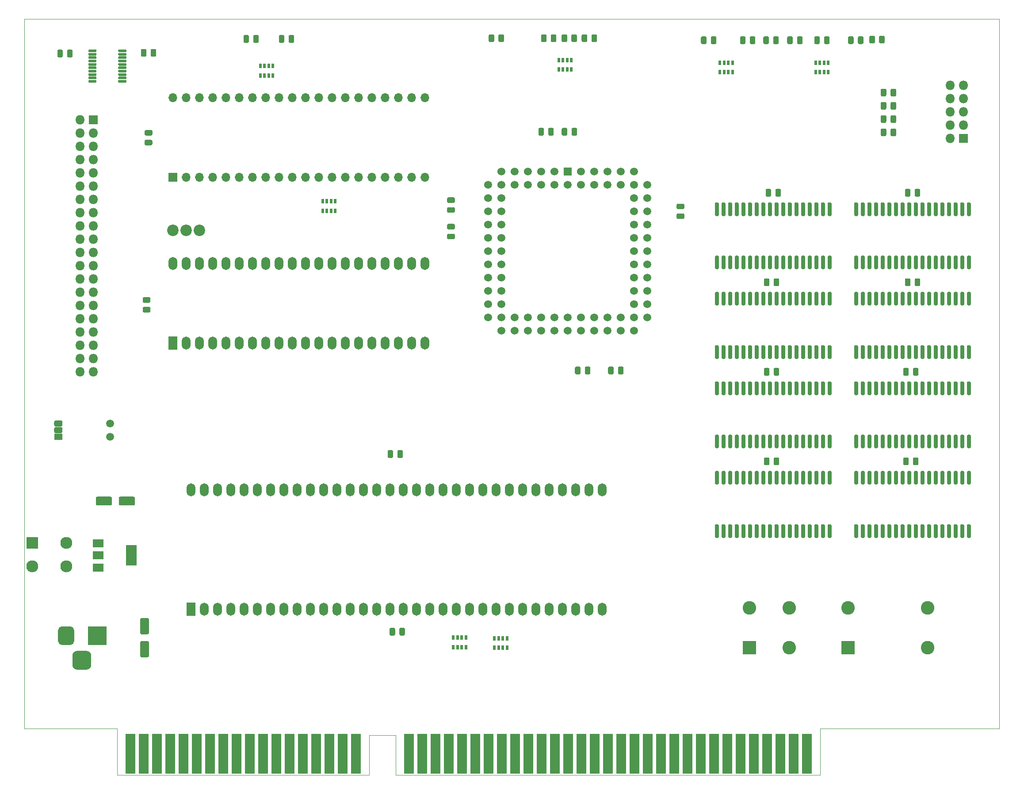
<source format=gbr>
%TF.GenerationSoftware,KiCad,Pcbnew,5.1.6-c6e7f7d~86~ubuntu18.04.1*%
%TF.CreationDate,2020-12-12T09:12:09+08:00*%
%TF.ProjectId,68k_dev,36386b5f-6465-4762-9e6b-696361645f70,rev?*%
%TF.SameCoordinates,Original*%
%TF.FileFunction,Soldermask,Top*%
%TF.FilePolarity,Negative*%
%FSLAX46Y46*%
G04 Gerber Fmt 4.6, Leading zero omitted, Abs format (unit mm)*
G04 Created by KiCad (PCBNEW 5.1.6-c6e7f7d~86~ubuntu18.04.1) date 2020-12-12 09:12:09*
%MOMM*%
%LPD*%
G01*
G04 APERTURE LIST*
%TA.AperFunction,Profile*%
%ADD10C,0.050000*%
%TD*%
%ADD11O,1.700000X2.500000*%
%ADD12R,1.700000X2.500000*%
%ADD13C,2.200000*%
%ADD14R,1.880000X7.720000*%
%ADD15R,3.600000X3.600000*%
%ADD16C,1.500000*%
%ADD17R,0.600000X0.900000*%
%ADD18R,0.500000X0.900000*%
%ADD19R,2.100000X1.600000*%
%ADD20R,2.100000X3.900000*%
%ADD21R,1.700000X1.700000*%
%ADD22O,1.700000X1.700000*%
%ADD23R,2.600000X2.600000*%
%ADD24C,2.600000*%
%ADD25R,1.600000X1.150000*%
%ADD26C,1.522400*%
%ADD27R,1.522400X1.522400*%
%ADD28R,1.800000X1.800000*%
%ADD29O,1.800000X1.800000*%
%ADD30R,2.300000X2.300000*%
%ADD31C,2.300000*%
G04 APERTURE END LIST*
D10*
X34290000Y-149860000D02*
X16510000Y-149860000D01*
X34290000Y-158750000D02*
X34290000Y-149860000D01*
X82550000Y-158750000D02*
X34290000Y-158750000D01*
X82550000Y-151130000D02*
X82550000Y-158750000D01*
X87630000Y-151130000D02*
X82550000Y-151130000D01*
X87630000Y-158750000D02*
X87630000Y-151130000D01*
X168910000Y-158750000D02*
X87630000Y-158750000D01*
X168910000Y-149860000D02*
X168910000Y-158750000D01*
X170180000Y-149860000D02*
X168910000Y-149860000D01*
X16510000Y-13970000D02*
X16510000Y-149860000D01*
X203200000Y-13970000D02*
X16510000Y-13970000D01*
X203200000Y-149860000D02*
X203200000Y-13970000D01*
X170180000Y-149860000D02*
X203200000Y-149860000D01*
%TO.C,C23*%
G36*
G01*
X24657000Y-21055250D02*
X24657000Y-20092750D01*
G75*
G02*
X24925750Y-19824000I268750J0D01*
G01*
X25463250Y-19824000D01*
G75*
G02*
X25732000Y-20092750I0J-268750D01*
G01*
X25732000Y-21055250D01*
G75*
G02*
X25463250Y-21324000I-268750J0D01*
G01*
X24925750Y-21324000D01*
G75*
G02*
X24657000Y-21055250I0J268750D01*
G01*
G37*
G36*
G01*
X22782000Y-21055250D02*
X22782000Y-20092750D01*
G75*
G02*
X23050750Y-19824000I268750J0D01*
G01*
X23588250Y-19824000D01*
G75*
G02*
X23857000Y-20092750I0J-268750D01*
G01*
X23857000Y-21055250D01*
G75*
G02*
X23588250Y-21324000I-268750J0D01*
G01*
X23050750Y-21324000D01*
G75*
G02*
X22782000Y-21055250I0J268750D01*
G01*
G37*
%TD*%
%TO.C,C11*%
G36*
G01*
X40659000Y-20928250D02*
X40659000Y-19965750D01*
G75*
G02*
X40927750Y-19697000I268750J0D01*
G01*
X41465250Y-19697000D01*
G75*
G02*
X41734000Y-19965750I0J-268750D01*
G01*
X41734000Y-20928250D01*
G75*
G02*
X41465250Y-21197000I-268750J0D01*
G01*
X40927750Y-21197000D01*
G75*
G02*
X40659000Y-20928250I0J268750D01*
G01*
G37*
G36*
G01*
X38784000Y-20928250D02*
X38784000Y-19965750D01*
G75*
G02*
X39052750Y-19697000I268750J0D01*
G01*
X39590250Y-19697000D01*
G75*
G02*
X39859000Y-19965750I0J-268750D01*
G01*
X39859000Y-20928250D01*
G75*
G02*
X39590250Y-21197000I-268750J0D01*
G01*
X39052750Y-21197000D01*
G75*
G02*
X38784000Y-20928250I0J268750D01*
G01*
G37*
%TD*%
%TO.C,U15*%
G36*
G01*
X34460000Y-20187000D02*
X34460000Y-19937000D01*
G75*
G02*
X34585000Y-19812000I125000J0D01*
G01*
X35910000Y-19812000D01*
G75*
G02*
X36035000Y-19937000I0J-125000D01*
G01*
X36035000Y-20187000D01*
G75*
G02*
X35910000Y-20312000I-125000J0D01*
G01*
X34585000Y-20312000D01*
G75*
G02*
X34460000Y-20187000I0J125000D01*
G01*
G37*
G36*
G01*
X34460000Y-20837000D02*
X34460000Y-20587000D01*
G75*
G02*
X34585000Y-20462000I125000J0D01*
G01*
X35910000Y-20462000D01*
G75*
G02*
X36035000Y-20587000I0J-125000D01*
G01*
X36035000Y-20837000D01*
G75*
G02*
X35910000Y-20962000I-125000J0D01*
G01*
X34585000Y-20962000D01*
G75*
G02*
X34460000Y-20837000I0J125000D01*
G01*
G37*
G36*
G01*
X34460000Y-21487000D02*
X34460000Y-21237000D01*
G75*
G02*
X34585000Y-21112000I125000J0D01*
G01*
X35910000Y-21112000D01*
G75*
G02*
X36035000Y-21237000I0J-125000D01*
G01*
X36035000Y-21487000D01*
G75*
G02*
X35910000Y-21612000I-125000J0D01*
G01*
X34585000Y-21612000D01*
G75*
G02*
X34460000Y-21487000I0J125000D01*
G01*
G37*
G36*
G01*
X34460000Y-22137000D02*
X34460000Y-21887000D01*
G75*
G02*
X34585000Y-21762000I125000J0D01*
G01*
X35910000Y-21762000D01*
G75*
G02*
X36035000Y-21887000I0J-125000D01*
G01*
X36035000Y-22137000D01*
G75*
G02*
X35910000Y-22262000I-125000J0D01*
G01*
X34585000Y-22262000D01*
G75*
G02*
X34460000Y-22137000I0J125000D01*
G01*
G37*
G36*
G01*
X34460000Y-22787000D02*
X34460000Y-22537000D01*
G75*
G02*
X34585000Y-22412000I125000J0D01*
G01*
X35910000Y-22412000D01*
G75*
G02*
X36035000Y-22537000I0J-125000D01*
G01*
X36035000Y-22787000D01*
G75*
G02*
X35910000Y-22912000I-125000J0D01*
G01*
X34585000Y-22912000D01*
G75*
G02*
X34460000Y-22787000I0J125000D01*
G01*
G37*
G36*
G01*
X34460000Y-23437000D02*
X34460000Y-23187000D01*
G75*
G02*
X34585000Y-23062000I125000J0D01*
G01*
X35910000Y-23062000D01*
G75*
G02*
X36035000Y-23187000I0J-125000D01*
G01*
X36035000Y-23437000D01*
G75*
G02*
X35910000Y-23562000I-125000J0D01*
G01*
X34585000Y-23562000D01*
G75*
G02*
X34460000Y-23437000I0J125000D01*
G01*
G37*
G36*
G01*
X34460000Y-24087000D02*
X34460000Y-23837000D01*
G75*
G02*
X34585000Y-23712000I125000J0D01*
G01*
X35910000Y-23712000D01*
G75*
G02*
X36035000Y-23837000I0J-125000D01*
G01*
X36035000Y-24087000D01*
G75*
G02*
X35910000Y-24212000I-125000J0D01*
G01*
X34585000Y-24212000D01*
G75*
G02*
X34460000Y-24087000I0J125000D01*
G01*
G37*
G36*
G01*
X34460000Y-24737000D02*
X34460000Y-24487000D01*
G75*
G02*
X34585000Y-24362000I125000J0D01*
G01*
X35910000Y-24362000D01*
G75*
G02*
X36035000Y-24487000I0J-125000D01*
G01*
X36035000Y-24737000D01*
G75*
G02*
X35910000Y-24862000I-125000J0D01*
G01*
X34585000Y-24862000D01*
G75*
G02*
X34460000Y-24737000I0J125000D01*
G01*
G37*
G36*
G01*
X34460000Y-25387000D02*
X34460000Y-25137000D01*
G75*
G02*
X34585000Y-25012000I125000J0D01*
G01*
X35910000Y-25012000D01*
G75*
G02*
X36035000Y-25137000I0J-125000D01*
G01*
X36035000Y-25387000D01*
G75*
G02*
X35910000Y-25512000I-125000J0D01*
G01*
X34585000Y-25512000D01*
G75*
G02*
X34460000Y-25387000I0J125000D01*
G01*
G37*
G36*
G01*
X34460000Y-26037000D02*
X34460000Y-25787000D01*
G75*
G02*
X34585000Y-25662000I125000J0D01*
G01*
X35910000Y-25662000D01*
G75*
G02*
X36035000Y-25787000I0J-125000D01*
G01*
X36035000Y-26037000D01*
G75*
G02*
X35910000Y-26162000I-125000J0D01*
G01*
X34585000Y-26162000D01*
G75*
G02*
X34460000Y-26037000I0J125000D01*
G01*
G37*
G36*
G01*
X28735000Y-26037000D02*
X28735000Y-25787000D01*
G75*
G02*
X28860000Y-25662000I125000J0D01*
G01*
X30185000Y-25662000D01*
G75*
G02*
X30310000Y-25787000I0J-125000D01*
G01*
X30310000Y-26037000D01*
G75*
G02*
X30185000Y-26162000I-125000J0D01*
G01*
X28860000Y-26162000D01*
G75*
G02*
X28735000Y-26037000I0J125000D01*
G01*
G37*
G36*
G01*
X28735000Y-25387000D02*
X28735000Y-25137000D01*
G75*
G02*
X28860000Y-25012000I125000J0D01*
G01*
X30185000Y-25012000D01*
G75*
G02*
X30310000Y-25137000I0J-125000D01*
G01*
X30310000Y-25387000D01*
G75*
G02*
X30185000Y-25512000I-125000J0D01*
G01*
X28860000Y-25512000D01*
G75*
G02*
X28735000Y-25387000I0J125000D01*
G01*
G37*
G36*
G01*
X28735000Y-24737000D02*
X28735000Y-24487000D01*
G75*
G02*
X28860000Y-24362000I125000J0D01*
G01*
X30185000Y-24362000D01*
G75*
G02*
X30310000Y-24487000I0J-125000D01*
G01*
X30310000Y-24737000D01*
G75*
G02*
X30185000Y-24862000I-125000J0D01*
G01*
X28860000Y-24862000D01*
G75*
G02*
X28735000Y-24737000I0J125000D01*
G01*
G37*
G36*
G01*
X28735000Y-24087000D02*
X28735000Y-23837000D01*
G75*
G02*
X28860000Y-23712000I125000J0D01*
G01*
X30185000Y-23712000D01*
G75*
G02*
X30310000Y-23837000I0J-125000D01*
G01*
X30310000Y-24087000D01*
G75*
G02*
X30185000Y-24212000I-125000J0D01*
G01*
X28860000Y-24212000D01*
G75*
G02*
X28735000Y-24087000I0J125000D01*
G01*
G37*
G36*
G01*
X28735000Y-23437000D02*
X28735000Y-23187000D01*
G75*
G02*
X28860000Y-23062000I125000J0D01*
G01*
X30185000Y-23062000D01*
G75*
G02*
X30310000Y-23187000I0J-125000D01*
G01*
X30310000Y-23437000D01*
G75*
G02*
X30185000Y-23562000I-125000J0D01*
G01*
X28860000Y-23562000D01*
G75*
G02*
X28735000Y-23437000I0J125000D01*
G01*
G37*
G36*
G01*
X28735000Y-22787000D02*
X28735000Y-22537000D01*
G75*
G02*
X28860000Y-22412000I125000J0D01*
G01*
X30185000Y-22412000D01*
G75*
G02*
X30310000Y-22537000I0J-125000D01*
G01*
X30310000Y-22787000D01*
G75*
G02*
X30185000Y-22912000I-125000J0D01*
G01*
X28860000Y-22912000D01*
G75*
G02*
X28735000Y-22787000I0J125000D01*
G01*
G37*
G36*
G01*
X28735000Y-22137000D02*
X28735000Y-21887000D01*
G75*
G02*
X28860000Y-21762000I125000J0D01*
G01*
X30185000Y-21762000D01*
G75*
G02*
X30310000Y-21887000I0J-125000D01*
G01*
X30310000Y-22137000D01*
G75*
G02*
X30185000Y-22262000I-125000J0D01*
G01*
X28860000Y-22262000D01*
G75*
G02*
X28735000Y-22137000I0J125000D01*
G01*
G37*
G36*
G01*
X28735000Y-21487000D02*
X28735000Y-21237000D01*
G75*
G02*
X28860000Y-21112000I125000J0D01*
G01*
X30185000Y-21112000D01*
G75*
G02*
X30310000Y-21237000I0J-125000D01*
G01*
X30310000Y-21487000D01*
G75*
G02*
X30185000Y-21612000I-125000J0D01*
G01*
X28860000Y-21612000D01*
G75*
G02*
X28735000Y-21487000I0J125000D01*
G01*
G37*
G36*
G01*
X28735000Y-20837000D02*
X28735000Y-20587000D01*
G75*
G02*
X28860000Y-20462000I125000J0D01*
G01*
X30185000Y-20462000D01*
G75*
G02*
X30310000Y-20587000I0J-125000D01*
G01*
X30310000Y-20837000D01*
G75*
G02*
X30185000Y-20962000I-125000J0D01*
G01*
X28860000Y-20962000D01*
G75*
G02*
X28735000Y-20837000I0J125000D01*
G01*
G37*
G36*
G01*
X28735000Y-20187000D02*
X28735000Y-19937000D01*
G75*
G02*
X28860000Y-19812000I125000J0D01*
G01*
X30185000Y-19812000D01*
G75*
G02*
X30310000Y-19937000I0J-125000D01*
G01*
X30310000Y-20187000D01*
G75*
G02*
X30185000Y-20312000I-125000J0D01*
G01*
X28860000Y-20312000D01*
G75*
G02*
X28735000Y-20187000I0J125000D01*
G01*
G37*
%TD*%
%TO.C,U13*%
G36*
G01*
X175943000Y-103159000D02*
X175593000Y-103159000D01*
G75*
G02*
X175418000Y-102984000I0J175000D01*
G01*
X175418000Y-100684000D01*
G75*
G02*
X175593000Y-100509000I175000J0D01*
G01*
X175943000Y-100509000D01*
G75*
G02*
X176118000Y-100684000I0J-175000D01*
G01*
X176118000Y-102984000D01*
G75*
G02*
X175943000Y-103159000I-175000J0D01*
G01*
G37*
G36*
G01*
X177213000Y-103159000D02*
X176863000Y-103159000D01*
G75*
G02*
X176688000Y-102984000I0J175000D01*
G01*
X176688000Y-100684000D01*
G75*
G02*
X176863000Y-100509000I175000J0D01*
G01*
X177213000Y-100509000D01*
G75*
G02*
X177388000Y-100684000I0J-175000D01*
G01*
X177388000Y-102984000D01*
G75*
G02*
X177213000Y-103159000I-175000J0D01*
G01*
G37*
G36*
G01*
X178483000Y-103159000D02*
X178133000Y-103159000D01*
G75*
G02*
X177958000Y-102984000I0J175000D01*
G01*
X177958000Y-100684000D01*
G75*
G02*
X178133000Y-100509000I175000J0D01*
G01*
X178483000Y-100509000D01*
G75*
G02*
X178658000Y-100684000I0J-175000D01*
G01*
X178658000Y-102984000D01*
G75*
G02*
X178483000Y-103159000I-175000J0D01*
G01*
G37*
G36*
G01*
X179753000Y-103159000D02*
X179403000Y-103159000D01*
G75*
G02*
X179228000Y-102984000I0J175000D01*
G01*
X179228000Y-100684000D01*
G75*
G02*
X179403000Y-100509000I175000J0D01*
G01*
X179753000Y-100509000D01*
G75*
G02*
X179928000Y-100684000I0J-175000D01*
G01*
X179928000Y-102984000D01*
G75*
G02*
X179753000Y-103159000I-175000J0D01*
G01*
G37*
G36*
G01*
X181023000Y-103159000D02*
X180673000Y-103159000D01*
G75*
G02*
X180498000Y-102984000I0J175000D01*
G01*
X180498000Y-100684000D01*
G75*
G02*
X180673000Y-100509000I175000J0D01*
G01*
X181023000Y-100509000D01*
G75*
G02*
X181198000Y-100684000I0J-175000D01*
G01*
X181198000Y-102984000D01*
G75*
G02*
X181023000Y-103159000I-175000J0D01*
G01*
G37*
G36*
G01*
X182293000Y-103159000D02*
X181943000Y-103159000D01*
G75*
G02*
X181768000Y-102984000I0J175000D01*
G01*
X181768000Y-100684000D01*
G75*
G02*
X181943000Y-100509000I175000J0D01*
G01*
X182293000Y-100509000D01*
G75*
G02*
X182468000Y-100684000I0J-175000D01*
G01*
X182468000Y-102984000D01*
G75*
G02*
X182293000Y-103159000I-175000J0D01*
G01*
G37*
G36*
G01*
X183563000Y-103159000D02*
X183213000Y-103159000D01*
G75*
G02*
X183038000Y-102984000I0J175000D01*
G01*
X183038000Y-100684000D01*
G75*
G02*
X183213000Y-100509000I175000J0D01*
G01*
X183563000Y-100509000D01*
G75*
G02*
X183738000Y-100684000I0J-175000D01*
G01*
X183738000Y-102984000D01*
G75*
G02*
X183563000Y-103159000I-175000J0D01*
G01*
G37*
G36*
G01*
X184833000Y-103159000D02*
X184483000Y-103159000D01*
G75*
G02*
X184308000Y-102984000I0J175000D01*
G01*
X184308000Y-100684000D01*
G75*
G02*
X184483000Y-100509000I175000J0D01*
G01*
X184833000Y-100509000D01*
G75*
G02*
X185008000Y-100684000I0J-175000D01*
G01*
X185008000Y-102984000D01*
G75*
G02*
X184833000Y-103159000I-175000J0D01*
G01*
G37*
G36*
G01*
X186103000Y-103159000D02*
X185753000Y-103159000D01*
G75*
G02*
X185578000Y-102984000I0J175000D01*
G01*
X185578000Y-100684000D01*
G75*
G02*
X185753000Y-100509000I175000J0D01*
G01*
X186103000Y-100509000D01*
G75*
G02*
X186278000Y-100684000I0J-175000D01*
G01*
X186278000Y-102984000D01*
G75*
G02*
X186103000Y-103159000I-175000J0D01*
G01*
G37*
G36*
G01*
X187373000Y-103159000D02*
X187023000Y-103159000D01*
G75*
G02*
X186848000Y-102984000I0J175000D01*
G01*
X186848000Y-100684000D01*
G75*
G02*
X187023000Y-100509000I175000J0D01*
G01*
X187373000Y-100509000D01*
G75*
G02*
X187548000Y-100684000I0J-175000D01*
G01*
X187548000Y-102984000D01*
G75*
G02*
X187373000Y-103159000I-175000J0D01*
G01*
G37*
G36*
G01*
X188643000Y-103159000D02*
X188293000Y-103159000D01*
G75*
G02*
X188118000Y-102984000I0J175000D01*
G01*
X188118000Y-100684000D01*
G75*
G02*
X188293000Y-100509000I175000J0D01*
G01*
X188643000Y-100509000D01*
G75*
G02*
X188818000Y-100684000I0J-175000D01*
G01*
X188818000Y-102984000D01*
G75*
G02*
X188643000Y-103159000I-175000J0D01*
G01*
G37*
G36*
G01*
X189913000Y-103159000D02*
X189563000Y-103159000D01*
G75*
G02*
X189388000Y-102984000I0J175000D01*
G01*
X189388000Y-100684000D01*
G75*
G02*
X189563000Y-100509000I175000J0D01*
G01*
X189913000Y-100509000D01*
G75*
G02*
X190088000Y-100684000I0J-175000D01*
G01*
X190088000Y-102984000D01*
G75*
G02*
X189913000Y-103159000I-175000J0D01*
G01*
G37*
G36*
G01*
X191183000Y-103159000D02*
X190833000Y-103159000D01*
G75*
G02*
X190658000Y-102984000I0J175000D01*
G01*
X190658000Y-100684000D01*
G75*
G02*
X190833000Y-100509000I175000J0D01*
G01*
X191183000Y-100509000D01*
G75*
G02*
X191358000Y-100684000I0J-175000D01*
G01*
X191358000Y-102984000D01*
G75*
G02*
X191183000Y-103159000I-175000J0D01*
G01*
G37*
G36*
G01*
X192453000Y-103159000D02*
X192103000Y-103159000D01*
G75*
G02*
X191928000Y-102984000I0J175000D01*
G01*
X191928000Y-100684000D01*
G75*
G02*
X192103000Y-100509000I175000J0D01*
G01*
X192453000Y-100509000D01*
G75*
G02*
X192628000Y-100684000I0J-175000D01*
G01*
X192628000Y-102984000D01*
G75*
G02*
X192453000Y-103159000I-175000J0D01*
G01*
G37*
G36*
G01*
X193723000Y-103159000D02*
X193373000Y-103159000D01*
G75*
G02*
X193198000Y-102984000I0J175000D01*
G01*
X193198000Y-100684000D01*
G75*
G02*
X193373000Y-100509000I175000J0D01*
G01*
X193723000Y-100509000D01*
G75*
G02*
X193898000Y-100684000I0J-175000D01*
G01*
X193898000Y-102984000D01*
G75*
G02*
X193723000Y-103159000I-175000J0D01*
G01*
G37*
G36*
G01*
X194993000Y-103159000D02*
X194643000Y-103159000D01*
G75*
G02*
X194468000Y-102984000I0J175000D01*
G01*
X194468000Y-100684000D01*
G75*
G02*
X194643000Y-100509000I175000J0D01*
G01*
X194993000Y-100509000D01*
G75*
G02*
X195168000Y-100684000I0J-175000D01*
G01*
X195168000Y-102984000D01*
G75*
G02*
X194993000Y-103159000I-175000J0D01*
G01*
G37*
G36*
G01*
X196263000Y-103159000D02*
X195913000Y-103159000D01*
G75*
G02*
X195738000Y-102984000I0J175000D01*
G01*
X195738000Y-100684000D01*
G75*
G02*
X195913000Y-100509000I175000J0D01*
G01*
X196263000Y-100509000D01*
G75*
G02*
X196438000Y-100684000I0J-175000D01*
G01*
X196438000Y-102984000D01*
G75*
G02*
X196263000Y-103159000I-175000J0D01*
G01*
G37*
G36*
G01*
X197533000Y-103159000D02*
X197183000Y-103159000D01*
G75*
G02*
X197008000Y-102984000I0J175000D01*
G01*
X197008000Y-100684000D01*
G75*
G02*
X197183000Y-100509000I175000J0D01*
G01*
X197533000Y-100509000D01*
G75*
G02*
X197708000Y-100684000I0J-175000D01*
G01*
X197708000Y-102984000D01*
G75*
G02*
X197533000Y-103159000I-175000J0D01*
G01*
G37*
G36*
G01*
X197533000Y-113359000D02*
X197183000Y-113359000D01*
G75*
G02*
X197008000Y-113184000I0J175000D01*
G01*
X197008000Y-110884000D01*
G75*
G02*
X197183000Y-110709000I175000J0D01*
G01*
X197533000Y-110709000D01*
G75*
G02*
X197708000Y-110884000I0J-175000D01*
G01*
X197708000Y-113184000D01*
G75*
G02*
X197533000Y-113359000I-175000J0D01*
G01*
G37*
G36*
G01*
X196263000Y-113359000D02*
X195913000Y-113359000D01*
G75*
G02*
X195738000Y-113184000I0J175000D01*
G01*
X195738000Y-110884000D01*
G75*
G02*
X195913000Y-110709000I175000J0D01*
G01*
X196263000Y-110709000D01*
G75*
G02*
X196438000Y-110884000I0J-175000D01*
G01*
X196438000Y-113184000D01*
G75*
G02*
X196263000Y-113359000I-175000J0D01*
G01*
G37*
G36*
G01*
X194993000Y-113359000D02*
X194643000Y-113359000D01*
G75*
G02*
X194468000Y-113184000I0J175000D01*
G01*
X194468000Y-110884000D01*
G75*
G02*
X194643000Y-110709000I175000J0D01*
G01*
X194993000Y-110709000D01*
G75*
G02*
X195168000Y-110884000I0J-175000D01*
G01*
X195168000Y-113184000D01*
G75*
G02*
X194993000Y-113359000I-175000J0D01*
G01*
G37*
G36*
G01*
X193723000Y-113359000D02*
X193373000Y-113359000D01*
G75*
G02*
X193198000Y-113184000I0J175000D01*
G01*
X193198000Y-110884000D01*
G75*
G02*
X193373000Y-110709000I175000J0D01*
G01*
X193723000Y-110709000D01*
G75*
G02*
X193898000Y-110884000I0J-175000D01*
G01*
X193898000Y-113184000D01*
G75*
G02*
X193723000Y-113359000I-175000J0D01*
G01*
G37*
G36*
G01*
X192453000Y-113359000D02*
X192103000Y-113359000D01*
G75*
G02*
X191928000Y-113184000I0J175000D01*
G01*
X191928000Y-110884000D01*
G75*
G02*
X192103000Y-110709000I175000J0D01*
G01*
X192453000Y-110709000D01*
G75*
G02*
X192628000Y-110884000I0J-175000D01*
G01*
X192628000Y-113184000D01*
G75*
G02*
X192453000Y-113359000I-175000J0D01*
G01*
G37*
G36*
G01*
X191183000Y-113359000D02*
X190833000Y-113359000D01*
G75*
G02*
X190658000Y-113184000I0J175000D01*
G01*
X190658000Y-110884000D01*
G75*
G02*
X190833000Y-110709000I175000J0D01*
G01*
X191183000Y-110709000D01*
G75*
G02*
X191358000Y-110884000I0J-175000D01*
G01*
X191358000Y-113184000D01*
G75*
G02*
X191183000Y-113359000I-175000J0D01*
G01*
G37*
G36*
G01*
X189913000Y-113359000D02*
X189563000Y-113359000D01*
G75*
G02*
X189388000Y-113184000I0J175000D01*
G01*
X189388000Y-110884000D01*
G75*
G02*
X189563000Y-110709000I175000J0D01*
G01*
X189913000Y-110709000D01*
G75*
G02*
X190088000Y-110884000I0J-175000D01*
G01*
X190088000Y-113184000D01*
G75*
G02*
X189913000Y-113359000I-175000J0D01*
G01*
G37*
G36*
G01*
X188643000Y-113359000D02*
X188293000Y-113359000D01*
G75*
G02*
X188118000Y-113184000I0J175000D01*
G01*
X188118000Y-110884000D01*
G75*
G02*
X188293000Y-110709000I175000J0D01*
G01*
X188643000Y-110709000D01*
G75*
G02*
X188818000Y-110884000I0J-175000D01*
G01*
X188818000Y-113184000D01*
G75*
G02*
X188643000Y-113359000I-175000J0D01*
G01*
G37*
G36*
G01*
X187373000Y-113359000D02*
X187023000Y-113359000D01*
G75*
G02*
X186848000Y-113184000I0J175000D01*
G01*
X186848000Y-110884000D01*
G75*
G02*
X187023000Y-110709000I175000J0D01*
G01*
X187373000Y-110709000D01*
G75*
G02*
X187548000Y-110884000I0J-175000D01*
G01*
X187548000Y-113184000D01*
G75*
G02*
X187373000Y-113359000I-175000J0D01*
G01*
G37*
G36*
G01*
X186103000Y-113359000D02*
X185753000Y-113359000D01*
G75*
G02*
X185578000Y-113184000I0J175000D01*
G01*
X185578000Y-110884000D01*
G75*
G02*
X185753000Y-110709000I175000J0D01*
G01*
X186103000Y-110709000D01*
G75*
G02*
X186278000Y-110884000I0J-175000D01*
G01*
X186278000Y-113184000D01*
G75*
G02*
X186103000Y-113359000I-175000J0D01*
G01*
G37*
G36*
G01*
X184833000Y-113359000D02*
X184483000Y-113359000D01*
G75*
G02*
X184308000Y-113184000I0J175000D01*
G01*
X184308000Y-110884000D01*
G75*
G02*
X184483000Y-110709000I175000J0D01*
G01*
X184833000Y-110709000D01*
G75*
G02*
X185008000Y-110884000I0J-175000D01*
G01*
X185008000Y-113184000D01*
G75*
G02*
X184833000Y-113359000I-175000J0D01*
G01*
G37*
G36*
G01*
X183563000Y-113359000D02*
X183213000Y-113359000D01*
G75*
G02*
X183038000Y-113184000I0J175000D01*
G01*
X183038000Y-110884000D01*
G75*
G02*
X183213000Y-110709000I175000J0D01*
G01*
X183563000Y-110709000D01*
G75*
G02*
X183738000Y-110884000I0J-175000D01*
G01*
X183738000Y-113184000D01*
G75*
G02*
X183563000Y-113359000I-175000J0D01*
G01*
G37*
G36*
G01*
X182293000Y-113359000D02*
X181943000Y-113359000D01*
G75*
G02*
X181768000Y-113184000I0J175000D01*
G01*
X181768000Y-110884000D01*
G75*
G02*
X181943000Y-110709000I175000J0D01*
G01*
X182293000Y-110709000D01*
G75*
G02*
X182468000Y-110884000I0J-175000D01*
G01*
X182468000Y-113184000D01*
G75*
G02*
X182293000Y-113359000I-175000J0D01*
G01*
G37*
G36*
G01*
X181023000Y-113359000D02*
X180673000Y-113359000D01*
G75*
G02*
X180498000Y-113184000I0J175000D01*
G01*
X180498000Y-110884000D01*
G75*
G02*
X180673000Y-110709000I175000J0D01*
G01*
X181023000Y-110709000D01*
G75*
G02*
X181198000Y-110884000I0J-175000D01*
G01*
X181198000Y-113184000D01*
G75*
G02*
X181023000Y-113359000I-175000J0D01*
G01*
G37*
G36*
G01*
X179753000Y-113359000D02*
X179403000Y-113359000D01*
G75*
G02*
X179228000Y-113184000I0J175000D01*
G01*
X179228000Y-110884000D01*
G75*
G02*
X179403000Y-110709000I175000J0D01*
G01*
X179753000Y-110709000D01*
G75*
G02*
X179928000Y-110884000I0J-175000D01*
G01*
X179928000Y-113184000D01*
G75*
G02*
X179753000Y-113359000I-175000J0D01*
G01*
G37*
G36*
G01*
X178483000Y-113359000D02*
X178133000Y-113359000D01*
G75*
G02*
X177958000Y-113184000I0J175000D01*
G01*
X177958000Y-110884000D01*
G75*
G02*
X178133000Y-110709000I175000J0D01*
G01*
X178483000Y-110709000D01*
G75*
G02*
X178658000Y-110884000I0J-175000D01*
G01*
X178658000Y-113184000D01*
G75*
G02*
X178483000Y-113359000I-175000J0D01*
G01*
G37*
G36*
G01*
X177213000Y-113359000D02*
X176863000Y-113359000D01*
G75*
G02*
X176688000Y-113184000I0J175000D01*
G01*
X176688000Y-110884000D01*
G75*
G02*
X176863000Y-110709000I175000J0D01*
G01*
X177213000Y-110709000D01*
G75*
G02*
X177388000Y-110884000I0J-175000D01*
G01*
X177388000Y-113184000D01*
G75*
G02*
X177213000Y-113359000I-175000J0D01*
G01*
G37*
G36*
G01*
X175943000Y-113359000D02*
X175593000Y-113359000D01*
G75*
G02*
X175418000Y-113184000I0J175000D01*
G01*
X175418000Y-110884000D01*
G75*
G02*
X175593000Y-110709000I175000J0D01*
G01*
X175943000Y-110709000D01*
G75*
G02*
X176118000Y-110884000I0J-175000D01*
G01*
X176118000Y-113184000D01*
G75*
G02*
X175943000Y-113359000I-175000J0D01*
G01*
G37*
%TD*%
%TO.C,U12*%
G36*
G01*
X149273000Y-103159000D02*
X148923000Y-103159000D01*
G75*
G02*
X148748000Y-102984000I0J175000D01*
G01*
X148748000Y-100684000D01*
G75*
G02*
X148923000Y-100509000I175000J0D01*
G01*
X149273000Y-100509000D01*
G75*
G02*
X149448000Y-100684000I0J-175000D01*
G01*
X149448000Y-102984000D01*
G75*
G02*
X149273000Y-103159000I-175000J0D01*
G01*
G37*
G36*
G01*
X150543000Y-103159000D02*
X150193000Y-103159000D01*
G75*
G02*
X150018000Y-102984000I0J175000D01*
G01*
X150018000Y-100684000D01*
G75*
G02*
X150193000Y-100509000I175000J0D01*
G01*
X150543000Y-100509000D01*
G75*
G02*
X150718000Y-100684000I0J-175000D01*
G01*
X150718000Y-102984000D01*
G75*
G02*
X150543000Y-103159000I-175000J0D01*
G01*
G37*
G36*
G01*
X151813000Y-103159000D02*
X151463000Y-103159000D01*
G75*
G02*
X151288000Y-102984000I0J175000D01*
G01*
X151288000Y-100684000D01*
G75*
G02*
X151463000Y-100509000I175000J0D01*
G01*
X151813000Y-100509000D01*
G75*
G02*
X151988000Y-100684000I0J-175000D01*
G01*
X151988000Y-102984000D01*
G75*
G02*
X151813000Y-103159000I-175000J0D01*
G01*
G37*
G36*
G01*
X153083000Y-103159000D02*
X152733000Y-103159000D01*
G75*
G02*
X152558000Y-102984000I0J175000D01*
G01*
X152558000Y-100684000D01*
G75*
G02*
X152733000Y-100509000I175000J0D01*
G01*
X153083000Y-100509000D01*
G75*
G02*
X153258000Y-100684000I0J-175000D01*
G01*
X153258000Y-102984000D01*
G75*
G02*
X153083000Y-103159000I-175000J0D01*
G01*
G37*
G36*
G01*
X154353000Y-103159000D02*
X154003000Y-103159000D01*
G75*
G02*
X153828000Y-102984000I0J175000D01*
G01*
X153828000Y-100684000D01*
G75*
G02*
X154003000Y-100509000I175000J0D01*
G01*
X154353000Y-100509000D01*
G75*
G02*
X154528000Y-100684000I0J-175000D01*
G01*
X154528000Y-102984000D01*
G75*
G02*
X154353000Y-103159000I-175000J0D01*
G01*
G37*
G36*
G01*
X155623000Y-103159000D02*
X155273000Y-103159000D01*
G75*
G02*
X155098000Y-102984000I0J175000D01*
G01*
X155098000Y-100684000D01*
G75*
G02*
X155273000Y-100509000I175000J0D01*
G01*
X155623000Y-100509000D01*
G75*
G02*
X155798000Y-100684000I0J-175000D01*
G01*
X155798000Y-102984000D01*
G75*
G02*
X155623000Y-103159000I-175000J0D01*
G01*
G37*
G36*
G01*
X156893000Y-103159000D02*
X156543000Y-103159000D01*
G75*
G02*
X156368000Y-102984000I0J175000D01*
G01*
X156368000Y-100684000D01*
G75*
G02*
X156543000Y-100509000I175000J0D01*
G01*
X156893000Y-100509000D01*
G75*
G02*
X157068000Y-100684000I0J-175000D01*
G01*
X157068000Y-102984000D01*
G75*
G02*
X156893000Y-103159000I-175000J0D01*
G01*
G37*
G36*
G01*
X158163000Y-103159000D02*
X157813000Y-103159000D01*
G75*
G02*
X157638000Y-102984000I0J175000D01*
G01*
X157638000Y-100684000D01*
G75*
G02*
X157813000Y-100509000I175000J0D01*
G01*
X158163000Y-100509000D01*
G75*
G02*
X158338000Y-100684000I0J-175000D01*
G01*
X158338000Y-102984000D01*
G75*
G02*
X158163000Y-103159000I-175000J0D01*
G01*
G37*
G36*
G01*
X159433000Y-103159000D02*
X159083000Y-103159000D01*
G75*
G02*
X158908000Y-102984000I0J175000D01*
G01*
X158908000Y-100684000D01*
G75*
G02*
X159083000Y-100509000I175000J0D01*
G01*
X159433000Y-100509000D01*
G75*
G02*
X159608000Y-100684000I0J-175000D01*
G01*
X159608000Y-102984000D01*
G75*
G02*
X159433000Y-103159000I-175000J0D01*
G01*
G37*
G36*
G01*
X160703000Y-103159000D02*
X160353000Y-103159000D01*
G75*
G02*
X160178000Y-102984000I0J175000D01*
G01*
X160178000Y-100684000D01*
G75*
G02*
X160353000Y-100509000I175000J0D01*
G01*
X160703000Y-100509000D01*
G75*
G02*
X160878000Y-100684000I0J-175000D01*
G01*
X160878000Y-102984000D01*
G75*
G02*
X160703000Y-103159000I-175000J0D01*
G01*
G37*
G36*
G01*
X161973000Y-103159000D02*
X161623000Y-103159000D01*
G75*
G02*
X161448000Y-102984000I0J175000D01*
G01*
X161448000Y-100684000D01*
G75*
G02*
X161623000Y-100509000I175000J0D01*
G01*
X161973000Y-100509000D01*
G75*
G02*
X162148000Y-100684000I0J-175000D01*
G01*
X162148000Y-102984000D01*
G75*
G02*
X161973000Y-103159000I-175000J0D01*
G01*
G37*
G36*
G01*
X163243000Y-103159000D02*
X162893000Y-103159000D01*
G75*
G02*
X162718000Y-102984000I0J175000D01*
G01*
X162718000Y-100684000D01*
G75*
G02*
X162893000Y-100509000I175000J0D01*
G01*
X163243000Y-100509000D01*
G75*
G02*
X163418000Y-100684000I0J-175000D01*
G01*
X163418000Y-102984000D01*
G75*
G02*
X163243000Y-103159000I-175000J0D01*
G01*
G37*
G36*
G01*
X164513000Y-103159000D02*
X164163000Y-103159000D01*
G75*
G02*
X163988000Y-102984000I0J175000D01*
G01*
X163988000Y-100684000D01*
G75*
G02*
X164163000Y-100509000I175000J0D01*
G01*
X164513000Y-100509000D01*
G75*
G02*
X164688000Y-100684000I0J-175000D01*
G01*
X164688000Y-102984000D01*
G75*
G02*
X164513000Y-103159000I-175000J0D01*
G01*
G37*
G36*
G01*
X165783000Y-103159000D02*
X165433000Y-103159000D01*
G75*
G02*
X165258000Y-102984000I0J175000D01*
G01*
X165258000Y-100684000D01*
G75*
G02*
X165433000Y-100509000I175000J0D01*
G01*
X165783000Y-100509000D01*
G75*
G02*
X165958000Y-100684000I0J-175000D01*
G01*
X165958000Y-102984000D01*
G75*
G02*
X165783000Y-103159000I-175000J0D01*
G01*
G37*
G36*
G01*
X167053000Y-103159000D02*
X166703000Y-103159000D01*
G75*
G02*
X166528000Y-102984000I0J175000D01*
G01*
X166528000Y-100684000D01*
G75*
G02*
X166703000Y-100509000I175000J0D01*
G01*
X167053000Y-100509000D01*
G75*
G02*
X167228000Y-100684000I0J-175000D01*
G01*
X167228000Y-102984000D01*
G75*
G02*
X167053000Y-103159000I-175000J0D01*
G01*
G37*
G36*
G01*
X168323000Y-103159000D02*
X167973000Y-103159000D01*
G75*
G02*
X167798000Y-102984000I0J175000D01*
G01*
X167798000Y-100684000D01*
G75*
G02*
X167973000Y-100509000I175000J0D01*
G01*
X168323000Y-100509000D01*
G75*
G02*
X168498000Y-100684000I0J-175000D01*
G01*
X168498000Y-102984000D01*
G75*
G02*
X168323000Y-103159000I-175000J0D01*
G01*
G37*
G36*
G01*
X169593000Y-103159000D02*
X169243000Y-103159000D01*
G75*
G02*
X169068000Y-102984000I0J175000D01*
G01*
X169068000Y-100684000D01*
G75*
G02*
X169243000Y-100509000I175000J0D01*
G01*
X169593000Y-100509000D01*
G75*
G02*
X169768000Y-100684000I0J-175000D01*
G01*
X169768000Y-102984000D01*
G75*
G02*
X169593000Y-103159000I-175000J0D01*
G01*
G37*
G36*
G01*
X170863000Y-103159000D02*
X170513000Y-103159000D01*
G75*
G02*
X170338000Y-102984000I0J175000D01*
G01*
X170338000Y-100684000D01*
G75*
G02*
X170513000Y-100509000I175000J0D01*
G01*
X170863000Y-100509000D01*
G75*
G02*
X171038000Y-100684000I0J-175000D01*
G01*
X171038000Y-102984000D01*
G75*
G02*
X170863000Y-103159000I-175000J0D01*
G01*
G37*
G36*
G01*
X170863000Y-113359000D02*
X170513000Y-113359000D01*
G75*
G02*
X170338000Y-113184000I0J175000D01*
G01*
X170338000Y-110884000D01*
G75*
G02*
X170513000Y-110709000I175000J0D01*
G01*
X170863000Y-110709000D01*
G75*
G02*
X171038000Y-110884000I0J-175000D01*
G01*
X171038000Y-113184000D01*
G75*
G02*
X170863000Y-113359000I-175000J0D01*
G01*
G37*
G36*
G01*
X169593000Y-113359000D02*
X169243000Y-113359000D01*
G75*
G02*
X169068000Y-113184000I0J175000D01*
G01*
X169068000Y-110884000D01*
G75*
G02*
X169243000Y-110709000I175000J0D01*
G01*
X169593000Y-110709000D01*
G75*
G02*
X169768000Y-110884000I0J-175000D01*
G01*
X169768000Y-113184000D01*
G75*
G02*
X169593000Y-113359000I-175000J0D01*
G01*
G37*
G36*
G01*
X168323000Y-113359000D02*
X167973000Y-113359000D01*
G75*
G02*
X167798000Y-113184000I0J175000D01*
G01*
X167798000Y-110884000D01*
G75*
G02*
X167973000Y-110709000I175000J0D01*
G01*
X168323000Y-110709000D01*
G75*
G02*
X168498000Y-110884000I0J-175000D01*
G01*
X168498000Y-113184000D01*
G75*
G02*
X168323000Y-113359000I-175000J0D01*
G01*
G37*
G36*
G01*
X167053000Y-113359000D02*
X166703000Y-113359000D01*
G75*
G02*
X166528000Y-113184000I0J175000D01*
G01*
X166528000Y-110884000D01*
G75*
G02*
X166703000Y-110709000I175000J0D01*
G01*
X167053000Y-110709000D01*
G75*
G02*
X167228000Y-110884000I0J-175000D01*
G01*
X167228000Y-113184000D01*
G75*
G02*
X167053000Y-113359000I-175000J0D01*
G01*
G37*
G36*
G01*
X165783000Y-113359000D02*
X165433000Y-113359000D01*
G75*
G02*
X165258000Y-113184000I0J175000D01*
G01*
X165258000Y-110884000D01*
G75*
G02*
X165433000Y-110709000I175000J0D01*
G01*
X165783000Y-110709000D01*
G75*
G02*
X165958000Y-110884000I0J-175000D01*
G01*
X165958000Y-113184000D01*
G75*
G02*
X165783000Y-113359000I-175000J0D01*
G01*
G37*
G36*
G01*
X164513000Y-113359000D02*
X164163000Y-113359000D01*
G75*
G02*
X163988000Y-113184000I0J175000D01*
G01*
X163988000Y-110884000D01*
G75*
G02*
X164163000Y-110709000I175000J0D01*
G01*
X164513000Y-110709000D01*
G75*
G02*
X164688000Y-110884000I0J-175000D01*
G01*
X164688000Y-113184000D01*
G75*
G02*
X164513000Y-113359000I-175000J0D01*
G01*
G37*
G36*
G01*
X163243000Y-113359000D02*
X162893000Y-113359000D01*
G75*
G02*
X162718000Y-113184000I0J175000D01*
G01*
X162718000Y-110884000D01*
G75*
G02*
X162893000Y-110709000I175000J0D01*
G01*
X163243000Y-110709000D01*
G75*
G02*
X163418000Y-110884000I0J-175000D01*
G01*
X163418000Y-113184000D01*
G75*
G02*
X163243000Y-113359000I-175000J0D01*
G01*
G37*
G36*
G01*
X161973000Y-113359000D02*
X161623000Y-113359000D01*
G75*
G02*
X161448000Y-113184000I0J175000D01*
G01*
X161448000Y-110884000D01*
G75*
G02*
X161623000Y-110709000I175000J0D01*
G01*
X161973000Y-110709000D01*
G75*
G02*
X162148000Y-110884000I0J-175000D01*
G01*
X162148000Y-113184000D01*
G75*
G02*
X161973000Y-113359000I-175000J0D01*
G01*
G37*
G36*
G01*
X160703000Y-113359000D02*
X160353000Y-113359000D01*
G75*
G02*
X160178000Y-113184000I0J175000D01*
G01*
X160178000Y-110884000D01*
G75*
G02*
X160353000Y-110709000I175000J0D01*
G01*
X160703000Y-110709000D01*
G75*
G02*
X160878000Y-110884000I0J-175000D01*
G01*
X160878000Y-113184000D01*
G75*
G02*
X160703000Y-113359000I-175000J0D01*
G01*
G37*
G36*
G01*
X159433000Y-113359000D02*
X159083000Y-113359000D01*
G75*
G02*
X158908000Y-113184000I0J175000D01*
G01*
X158908000Y-110884000D01*
G75*
G02*
X159083000Y-110709000I175000J0D01*
G01*
X159433000Y-110709000D01*
G75*
G02*
X159608000Y-110884000I0J-175000D01*
G01*
X159608000Y-113184000D01*
G75*
G02*
X159433000Y-113359000I-175000J0D01*
G01*
G37*
G36*
G01*
X158163000Y-113359000D02*
X157813000Y-113359000D01*
G75*
G02*
X157638000Y-113184000I0J175000D01*
G01*
X157638000Y-110884000D01*
G75*
G02*
X157813000Y-110709000I175000J0D01*
G01*
X158163000Y-110709000D01*
G75*
G02*
X158338000Y-110884000I0J-175000D01*
G01*
X158338000Y-113184000D01*
G75*
G02*
X158163000Y-113359000I-175000J0D01*
G01*
G37*
G36*
G01*
X156893000Y-113359000D02*
X156543000Y-113359000D01*
G75*
G02*
X156368000Y-113184000I0J175000D01*
G01*
X156368000Y-110884000D01*
G75*
G02*
X156543000Y-110709000I175000J0D01*
G01*
X156893000Y-110709000D01*
G75*
G02*
X157068000Y-110884000I0J-175000D01*
G01*
X157068000Y-113184000D01*
G75*
G02*
X156893000Y-113359000I-175000J0D01*
G01*
G37*
G36*
G01*
X155623000Y-113359000D02*
X155273000Y-113359000D01*
G75*
G02*
X155098000Y-113184000I0J175000D01*
G01*
X155098000Y-110884000D01*
G75*
G02*
X155273000Y-110709000I175000J0D01*
G01*
X155623000Y-110709000D01*
G75*
G02*
X155798000Y-110884000I0J-175000D01*
G01*
X155798000Y-113184000D01*
G75*
G02*
X155623000Y-113359000I-175000J0D01*
G01*
G37*
G36*
G01*
X154353000Y-113359000D02*
X154003000Y-113359000D01*
G75*
G02*
X153828000Y-113184000I0J175000D01*
G01*
X153828000Y-110884000D01*
G75*
G02*
X154003000Y-110709000I175000J0D01*
G01*
X154353000Y-110709000D01*
G75*
G02*
X154528000Y-110884000I0J-175000D01*
G01*
X154528000Y-113184000D01*
G75*
G02*
X154353000Y-113359000I-175000J0D01*
G01*
G37*
G36*
G01*
X153083000Y-113359000D02*
X152733000Y-113359000D01*
G75*
G02*
X152558000Y-113184000I0J175000D01*
G01*
X152558000Y-110884000D01*
G75*
G02*
X152733000Y-110709000I175000J0D01*
G01*
X153083000Y-110709000D01*
G75*
G02*
X153258000Y-110884000I0J-175000D01*
G01*
X153258000Y-113184000D01*
G75*
G02*
X153083000Y-113359000I-175000J0D01*
G01*
G37*
G36*
G01*
X151813000Y-113359000D02*
X151463000Y-113359000D01*
G75*
G02*
X151288000Y-113184000I0J175000D01*
G01*
X151288000Y-110884000D01*
G75*
G02*
X151463000Y-110709000I175000J0D01*
G01*
X151813000Y-110709000D01*
G75*
G02*
X151988000Y-110884000I0J-175000D01*
G01*
X151988000Y-113184000D01*
G75*
G02*
X151813000Y-113359000I-175000J0D01*
G01*
G37*
G36*
G01*
X150543000Y-113359000D02*
X150193000Y-113359000D01*
G75*
G02*
X150018000Y-113184000I0J175000D01*
G01*
X150018000Y-110884000D01*
G75*
G02*
X150193000Y-110709000I175000J0D01*
G01*
X150543000Y-110709000D01*
G75*
G02*
X150718000Y-110884000I0J-175000D01*
G01*
X150718000Y-113184000D01*
G75*
G02*
X150543000Y-113359000I-175000J0D01*
G01*
G37*
G36*
G01*
X149273000Y-113359000D02*
X148923000Y-113359000D01*
G75*
G02*
X148748000Y-113184000I0J175000D01*
G01*
X148748000Y-110884000D01*
G75*
G02*
X148923000Y-110709000I175000J0D01*
G01*
X149273000Y-110709000D01*
G75*
G02*
X149448000Y-110884000I0J-175000D01*
G01*
X149448000Y-113184000D01*
G75*
G02*
X149273000Y-113359000I-175000J0D01*
G01*
G37*
%TD*%
%TO.C,U11*%
G36*
G01*
X175943000Y-86014000D02*
X175593000Y-86014000D01*
G75*
G02*
X175418000Y-85839000I0J175000D01*
G01*
X175418000Y-83539000D01*
G75*
G02*
X175593000Y-83364000I175000J0D01*
G01*
X175943000Y-83364000D01*
G75*
G02*
X176118000Y-83539000I0J-175000D01*
G01*
X176118000Y-85839000D01*
G75*
G02*
X175943000Y-86014000I-175000J0D01*
G01*
G37*
G36*
G01*
X177213000Y-86014000D02*
X176863000Y-86014000D01*
G75*
G02*
X176688000Y-85839000I0J175000D01*
G01*
X176688000Y-83539000D01*
G75*
G02*
X176863000Y-83364000I175000J0D01*
G01*
X177213000Y-83364000D01*
G75*
G02*
X177388000Y-83539000I0J-175000D01*
G01*
X177388000Y-85839000D01*
G75*
G02*
X177213000Y-86014000I-175000J0D01*
G01*
G37*
G36*
G01*
X178483000Y-86014000D02*
X178133000Y-86014000D01*
G75*
G02*
X177958000Y-85839000I0J175000D01*
G01*
X177958000Y-83539000D01*
G75*
G02*
X178133000Y-83364000I175000J0D01*
G01*
X178483000Y-83364000D01*
G75*
G02*
X178658000Y-83539000I0J-175000D01*
G01*
X178658000Y-85839000D01*
G75*
G02*
X178483000Y-86014000I-175000J0D01*
G01*
G37*
G36*
G01*
X179753000Y-86014000D02*
X179403000Y-86014000D01*
G75*
G02*
X179228000Y-85839000I0J175000D01*
G01*
X179228000Y-83539000D01*
G75*
G02*
X179403000Y-83364000I175000J0D01*
G01*
X179753000Y-83364000D01*
G75*
G02*
X179928000Y-83539000I0J-175000D01*
G01*
X179928000Y-85839000D01*
G75*
G02*
X179753000Y-86014000I-175000J0D01*
G01*
G37*
G36*
G01*
X181023000Y-86014000D02*
X180673000Y-86014000D01*
G75*
G02*
X180498000Y-85839000I0J175000D01*
G01*
X180498000Y-83539000D01*
G75*
G02*
X180673000Y-83364000I175000J0D01*
G01*
X181023000Y-83364000D01*
G75*
G02*
X181198000Y-83539000I0J-175000D01*
G01*
X181198000Y-85839000D01*
G75*
G02*
X181023000Y-86014000I-175000J0D01*
G01*
G37*
G36*
G01*
X182293000Y-86014000D02*
X181943000Y-86014000D01*
G75*
G02*
X181768000Y-85839000I0J175000D01*
G01*
X181768000Y-83539000D01*
G75*
G02*
X181943000Y-83364000I175000J0D01*
G01*
X182293000Y-83364000D01*
G75*
G02*
X182468000Y-83539000I0J-175000D01*
G01*
X182468000Y-85839000D01*
G75*
G02*
X182293000Y-86014000I-175000J0D01*
G01*
G37*
G36*
G01*
X183563000Y-86014000D02*
X183213000Y-86014000D01*
G75*
G02*
X183038000Y-85839000I0J175000D01*
G01*
X183038000Y-83539000D01*
G75*
G02*
X183213000Y-83364000I175000J0D01*
G01*
X183563000Y-83364000D01*
G75*
G02*
X183738000Y-83539000I0J-175000D01*
G01*
X183738000Y-85839000D01*
G75*
G02*
X183563000Y-86014000I-175000J0D01*
G01*
G37*
G36*
G01*
X184833000Y-86014000D02*
X184483000Y-86014000D01*
G75*
G02*
X184308000Y-85839000I0J175000D01*
G01*
X184308000Y-83539000D01*
G75*
G02*
X184483000Y-83364000I175000J0D01*
G01*
X184833000Y-83364000D01*
G75*
G02*
X185008000Y-83539000I0J-175000D01*
G01*
X185008000Y-85839000D01*
G75*
G02*
X184833000Y-86014000I-175000J0D01*
G01*
G37*
G36*
G01*
X186103000Y-86014000D02*
X185753000Y-86014000D01*
G75*
G02*
X185578000Y-85839000I0J175000D01*
G01*
X185578000Y-83539000D01*
G75*
G02*
X185753000Y-83364000I175000J0D01*
G01*
X186103000Y-83364000D01*
G75*
G02*
X186278000Y-83539000I0J-175000D01*
G01*
X186278000Y-85839000D01*
G75*
G02*
X186103000Y-86014000I-175000J0D01*
G01*
G37*
G36*
G01*
X187373000Y-86014000D02*
X187023000Y-86014000D01*
G75*
G02*
X186848000Y-85839000I0J175000D01*
G01*
X186848000Y-83539000D01*
G75*
G02*
X187023000Y-83364000I175000J0D01*
G01*
X187373000Y-83364000D01*
G75*
G02*
X187548000Y-83539000I0J-175000D01*
G01*
X187548000Y-85839000D01*
G75*
G02*
X187373000Y-86014000I-175000J0D01*
G01*
G37*
G36*
G01*
X188643000Y-86014000D02*
X188293000Y-86014000D01*
G75*
G02*
X188118000Y-85839000I0J175000D01*
G01*
X188118000Y-83539000D01*
G75*
G02*
X188293000Y-83364000I175000J0D01*
G01*
X188643000Y-83364000D01*
G75*
G02*
X188818000Y-83539000I0J-175000D01*
G01*
X188818000Y-85839000D01*
G75*
G02*
X188643000Y-86014000I-175000J0D01*
G01*
G37*
G36*
G01*
X189913000Y-86014000D02*
X189563000Y-86014000D01*
G75*
G02*
X189388000Y-85839000I0J175000D01*
G01*
X189388000Y-83539000D01*
G75*
G02*
X189563000Y-83364000I175000J0D01*
G01*
X189913000Y-83364000D01*
G75*
G02*
X190088000Y-83539000I0J-175000D01*
G01*
X190088000Y-85839000D01*
G75*
G02*
X189913000Y-86014000I-175000J0D01*
G01*
G37*
G36*
G01*
X191183000Y-86014000D02*
X190833000Y-86014000D01*
G75*
G02*
X190658000Y-85839000I0J175000D01*
G01*
X190658000Y-83539000D01*
G75*
G02*
X190833000Y-83364000I175000J0D01*
G01*
X191183000Y-83364000D01*
G75*
G02*
X191358000Y-83539000I0J-175000D01*
G01*
X191358000Y-85839000D01*
G75*
G02*
X191183000Y-86014000I-175000J0D01*
G01*
G37*
G36*
G01*
X192453000Y-86014000D02*
X192103000Y-86014000D01*
G75*
G02*
X191928000Y-85839000I0J175000D01*
G01*
X191928000Y-83539000D01*
G75*
G02*
X192103000Y-83364000I175000J0D01*
G01*
X192453000Y-83364000D01*
G75*
G02*
X192628000Y-83539000I0J-175000D01*
G01*
X192628000Y-85839000D01*
G75*
G02*
X192453000Y-86014000I-175000J0D01*
G01*
G37*
G36*
G01*
X193723000Y-86014000D02*
X193373000Y-86014000D01*
G75*
G02*
X193198000Y-85839000I0J175000D01*
G01*
X193198000Y-83539000D01*
G75*
G02*
X193373000Y-83364000I175000J0D01*
G01*
X193723000Y-83364000D01*
G75*
G02*
X193898000Y-83539000I0J-175000D01*
G01*
X193898000Y-85839000D01*
G75*
G02*
X193723000Y-86014000I-175000J0D01*
G01*
G37*
G36*
G01*
X194993000Y-86014000D02*
X194643000Y-86014000D01*
G75*
G02*
X194468000Y-85839000I0J175000D01*
G01*
X194468000Y-83539000D01*
G75*
G02*
X194643000Y-83364000I175000J0D01*
G01*
X194993000Y-83364000D01*
G75*
G02*
X195168000Y-83539000I0J-175000D01*
G01*
X195168000Y-85839000D01*
G75*
G02*
X194993000Y-86014000I-175000J0D01*
G01*
G37*
G36*
G01*
X196263000Y-86014000D02*
X195913000Y-86014000D01*
G75*
G02*
X195738000Y-85839000I0J175000D01*
G01*
X195738000Y-83539000D01*
G75*
G02*
X195913000Y-83364000I175000J0D01*
G01*
X196263000Y-83364000D01*
G75*
G02*
X196438000Y-83539000I0J-175000D01*
G01*
X196438000Y-85839000D01*
G75*
G02*
X196263000Y-86014000I-175000J0D01*
G01*
G37*
G36*
G01*
X197533000Y-86014000D02*
X197183000Y-86014000D01*
G75*
G02*
X197008000Y-85839000I0J175000D01*
G01*
X197008000Y-83539000D01*
G75*
G02*
X197183000Y-83364000I175000J0D01*
G01*
X197533000Y-83364000D01*
G75*
G02*
X197708000Y-83539000I0J-175000D01*
G01*
X197708000Y-85839000D01*
G75*
G02*
X197533000Y-86014000I-175000J0D01*
G01*
G37*
G36*
G01*
X197533000Y-96214000D02*
X197183000Y-96214000D01*
G75*
G02*
X197008000Y-96039000I0J175000D01*
G01*
X197008000Y-93739000D01*
G75*
G02*
X197183000Y-93564000I175000J0D01*
G01*
X197533000Y-93564000D01*
G75*
G02*
X197708000Y-93739000I0J-175000D01*
G01*
X197708000Y-96039000D01*
G75*
G02*
X197533000Y-96214000I-175000J0D01*
G01*
G37*
G36*
G01*
X196263000Y-96214000D02*
X195913000Y-96214000D01*
G75*
G02*
X195738000Y-96039000I0J175000D01*
G01*
X195738000Y-93739000D01*
G75*
G02*
X195913000Y-93564000I175000J0D01*
G01*
X196263000Y-93564000D01*
G75*
G02*
X196438000Y-93739000I0J-175000D01*
G01*
X196438000Y-96039000D01*
G75*
G02*
X196263000Y-96214000I-175000J0D01*
G01*
G37*
G36*
G01*
X194993000Y-96214000D02*
X194643000Y-96214000D01*
G75*
G02*
X194468000Y-96039000I0J175000D01*
G01*
X194468000Y-93739000D01*
G75*
G02*
X194643000Y-93564000I175000J0D01*
G01*
X194993000Y-93564000D01*
G75*
G02*
X195168000Y-93739000I0J-175000D01*
G01*
X195168000Y-96039000D01*
G75*
G02*
X194993000Y-96214000I-175000J0D01*
G01*
G37*
G36*
G01*
X193723000Y-96214000D02*
X193373000Y-96214000D01*
G75*
G02*
X193198000Y-96039000I0J175000D01*
G01*
X193198000Y-93739000D01*
G75*
G02*
X193373000Y-93564000I175000J0D01*
G01*
X193723000Y-93564000D01*
G75*
G02*
X193898000Y-93739000I0J-175000D01*
G01*
X193898000Y-96039000D01*
G75*
G02*
X193723000Y-96214000I-175000J0D01*
G01*
G37*
G36*
G01*
X192453000Y-96214000D02*
X192103000Y-96214000D01*
G75*
G02*
X191928000Y-96039000I0J175000D01*
G01*
X191928000Y-93739000D01*
G75*
G02*
X192103000Y-93564000I175000J0D01*
G01*
X192453000Y-93564000D01*
G75*
G02*
X192628000Y-93739000I0J-175000D01*
G01*
X192628000Y-96039000D01*
G75*
G02*
X192453000Y-96214000I-175000J0D01*
G01*
G37*
G36*
G01*
X191183000Y-96214000D02*
X190833000Y-96214000D01*
G75*
G02*
X190658000Y-96039000I0J175000D01*
G01*
X190658000Y-93739000D01*
G75*
G02*
X190833000Y-93564000I175000J0D01*
G01*
X191183000Y-93564000D01*
G75*
G02*
X191358000Y-93739000I0J-175000D01*
G01*
X191358000Y-96039000D01*
G75*
G02*
X191183000Y-96214000I-175000J0D01*
G01*
G37*
G36*
G01*
X189913000Y-96214000D02*
X189563000Y-96214000D01*
G75*
G02*
X189388000Y-96039000I0J175000D01*
G01*
X189388000Y-93739000D01*
G75*
G02*
X189563000Y-93564000I175000J0D01*
G01*
X189913000Y-93564000D01*
G75*
G02*
X190088000Y-93739000I0J-175000D01*
G01*
X190088000Y-96039000D01*
G75*
G02*
X189913000Y-96214000I-175000J0D01*
G01*
G37*
G36*
G01*
X188643000Y-96214000D02*
X188293000Y-96214000D01*
G75*
G02*
X188118000Y-96039000I0J175000D01*
G01*
X188118000Y-93739000D01*
G75*
G02*
X188293000Y-93564000I175000J0D01*
G01*
X188643000Y-93564000D01*
G75*
G02*
X188818000Y-93739000I0J-175000D01*
G01*
X188818000Y-96039000D01*
G75*
G02*
X188643000Y-96214000I-175000J0D01*
G01*
G37*
G36*
G01*
X187373000Y-96214000D02*
X187023000Y-96214000D01*
G75*
G02*
X186848000Y-96039000I0J175000D01*
G01*
X186848000Y-93739000D01*
G75*
G02*
X187023000Y-93564000I175000J0D01*
G01*
X187373000Y-93564000D01*
G75*
G02*
X187548000Y-93739000I0J-175000D01*
G01*
X187548000Y-96039000D01*
G75*
G02*
X187373000Y-96214000I-175000J0D01*
G01*
G37*
G36*
G01*
X186103000Y-96214000D02*
X185753000Y-96214000D01*
G75*
G02*
X185578000Y-96039000I0J175000D01*
G01*
X185578000Y-93739000D01*
G75*
G02*
X185753000Y-93564000I175000J0D01*
G01*
X186103000Y-93564000D01*
G75*
G02*
X186278000Y-93739000I0J-175000D01*
G01*
X186278000Y-96039000D01*
G75*
G02*
X186103000Y-96214000I-175000J0D01*
G01*
G37*
G36*
G01*
X184833000Y-96214000D02*
X184483000Y-96214000D01*
G75*
G02*
X184308000Y-96039000I0J175000D01*
G01*
X184308000Y-93739000D01*
G75*
G02*
X184483000Y-93564000I175000J0D01*
G01*
X184833000Y-93564000D01*
G75*
G02*
X185008000Y-93739000I0J-175000D01*
G01*
X185008000Y-96039000D01*
G75*
G02*
X184833000Y-96214000I-175000J0D01*
G01*
G37*
G36*
G01*
X183563000Y-96214000D02*
X183213000Y-96214000D01*
G75*
G02*
X183038000Y-96039000I0J175000D01*
G01*
X183038000Y-93739000D01*
G75*
G02*
X183213000Y-93564000I175000J0D01*
G01*
X183563000Y-93564000D01*
G75*
G02*
X183738000Y-93739000I0J-175000D01*
G01*
X183738000Y-96039000D01*
G75*
G02*
X183563000Y-96214000I-175000J0D01*
G01*
G37*
G36*
G01*
X182293000Y-96214000D02*
X181943000Y-96214000D01*
G75*
G02*
X181768000Y-96039000I0J175000D01*
G01*
X181768000Y-93739000D01*
G75*
G02*
X181943000Y-93564000I175000J0D01*
G01*
X182293000Y-93564000D01*
G75*
G02*
X182468000Y-93739000I0J-175000D01*
G01*
X182468000Y-96039000D01*
G75*
G02*
X182293000Y-96214000I-175000J0D01*
G01*
G37*
G36*
G01*
X181023000Y-96214000D02*
X180673000Y-96214000D01*
G75*
G02*
X180498000Y-96039000I0J175000D01*
G01*
X180498000Y-93739000D01*
G75*
G02*
X180673000Y-93564000I175000J0D01*
G01*
X181023000Y-93564000D01*
G75*
G02*
X181198000Y-93739000I0J-175000D01*
G01*
X181198000Y-96039000D01*
G75*
G02*
X181023000Y-96214000I-175000J0D01*
G01*
G37*
G36*
G01*
X179753000Y-96214000D02*
X179403000Y-96214000D01*
G75*
G02*
X179228000Y-96039000I0J175000D01*
G01*
X179228000Y-93739000D01*
G75*
G02*
X179403000Y-93564000I175000J0D01*
G01*
X179753000Y-93564000D01*
G75*
G02*
X179928000Y-93739000I0J-175000D01*
G01*
X179928000Y-96039000D01*
G75*
G02*
X179753000Y-96214000I-175000J0D01*
G01*
G37*
G36*
G01*
X178483000Y-96214000D02*
X178133000Y-96214000D01*
G75*
G02*
X177958000Y-96039000I0J175000D01*
G01*
X177958000Y-93739000D01*
G75*
G02*
X178133000Y-93564000I175000J0D01*
G01*
X178483000Y-93564000D01*
G75*
G02*
X178658000Y-93739000I0J-175000D01*
G01*
X178658000Y-96039000D01*
G75*
G02*
X178483000Y-96214000I-175000J0D01*
G01*
G37*
G36*
G01*
X177213000Y-96214000D02*
X176863000Y-96214000D01*
G75*
G02*
X176688000Y-96039000I0J175000D01*
G01*
X176688000Y-93739000D01*
G75*
G02*
X176863000Y-93564000I175000J0D01*
G01*
X177213000Y-93564000D01*
G75*
G02*
X177388000Y-93739000I0J-175000D01*
G01*
X177388000Y-96039000D01*
G75*
G02*
X177213000Y-96214000I-175000J0D01*
G01*
G37*
G36*
G01*
X175943000Y-96214000D02*
X175593000Y-96214000D01*
G75*
G02*
X175418000Y-96039000I0J175000D01*
G01*
X175418000Y-93739000D01*
G75*
G02*
X175593000Y-93564000I175000J0D01*
G01*
X175943000Y-93564000D01*
G75*
G02*
X176118000Y-93739000I0J-175000D01*
G01*
X176118000Y-96039000D01*
G75*
G02*
X175943000Y-96214000I-175000J0D01*
G01*
G37*
%TD*%
%TO.C,U10*%
G36*
G01*
X149273000Y-86014000D02*
X148923000Y-86014000D01*
G75*
G02*
X148748000Y-85839000I0J175000D01*
G01*
X148748000Y-83539000D01*
G75*
G02*
X148923000Y-83364000I175000J0D01*
G01*
X149273000Y-83364000D01*
G75*
G02*
X149448000Y-83539000I0J-175000D01*
G01*
X149448000Y-85839000D01*
G75*
G02*
X149273000Y-86014000I-175000J0D01*
G01*
G37*
G36*
G01*
X150543000Y-86014000D02*
X150193000Y-86014000D01*
G75*
G02*
X150018000Y-85839000I0J175000D01*
G01*
X150018000Y-83539000D01*
G75*
G02*
X150193000Y-83364000I175000J0D01*
G01*
X150543000Y-83364000D01*
G75*
G02*
X150718000Y-83539000I0J-175000D01*
G01*
X150718000Y-85839000D01*
G75*
G02*
X150543000Y-86014000I-175000J0D01*
G01*
G37*
G36*
G01*
X151813000Y-86014000D02*
X151463000Y-86014000D01*
G75*
G02*
X151288000Y-85839000I0J175000D01*
G01*
X151288000Y-83539000D01*
G75*
G02*
X151463000Y-83364000I175000J0D01*
G01*
X151813000Y-83364000D01*
G75*
G02*
X151988000Y-83539000I0J-175000D01*
G01*
X151988000Y-85839000D01*
G75*
G02*
X151813000Y-86014000I-175000J0D01*
G01*
G37*
G36*
G01*
X153083000Y-86014000D02*
X152733000Y-86014000D01*
G75*
G02*
X152558000Y-85839000I0J175000D01*
G01*
X152558000Y-83539000D01*
G75*
G02*
X152733000Y-83364000I175000J0D01*
G01*
X153083000Y-83364000D01*
G75*
G02*
X153258000Y-83539000I0J-175000D01*
G01*
X153258000Y-85839000D01*
G75*
G02*
X153083000Y-86014000I-175000J0D01*
G01*
G37*
G36*
G01*
X154353000Y-86014000D02*
X154003000Y-86014000D01*
G75*
G02*
X153828000Y-85839000I0J175000D01*
G01*
X153828000Y-83539000D01*
G75*
G02*
X154003000Y-83364000I175000J0D01*
G01*
X154353000Y-83364000D01*
G75*
G02*
X154528000Y-83539000I0J-175000D01*
G01*
X154528000Y-85839000D01*
G75*
G02*
X154353000Y-86014000I-175000J0D01*
G01*
G37*
G36*
G01*
X155623000Y-86014000D02*
X155273000Y-86014000D01*
G75*
G02*
X155098000Y-85839000I0J175000D01*
G01*
X155098000Y-83539000D01*
G75*
G02*
X155273000Y-83364000I175000J0D01*
G01*
X155623000Y-83364000D01*
G75*
G02*
X155798000Y-83539000I0J-175000D01*
G01*
X155798000Y-85839000D01*
G75*
G02*
X155623000Y-86014000I-175000J0D01*
G01*
G37*
G36*
G01*
X156893000Y-86014000D02*
X156543000Y-86014000D01*
G75*
G02*
X156368000Y-85839000I0J175000D01*
G01*
X156368000Y-83539000D01*
G75*
G02*
X156543000Y-83364000I175000J0D01*
G01*
X156893000Y-83364000D01*
G75*
G02*
X157068000Y-83539000I0J-175000D01*
G01*
X157068000Y-85839000D01*
G75*
G02*
X156893000Y-86014000I-175000J0D01*
G01*
G37*
G36*
G01*
X158163000Y-86014000D02*
X157813000Y-86014000D01*
G75*
G02*
X157638000Y-85839000I0J175000D01*
G01*
X157638000Y-83539000D01*
G75*
G02*
X157813000Y-83364000I175000J0D01*
G01*
X158163000Y-83364000D01*
G75*
G02*
X158338000Y-83539000I0J-175000D01*
G01*
X158338000Y-85839000D01*
G75*
G02*
X158163000Y-86014000I-175000J0D01*
G01*
G37*
G36*
G01*
X159433000Y-86014000D02*
X159083000Y-86014000D01*
G75*
G02*
X158908000Y-85839000I0J175000D01*
G01*
X158908000Y-83539000D01*
G75*
G02*
X159083000Y-83364000I175000J0D01*
G01*
X159433000Y-83364000D01*
G75*
G02*
X159608000Y-83539000I0J-175000D01*
G01*
X159608000Y-85839000D01*
G75*
G02*
X159433000Y-86014000I-175000J0D01*
G01*
G37*
G36*
G01*
X160703000Y-86014000D02*
X160353000Y-86014000D01*
G75*
G02*
X160178000Y-85839000I0J175000D01*
G01*
X160178000Y-83539000D01*
G75*
G02*
X160353000Y-83364000I175000J0D01*
G01*
X160703000Y-83364000D01*
G75*
G02*
X160878000Y-83539000I0J-175000D01*
G01*
X160878000Y-85839000D01*
G75*
G02*
X160703000Y-86014000I-175000J0D01*
G01*
G37*
G36*
G01*
X161973000Y-86014000D02*
X161623000Y-86014000D01*
G75*
G02*
X161448000Y-85839000I0J175000D01*
G01*
X161448000Y-83539000D01*
G75*
G02*
X161623000Y-83364000I175000J0D01*
G01*
X161973000Y-83364000D01*
G75*
G02*
X162148000Y-83539000I0J-175000D01*
G01*
X162148000Y-85839000D01*
G75*
G02*
X161973000Y-86014000I-175000J0D01*
G01*
G37*
G36*
G01*
X163243000Y-86014000D02*
X162893000Y-86014000D01*
G75*
G02*
X162718000Y-85839000I0J175000D01*
G01*
X162718000Y-83539000D01*
G75*
G02*
X162893000Y-83364000I175000J0D01*
G01*
X163243000Y-83364000D01*
G75*
G02*
X163418000Y-83539000I0J-175000D01*
G01*
X163418000Y-85839000D01*
G75*
G02*
X163243000Y-86014000I-175000J0D01*
G01*
G37*
G36*
G01*
X164513000Y-86014000D02*
X164163000Y-86014000D01*
G75*
G02*
X163988000Y-85839000I0J175000D01*
G01*
X163988000Y-83539000D01*
G75*
G02*
X164163000Y-83364000I175000J0D01*
G01*
X164513000Y-83364000D01*
G75*
G02*
X164688000Y-83539000I0J-175000D01*
G01*
X164688000Y-85839000D01*
G75*
G02*
X164513000Y-86014000I-175000J0D01*
G01*
G37*
G36*
G01*
X165783000Y-86014000D02*
X165433000Y-86014000D01*
G75*
G02*
X165258000Y-85839000I0J175000D01*
G01*
X165258000Y-83539000D01*
G75*
G02*
X165433000Y-83364000I175000J0D01*
G01*
X165783000Y-83364000D01*
G75*
G02*
X165958000Y-83539000I0J-175000D01*
G01*
X165958000Y-85839000D01*
G75*
G02*
X165783000Y-86014000I-175000J0D01*
G01*
G37*
G36*
G01*
X167053000Y-86014000D02*
X166703000Y-86014000D01*
G75*
G02*
X166528000Y-85839000I0J175000D01*
G01*
X166528000Y-83539000D01*
G75*
G02*
X166703000Y-83364000I175000J0D01*
G01*
X167053000Y-83364000D01*
G75*
G02*
X167228000Y-83539000I0J-175000D01*
G01*
X167228000Y-85839000D01*
G75*
G02*
X167053000Y-86014000I-175000J0D01*
G01*
G37*
G36*
G01*
X168323000Y-86014000D02*
X167973000Y-86014000D01*
G75*
G02*
X167798000Y-85839000I0J175000D01*
G01*
X167798000Y-83539000D01*
G75*
G02*
X167973000Y-83364000I175000J0D01*
G01*
X168323000Y-83364000D01*
G75*
G02*
X168498000Y-83539000I0J-175000D01*
G01*
X168498000Y-85839000D01*
G75*
G02*
X168323000Y-86014000I-175000J0D01*
G01*
G37*
G36*
G01*
X169593000Y-86014000D02*
X169243000Y-86014000D01*
G75*
G02*
X169068000Y-85839000I0J175000D01*
G01*
X169068000Y-83539000D01*
G75*
G02*
X169243000Y-83364000I175000J0D01*
G01*
X169593000Y-83364000D01*
G75*
G02*
X169768000Y-83539000I0J-175000D01*
G01*
X169768000Y-85839000D01*
G75*
G02*
X169593000Y-86014000I-175000J0D01*
G01*
G37*
G36*
G01*
X170863000Y-86014000D02*
X170513000Y-86014000D01*
G75*
G02*
X170338000Y-85839000I0J175000D01*
G01*
X170338000Y-83539000D01*
G75*
G02*
X170513000Y-83364000I175000J0D01*
G01*
X170863000Y-83364000D01*
G75*
G02*
X171038000Y-83539000I0J-175000D01*
G01*
X171038000Y-85839000D01*
G75*
G02*
X170863000Y-86014000I-175000J0D01*
G01*
G37*
G36*
G01*
X170863000Y-96214000D02*
X170513000Y-96214000D01*
G75*
G02*
X170338000Y-96039000I0J175000D01*
G01*
X170338000Y-93739000D01*
G75*
G02*
X170513000Y-93564000I175000J0D01*
G01*
X170863000Y-93564000D01*
G75*
G02*
X171038000Y-93739000I0J-175000D01*
G01*
X171038000Y-96039000D01*
G75*
G02*
X170863000Y-96214000I-175000J0D01*
G01*
G37*
G36*
G01*
X169593000Y-96214000D02*
X169243000Y-96214000D01*
G75*
G02*
X169068000Y-96039000I0J175000D01*
G01*
X169068000Y-93739000D01*
G75*
G02*
X169243000Y-93564000I175000J0D01*
G01*
X169593000Y-93564000D01*
G75*
G02*
X169768000Y-93739000I0J-175000D01*
G01*
X169768000Y-96039000D01*
G75*
G02*
X169593000Y-96214000I-175000J0D01*
G01*
G37*
G36*
G01*
X168323000Y-96214000D02*
X167973000Y-96214000D01*
G75*
G02*
X167798000Y-96039000I0J175000D01*
G01*
X167798000Y-93739000D01*
G75*
G02*
X167973000Y-93564000I175000J0D01*
G01*
X168323000Y-93564000D01*
G75*
G02*
X168498000Y-93739000I0J-175000D01*
G01*
X168498000Y-96039000D01*
G75*
G02*
X168323000Y-96214000I-175000J0D01*
G01*
G37*
G36*
G01*
X167053000Y-96214000D02*
X166703000Y-96214000D01*
G75*
G02*
X166528000Y-96039000I0J175000D01*
G01*
X166528000Y-93739000D01*
G75*
G02*
X166703000Y-93564000I175000J0D01*
G01*
X167053000Y-93564000D01*
G75*
G02*
X167228000Y-93739000I0J-175000D01*
G01*
X167228000Y-96039000D01*
G75*
G02*
X167053000Y-96214000I-175000J0D01*
G01*
G37*
G36*
G01*
X165783000Y-96214000D02*
X165433000Y-96214000D01*
G75*
G02*
X165258000Y-96039000I0J175000D01*
G01*
X165258000Y-93739000D01*
G75*
G02*
X165433000Y-93564000I175000J0D01*
G01*
X165783000Y-93564000D01*
G75*
G02*
X165958000Y-93739000I0J-175000D01*
G01*
X165958000Y-96039000D01*
G75*
G02*
X165783000Y-96214000I-175000J0D01*
G01*
G37*
G36*
G01*
X164513000Y-96214000D02*
X164163000Y-96214000D01*
G75*
G02*
X163988000Y-96039000I0J175000D01*
G01*
X163988000Y-93739000D01*
G75*
G02*
X164163000Y-93564000I175000J0D01*
G01*
X164513000Y-93564000D01*
G75*
G02*
X164688000Y-93739000I0J-175000D01*
G01*
X164688000Y-96039000D01*
G75*
G02*
X164513000Y-96214000I-175000J0D01*
G01*
G37*
G36*
G01*
X163243000Y-96214000D02*
X162893000Y-96214000D01*
G75*
G02*
X162718000Y-96039000I0J175000D01*
G01*
X162718000Y-93739000D01*
G75*
G02*
X162893000Y-93564000I175000J0D01*
G01*
X163243000Y-93564000D01*
G75*
G02*
X163418000Y-93739000I0J-175000D01*
G01*
X163418000Y-96039000D01*
G75*
G02*
X163243000Y-96214000I-175000J0D01*
G01*
G37*
G36*
G01*
X161973000Y-96214000D02*
X161623000Y-96214000D01*
G75*
G02*
X161448000Y-96039000I0J175000D01*
G01*
X161448000Y-93739000D01*
G75*
G02*
X161623000Y-93564000I175000J0D01*
G01*
X161973000Y-93564000D01*
G75*
G02*
X162148000Y-93739000I0J-175000D01*
G01*
X162148000Y-96039000D01*
G75*
G02*
X161973000Y-96214000I-175000J0D01*
G01*
G37*
G36*
G01*
X160703000Y-96214000D02*
X160353000Y-96214000D01*
G75*
G02*
X160178000Y-96039000I0J175000D01*
G01*
X160178000Y-93739000D01*
G75*
G02*
X160353000Y-93564000I175000J0D01*
G01*
X160703000Y-93564000D01*
G75*
G02*
X160878000Y-93739000I0J-175000D01*
G01*
X160878000Y-96039000D01*
G75*
G02*
X160703000Y-96214000I-175000J0D01*
G01*
G37*
G36*
G01*
X159433000Y-96214000D02*
X159083000Y-96214000D01*
G75*
G02*
X158908000Y-96039000I0J175000D01*
G01*
X158908000Y-93739000D01*
G75*
G02*
X159083000Y-93564000I175000J0D01*
G01*
X159433000Y-93564000D01*
G75*
G02*
X159608000Y-93739000I0J-175000D01*
G01*
X159608000Y-96039000D01*
G75*
G02*
X159433000Y-96214000I-175000J0D01*
G01*
G37*
G36*
G01*
X158163000Y-96214000D02*
X157813000Y-96214000D01*
G75*
G02*
X157638000Y-96039000I0J175000D01*
G01*
X157638000Y-93739000D01*
G75*
G02*
X157813000Y-93564000I175000J0D01*
G01*
X158163000Y-93564000D01*
G75*
G02*
X158338000Y-93739000I0J-175000D01*
G01*
X158338000Y-96039000D01*
G75*
G02*
X158163000Y-96214000I-175000J0D01*
G01*
G37*
G36*
G01*
X156893000Y-96214000D02*
X156543000Y-96214000D01*
G75*
G02*
X156368000Y-96039000I0J175000D01*
G01*
X156368000Y-93739000D01*
G75*
G02*
X156543000Y-93564000I175000J0D01*
G01*
X156893000Y-93564000D01*
G75*
G02*
X157068000Y-93739000I0J-175000D01*
G01*
X157068000Y-96039000D01*
G75*
G02*
X156893000Y-96214000I-175000J0D01*
G01*
G37*
G36*
G01*
X155623000Y-96214000D02*
X155273000Y-96214000D01*
G75*
G02*
X155098000Y-96039000I0J175000D01*
G01*
X155098000Y-93739000D01*
G75*
G02*
X155273000Y-93564000I175000J0D01*
G01*
X155623000Y-93564000D01*
G75*
G02*
X155798000Y-93739000I0J-175000D01*
G01*
X155798000Y-96039000D01*
G75*
G02*
X155623000Y-96214000I-175000J0D01*
G01*
G37*
G36*
G01*
X154353000Y-96214000D02*
X154003000Y-96214000D01*
G75*
G02*
X153828000Y-96039000I0J175000D01*
G01*
X153828000Y-93739000D01*
G75*
G02*
X154003000Y-93564000I175000J0D01*
G01*
X154353000Y-93564000D01*
G75*
G02*
X154528000Y-93739000I0J-175000D01*
G01*
X154528000Y-96039000D01*
G75*
G02*
X154353000Y-96214000I-175000J0D01*
G01*
G37*
G36*
G01*
X153083000Y-96214000D02*
X152733000Y-96214000D01*
G75*
G02*
X152558000Y-96039000I0J175000D01*
G01*
X152558000Y-93739000D01*
G75*
G02*
X152733000Y-93564000I175000J0D01*
G01*
X153083000Y-93564000D01*
G75*
G02*
X153258000Y-93739000I0J-175000D01*
G01*
X153258000Y-96039000D01*
G75*
G02*
X153083000Y-96214000I-175000J0D01*
G01*
G37*
G36*
G01*
X151813000Y-96214000D02*
X151463000Y-96214000D01*
G75*
G02*
X151288000Y-96039000I0J175000D01*
G01*
X151288000Y-93739000D01*
G75*
G02*
X151463000Y-93564000I175000J0D01*
G01*
X151813000Y-93564000D01*
G75*
G02*
X151988000Y-93739000I0J-175000D01*
G01*
X151988000Y-96039000D01*
G75*
G02*
X151813000Y-96214000I-175000J0D01*
G01*
G37*
G36*
G01*
X150543000Y-96214000D02*
X150193000Y-96214000D01*
G75*
G02*
X150018000Y-96039000I0J175000D01*
G01*
X150018000Y-93739000D01*
G75*
G02*
X150193000Y-93564000I175000J0D01*
G01*
X150543000Y-93564000D01*
G75*
G02*
X150718000Y-93739000I0J-175000D01*
G01*
X150718000Y-96039000D01*
G75*
G02*
X150543000Y-96214000I-175000J0D01*
G01*
G37*
G36*
G01*
X149273000Y-96214000D02*
X148923000Y-96214000D01*
G75*
G02*
X148748000Y-96039000I0J175000D01*
G01*
X148748000Y-93739000D01*
G75*
G02*
X148923000Y-93564000I175000J0D01*
G01*
X149273000Y-93564000D01*
G75*
G02*
X149448000Y-93739000I0J-175000D01*
G01*
X149448000Y-96039000D01*
G75*
G02*
X149273000Y-96214000I-175000J0D01*
G01*
G37*
%TD*%
%TO.C,U9*%
G36*
G01*
X175943000Y-68869000D02*
X175593000Y-68869000D01*
G75*
G02*
X175418000Y-68694000I0J175000D01*
G01*
X175418000Y-66394000D01*
G75*
G02*
X175593000Y-66219000I175000J0D01*
G01*
X175943000Y-66219000D01*
G75*
G02*
X176118000Y-66394000I0J-175000D01*
G01*
X176118000Y-68694000D01*
G75*
G02*
X175943000Y-68869000I-175000J0D01*
G01*
G37*
G36*
G01*
X177213000Y-68869000D02*
X176863000Y-68869000D01*
G75*
G02*
X176688000Y-68694000I0J175000D01*
G01*
X176688000Y-66394000D01*
G75*
G02*
X176863000Y-66219000I175000J0D01*
G01*
X177213000Y-66219000D01*
G75*
G02*
X177388000Y-66394000I0J-175000D01*
G01*
X177388000Y-68694000D01*
G75*
G02*
X177213000Y-68869000I-175000J0D01*
G01*
G37*
G36*
G01*
X178483000Y-68869000D02*
X178133000Y-68869000D01*
G75*
G02*
X177958000Y-68694000I0J175000D01*
G01*
X177958000Y-66394000D01*
G75*
G02*
X178133000Y-66219000I175000J0D01*
G01*
X178483000Y-66219000D01*
G75*
G02*
X178658000Y-66394000I0J-175000D01*
G01*
X178658000Y-68694000D01*
G75*
G02*
X178483000Y-68869000I-175000J0D01*
G01*
G37*
G36*
G01*
X179753000Y-68869000D02*
X179403000Y-68869000D01*
G75*
G02*
X179228000Y-68694000I0J175000D01*
G01*
X179228000Y-66394000D01*
G75*
G02*
X179403000Y-66219000I175000J0D01*
G01*
X179753000Y-66219000D01*
G75*
G02*
X179928000Y-66394000I0J-175000D01*
G01*
X179928000Y-68694000D01*
G75*
G02*
X179753000Y-68869000I-175000J0D01*
G01*
G37*
G36*
G01*
X181023000Y-68869000D02*
X180673000Y-68869000D01*
G75*
G02*
X180498000Y-68694000I0J175000D01*
G01*
X180498000Y-66394000D01*
G75*
G02*
X180673000Y-66219000I175000J0D01*
G01*
X181023000Y-66219000D01*
G75*
G02*
X181198000Y-66394000I0J-175000D01*
G01*
X181198000Y-68694000D01*
G75*
G02*
X181023000Y-68869000I-175000J0D01*
G01*
G37*
G36*
G01*
X182293000Y-68869000D02*
X181943000Y-68869000D01*
G75*
G02*
X181768000Y-68694000I0J175000D01*
G01*
X181768000Y-66394000D01*
G75*
G02*
X181943000Y-66219000I175000J0D01*
G01*
X182293000Y-66219000D01*
G75*
G02*
X182468000Y-66394000I0J-175000D01*
G01*
X182468000Y-68694000D01*
G75*
G02*
X182293000Y-68869000I-175000J0D01*
G01*
G37*
G36*
G01*
X183563000Y-68869000D02*
X183213000Y-68869000D01*
G75*
G02*
X183038000Y-68694000I0J175000D01*
G01*
X183038000Y-66394000D01*
G75*
G02*
X183213000Y-66219000I175000J0D01*
G01*
X183563000Y-66219000D01*
G75*
G02*
X183738000Y-66394000I0J-175000D01*
G01*
X183738000Y-68694000D01*
G75*
G02*
X183563000Y-68869000I-175000J0D01*
G01*
G37*
G36*
G01*
X184833000Y-68869000D02*
X184483000Y-68869000D01*
G75*
G02*
X184308000Y-68694000I0J175000D01*
G01*
X184308000Y-66394000D01*
G75*
G02*
X184483000Y-66219000I175000J0D01*
G01*
X184833000Y-66219000D01*
G75*
G02*
X185008000Y-66394000I0J-175000D01*
G01*
X185008000Y-68694000D01*
G75*
G02*
X184833000Y-68869000I-175000J0D01*
G01*
G37*
G36*
G01*
X186103000Y-68869000D02*
X185753000Y-68869000D01*
G75*
G02*
X185578000Y-68694000I0J175000D01*
G01*
X185578000Y-66394000D01*
G75*
G02*
X185753000Y-66219000I175000J0D01*
G01*
X186103000Y-66219000D01*
G75*
G02*
X186278000Y-66394000I0J-175000D01*
G01*
X186278000Y-68694000D01*
G75*
G02*
X186103000Y-68869000I-175000J0D01*
G01*
G37*
G36*
G01*
X187373000Y-68869000D02*
X187023000Y-68869000D01*
G75*
G02*
X186848000Y-68694000I0J175000D01*
G01*
X186848000Y-66394000D01*
G75*
G02*
X187023000Y-66219000I175000J0D01*
G01*
X187373000Y-66219000D01*
G75*
G02*
X187548000Y-66394000I0J-175000D01*
G01*
X187548000Y-68694000D01*
G75*
G02*
X187373000Y-68869000I-175000J0D01*
G01*
G37*
G36*
G01*
X188643000Y-68869000D02*
X188293000Y-68869000D01*
G75*
G02*
X188118000Y-68694000I0J175000D01*
G01*
X188118000Y-66394000D01*
G75*
G02*
X188293000Y-66219000I175000J0D01*
G01*
X188643000Y-66219000D01*
G75*
G02*
X188818000Y-66394000I0J-175000D01*
G01*
X188818000Y-68694000D01*
G75*
G02*
X188643000Y-68869000I-175000J0D01*
G01*
G37*
G36*
G01*
X189913000Y-68869000D02*
X189563000Y-68869000D01*
G75*
G02*
X189388000Y-68694000I0J175000D01*
G01*
X189388000Y-66394000D01*
G75*
G02*
X189563000Y-66219000I175000J0D01*
G01*
X189913000Y-66219000D01*
G75*
G02*
X190088000Y-66394000I0J-175000D01*
G01*
X190088000Y-68694000D01*
G75*
G02*
X189913000Y-68869000I-175000J0D01*
G01*
G37*
G36*
G01*
X191183000Y-68869000D02*
X190833000Y-68869000D01*
G75*
G02*
X190658000Y-68694000I0J175000D01*
G01*
X190658000Y-66394000D01*
G75*
G02*
X190833000Y-66219000I175000J0D01*
G01*
X191183000Y-66219000D01*
G75*
G02*
X191358000Y-66394000I0J-175000D01*
G01*
X191358000Y-68694000D01*
G75*
G02*
X191183000Y-68869000I-175000J0D01*
G01*
G37*
G36*
G01*
X192453000Y-68869000D02*
X192103000Y-68869000D01*
G75*
G02*
X191928000Y-68694000I0J175000D01*
G01*
X191928000Y-66394000D01*
G75*
G02*
X192103000Y-66219000I175000J0D01*
G01*
X192453000Y-66219000D01*
G75*
G02*
X192628000Y-66394000I0J-175000D01*
G01*
X192628000Y-68694000D01*
G75*
G02*
X192453000Y-68869000I-175000J0D01*
G01*
G37*
G36*
G01*
X193723000Y-68869000D02*
X193373000Y-68869000D01*
G75*
G02*
X193198000Y-68694000I0J175000D01*
G01*
X193198000Y-66394000D01*
G75*
G02*
X193373000Y-66219000I175000J0D01*
G01*
X193723000Y-66219000D01*
G75*
G02*
X193898000Y-66394000I0J-175000D01*
G01*
X193898000Y-68694000D01*
G75*
G02*
X193723000Y-68869000I-175000J0D01*
G01*
G37*
G36*
G01*
X194993000Y-68869000D02*
X194643000Y-68869000D01*
G75*
G02*
X194468000Y-68694000I0J175000D01*
G01*
X194468000Y-66394000D01*
G75*
G02*
X194643000Y-66219000I175000J0D01*
G01*
X194993000Y-66219000D01*
G75*
G02*
X195168000Y-66394000I0J-175000D01*
G01*
X195168000Y-68694000D01*
G75*
G02*
X194993000Y-68869000I-175000J0D01*
G01*
G37*
G36*
G01*
X196263000Y-68869000D02*
X195913000Y-68869000D01*
G75*
G02*
X195738000Y-68694000I0J175000D01*
G01*
X195738000Y-66394000D01*
G75*
G02*
X195913000Y-66219000I175000J0D01*
G01*
X196263000Y-66219000D01*
G75*
G02*
X196438000Y-66394000I0J-175000D01*
G01*
X196438000Y-68694000D01*
G75*
G02*
X196263000Y-68869000I-175000J0D01*
G01*
G37*
G36*
G01*
X197533000Y-68869000D02*
X197183000Y-68869000D01*
G75*
G02*
X197008000Y-68694000I0J175000D01*
G01*
X197008000Y-66394000D01*
G75*
G02*
X197183000Y-66219000I175000J0D01*
G01*
X197533000Y-66219000D01*
G75*
G02*
X197708000Y-66394000I0J-175000D01*
G01*
X197708000Y-68694000D01*
G75*
G02*
X197533000Y-68869000I-175000J0D01*
G01*
G37*
G36*
G01*
X197533000Y-79069000D02*
X197183000Y-79069000D01*
G75*
G02*
X197008000Y-78894000I0J175000D01*
G01*
X197008000Y-76594000D01*
G75*
G02*
X197183000Y-76419000I175000J0D01*
G01*
X197533000Y-76419000D01*
G75*
G02*
X197708000Y-76594000I0J-175000D01*
G01*
X197708000Y-78894000D01*
G75*
G02*
X197533000Y-79069000I-175000J0D01*
G01*
G37*
G36*
G01*
X196263000Y-79069000D02*
X195913000Y-79069000D01*
G75*
G02*
X195738000Y-78894000I0J175000D01*
G01*
X195738000Y-76594000D01*
G75*
G02*
X195913000Y-76419000I175000J0D01*
G01*
X196263000Y-76419000D01*
G75*
G02*
X196438000Y-76594000I0J-175000D01*
G01*
X196438000Y-78894000D01*
G75*
G02*
X196263000Y-79069000I-175000J0D01*
G01*
G37*
G36*
G01*
X194993000Y-79069000D02*
X194643000Y-79069000D01*
G75*
G02*
X194468000Y-78894000I0J175000D01*
G01*
X194468000Y-76594000D01*
G75*
G02*
X194643000Y-76419000I175000J0D01*
G01*
X194993000Y-76419000D01*
G75*
G02*
X195168000Y-76594000I0J-175000D01*
G01*
X195168000Y-78894000D01*
G75*
G02*
X194993000Y-79069000I-175000J0D01*
G01*
G37*
G36*
G01*
X193723000Y-79069000D02*
X193373000Y-79069000D01*
G75*
G02*
X193198000Y-78894000I0J175000D01*
G01*
X193198000Y-76594000D01*
G75*
G02*
X193373000Y-76419000I175000J0D01*
G01*
X193723000Y-76419000D01*
G75*
G02*
X193898000Y-76594000I0J-175000D01*
G01*
X193898000Y-78894000D01*
G75*
G02*
X193723000Y-79069000I-175000J0D01*
G01*
G37*
G36*
G01*
X192453000Y-79069000D02*
X192103000Y-79069000D01*
G75*
G02*
X191928000Y-78894000I0J175000D01*
G01*
X191928000Y-76594000D01*
G75*
G02*
X192103000Y-76419000I175000J0D01*
G01*
X192453000Y-76419000D01*
G75*
G02*
X192628000Y-76594000I0J-175000D01*
G01*
X192628000Y-78894000D01*
G75*
G02*
X192453000Y-79069000I-175000J0D01*
G01*
G37*
G36*
G01*
X191183000Y-79069000D02*
X190833000Y-79069000D01*
G75*
G02*
X190658000Y-78894000I0J175000D01*
G01*
X190658000Y-76594000D01*
G75*
G02*
X190833000Y-76419000I175000J0D01*
G01*
X191183000Y-76419000D01*
G75*
G02*
X191358000Y-76594000I0J-175000D01*
G01*
X191358000Y-78894000D01*
G75*
G02*
X191183000Y-79069000I-175000J0D01*
G01*
G37*
G36*
G01*
X189913000Y-79069000D02*
X189563000Y-79069000D01*
G75*
G02*
X189388000Y-78894000I0J175000D01*
G01*
X189388000Y-76594000D01*
G75*
G02*
X189563000Y-76419000I175000J0D01*
G01*
X189913000Y-76419000D01*
G75*
G02*
X190088000Y-76594000I0J-175000D01*
G01*
X190088000Y-78894000D01*
G75*
G02*
X189913000Y-79069000I-175000J0D01*
G01*
G37*
G36*
G01*
X188643000Y-79069000D02*
X188293000Y-79069000D01*
G75*
G02*
X188118000Y-78894000I0J175000D01*
G01*
X188118000Y-76594000D01*
G75*
G02*
X188293000Y-76419000I175000J0D01*
G01*
X188643000Y-76419000D01*
G75*
G02*
X188818000Y-76594000I0J-175000D01*
G01*
X188818000Y-78894000D01*
G75*
G02*
X188643000Y-79069000I-175000J0D01*
G01*
G37*
G36*
G01*
X187373000Y-79069000D02*
X187023000Y-79069000D01*
G75*
G02*
X186848000Y-78894000I0J175000D01*
G01*
X186848000Y-76594000D01*
G75*
G02*
X187023000Y-76419000I175000J0D01*
G01*
X187373000Y-76419000D01*
G75*
G02*
X187548000Y-76594000I0J-175000D01*
G01*
X187548000Y-78894000D01*
G75*
G02*
X187373000Y-79069000I-175000J0D01*
G01*
G37*
G36*
G01*
X186103000Y-79069000D02*
X185753000Y-79069000D01*
G75*
G02*
X185578000Y-78894000I0J175000D01*
G01*
X185578000Y-76594000D01*
G75*
G02*
X185753000Y-76419000I175000J0D01*
G01*
X186103000Y-76419000D01*
G75*
G02*
X186278000Y-76594000I0J-175000D01*
G01*
X186278000Y-78894000D01*
G75*
G02*
X186103000Y-79069000I-175000J0D01*
G01*
G37*
G36*
G01*
X184833000Y-79069000D02*
X184483000Y-79069000D01*
G75*
G02*
X184308000Y-78894000I0J175000D01*
G01*
X184308000Y-76594000D01*
G75*
G02*
X184483000Y-76419000I175000J0D01*
G01*
X184833000Y-76419000D01*
G75*
G02*
X185008000Y-76594000I0J-175000D01*
G01*
X185008000Y-78894000D01*
G75*
G02*
X184833000Y-79069000I-175000J0D01*
G01*
G37*
G36*
G01*
X183563000Y-79069000D02*
X183213000Y-79069000D01*
G75*
G02*
X183038000Y-78894000I0J175000D01*
G01*
X183038000Y-76594000D01*
G75*
G02*
X183213000Y-76419000I175000J0D01*
G01*
X183563000Y-76419000D01*
G75*
G02*
X183738000Y-76594000I0J-175000D01*
G01*
X183738000Y-78894000D01*
G75*
G02*
X183563000Y-79069000I-175000J0D01*
G01*
G37*
G36*
G01*
X182293000Y-79069000D02*
X181943000Y-79069000D01*
G75*
G02*
X181768000Y-78894000I0J175000D01*
G01*
X181768000Y-76594000D01*
G75*
G02*
X181943000Y-76419000I175000J0D01*
G01*
X182293000Y-76419000D01*
G75*
G02*
X182468000Y-76594000I0J-175000D01*
G01*
X182468000Y-78894000D01*
G75*
G02*
X182293000Y-79069000I-175000J0D01*
G01*
G37*
G36*
G01*
X181023000Y-79069000D02*
X180673000Y-79069000D01*
G75*
G02*
X180498000Y-78894000I0J175000D01*
G01*
X180498000Y-76594000D01*
G75*
G02*
X180673000Y-76419000I175000J0D01*
G01*
X181023000Y-76419000D01*
G75*
G02*
X181198000Y-76594000I0J-175000D01*
G01*
X181198000Y-78894000D01*
G75*
G02*
X181023000Y-79069000I-175000J0D01*
G01*
G37*
G36*
G01*
X179753000Y-79069000D02*
X179403000Y-79069000D01*
G75*
G02*
X179228000Y-78894000I0J175000D01*
G01*
X179228000Y-76594000D01*
G75*
G02*
X179403000Y-76419000I175000J0D01*
G01*
X179753000Y-76419000D01*
G75*
G02*
X179928000Y-76594000I0J-175000D01*
G01*
X179928000Y-78894000D01*
G75*
G02*
X179753000Y-79069000I-175000J0D01*
G01*
G37*
G36*
G01*
X178483000Y-79069000D02*
X178133000Y-79069000D01*
G75*
G02*
X177958000Y-78894000I0J175000D01*
G01*
X177958000Y-76594000D01*
G75*
G02*
X178133000Y-76419000I175000J0D01*
G01*
X178483000Y-76419000D01*
G75*
G02*
X178658000Y-76594000I0J-175000D01*
G01*
X178658000Y-78894000D01*
G75*
G02*
X178483000Y-79069000I-175000J0D01*
G01*
G37*
G36*
G01*
X177213000Y-79069000D02*
X176863000Y-79069000D01*
G75*
G02*
X176688000Y-78894000I0J175000D01*
G01*
X176688000Y-76594000D01*
G75*
G02*
X176863000Y-76419000I175000J0D01*
G01*
X177213000Y-76419000D01*
G75*
G02*
X177388000Y-76594000I0J-175000D01*
G01*
X177388000Y-78894000D01*
G75*
G02*
X177213000Y-79069000I-175000J0D01*
G01*
G37*
G36*
G01*
X175943000Y-79069000D02*
X175593000Y-79069000D01*
G75*
G02*
X175418000Y-78894000I0J175000D01*
G01*
X175418000Y-76594000D01*
G75*
G02*
X175593000Y-76419000I175000J0D01*
G01*
X175943000Y-76419000D01*
G75*
G02*
X176118000Y-76594000I0J-175000D01*
G01*
X176118000Y-78894000D01*
G75*
G02*
X175943000Y-79069000I-175000J0D01*
G01*
G37*
%TD*%
%TO.C,U8*%
G36*
G01*
X149273000Y-68869000D02*
X148923000Y-68869000D01*
G75*
G02*
X148748000Y-68694000I0J175000D01*
G01*
X148748000Y-66394000D01*
G75*
G02*
X148923000Y-66219000I175000J0D01*
G01*
X149273000Y-66219000D01*
G75*
G02*
X149448000Y-66394000I0J-175000D01*
G01*
X149448000Y-68694000D01*
G75*
G02*
X149273000Y-68869000I-175000J0D01*
G01*
G37*
G36*
G01*
X150543000Y-68869000D02*
X150193000Y-68869000D01*
G75*
G02*
X150018000Y-68694000I0J175000D01*
G01*
X150018000Y-66394000D01*
G75*
G02*
X150193000Y-66219000I175000J0D01*
G01*
X150543000Y-66219000D01*
G75*
G02*
X150718000Y-66394000I0J-175000D01*
G01*
X150718000Y-68694000D01*
G75*
G02*
X150543000Y-68869000I-175000J0D01*
G01*
G37*
G36*
G01*
X151813000Y-68869000D02*
X151463000Y-68869000D01*
G75*
G02*
X151288000Y-68694000I0J175000D01*
G01*
X151288000Y-66394000D01*
G75*
G02*
X151463000Y-66219000I175000J0D01*
G01*
X151813000Y-66219000D01*
G75*
G02*
X151988000Y-66394000I0J-175000D01*
G01*
X151988000Y-68694000D01*
G75*
G02*
X151813000Y-68869000I-175000J0D01*
G01*
G37*
G36*
G01*
X153083000Y-68869000D02*
X152733000Y-68869000D01*
G75*
G02*
X152558000Y-68694000I0J175000D01*
G01*
X152558000Y-66394000D01*
G75*
G02*
X152733000Y-66219000I175000J0D01*
G01*
X153083000Y-66219000D01*
G75*
G02*
X153258000Y-66394000I0J-175000D01*
G01*
X153258000Y-68694000D01*
G75*
G02*
X153083000Y-68869000I-175000J0D01*
G01*
G37*
G36*
G01*
X154353000Y-68869000D02*
X154003000Y-68869000D01*
G75*
G02*
X153828000Y-68694000I0J175000D01*
G01*
X153828000Y-66394000D01*
G75*
G02*
X154003000Y-66219000I175000J0D01*
G01*
X154353000Y-66219000D01*
G75*
G02*
X154528000Y-66394000I0J-175000D01*
G01*
X154528000Y-68694000D01*
G75*
G02*
X154353000Y-68869000I-175000J0D01*
G01*
G37*
G36*
G01*
X155623000Y-68869000D02*
X155273000Y-68869000D01*
G75*
G02*
X155098000Y-68694000I0J175000D01*
G01*
X155098000Y-66394000D01*
G75*
G02*
X155273000Y-66219000I175000J0D01*
G01*
X155623000Y-66219000D01*
G75*
G02*
X155798000Y-66394000I0J-175000D01*
G01*
X155798000Y-68694000D01*
G75*
G02*
X155623000Y-68869000I-175000J0D01*
G01*
G37*
G36*
G01*
X156893000Y-68869000D02*
X156543000Y-68869000D01*
G75*
G02*
X156368000Y-68694000I0J175000D01*
G01*
X156368000Y-66394000D01*
G75*
G02*
X156543000Y-66219000I175000J0D01*
G01*
X156893000Y-66219000D01*
G75*
G02*
X157068000Y-66394000I0J-175000D01*
G01*
X157068000Y-68694000D01*
G75*
G02*
X156893000Y-68869000I-175000J0D01*
G01*
G37*
G36*
G01*
X158163000Y-68869000D02*
X157813000Y-68869000D01*
G75*
G02*
X157638000Y-68694000I0J175000D01*
G01*
X157638000Y-66394000D01*
G75*
G02*
X157813000Y-66219000I175000J0D01*
G01*
X158163000Y-66219000D01*
G75*
G02*
X158338000Y-66394000I0J-175000D01*
G01*
X158338000Y-68694000D01*
G75*
G02*
X158163000Y-68869000I-175000J0D01*
G01*
G37*
G36*
G01*
X159433000Y-68869000D02*
X159083000Y-68869000D01*
G75*
G02*
X158908000Y-68694000I0J175000D01*
G01*
X158908000Y-66394000D01*
G75*
G02*
X159083000Y-66219000I175000J0D01*
G01*
X159433000Y-66219000D01*
G75*
G02*
X159608000Y-66394000I0J-175000D01*
G01*
X159608000Y-68694000D01*
G75*
G02*
X159433000Y-68869000I-175000J0D01*
G01*
G37*
G36*
G01*
X160703000Y-68869000D02*
X160353000Y-68869000D01*
G75*
G02*
X160178000Y-68694000I0J175000D01*
G01*
X160178000Y-66394000D01*
G75*
G02*
X160353000Y-66219000I175000J0D01*
G01*
X160703000Y-66219000D01*
G75*
G02*
X160878000Y-66394000I0J-175000D01*
G01*
X160878000Y-68694000D01*
G75*
G02*
X160703000Y-68869000I-175000J0D01*
G01*
G37*
G36*
G01*
X161973000Y-68869000D02*
X161623000Y-68869000D01*
G75*
G02*
X161448000Y-68694000I0J175000D01*
G01*
X161448000Y-66394000D01*
G75*
G02*
X161623000Y-66219000I175000J0D01*
G01*
X161973000Y-66219000D01*
G75*
G02*
X162148000Y-66394000I0J-175000D01*
G01*
X162148000Y-68694000D01*
G75*
G02*
X161973000Y-68869000I-175000J0D01*
G01*
G37*
G36*
G01*
X163243000Y-68869000D02*
X162893000Y-68869000D01*
G75*
G02*
X162718000Y-68694000I0J175000D01*
G01*
X162718000Y-66394000D01*
G75*
G02*
X162893000Y-66219000I175000J0D01*
G01*
X163243000Y-66219000D01*
G75*
G02*
X163418000Y-66394000I0J-175000D01*
G01*
X163418000Y-68694000D01*
G75*
G02*
X163243000Y-68869000I-175000J0D01*
G01*
G37*
G36*
G01*
X164513000Y-68869000D02*
X164163000Y-68869000D01*
G75*
G02*
X163988000Y-68694000I0J175000D01*
G01*
X163988000Y-66394000D01*
G75*
G02*
X164163000Y-66219000I175000J0D01*
G01*
X164513000Y-66219000D01*
G75*
G02*
X164688000Y-66394000I0J-175000D01*
G01*
X164688000Y-68694000D01*
G75*
G02*
X164513000Y-68869000I-175000J0D01*
G01*
G37*
G36*
G01*
X165783000Y-68869000D02*
X165433000Y-68869000D01*
G75*
G02*
X165258000Y-68694000I0J175000D01*
G01*
X165258000Y-66394000D01*
G75*
G02*
X165433000Y-66219000I175000J0D01*
G01*
X165783000Y-66219000D01*
G75*
G02*
X165958000Y-66394000I0J-175000D01*
G01*
X165958000Y-68694000D01*
G75*
G02*
X165783000Y-68869000I-175000J0D01*
G01*
G37*
G36*
G01*
X167053000Y-68869000D02*
X166703000Y-68869000D01*
G75*
G02*
X166528000Y-68694000I0J175000D01*
G01*
X166528000Y-66394000D01*
G75*
G02*
X166703000Y-66219000I175000J0D01*
G01*
X167053000Y-66219000D01*
G75*
G02*
X167228000Y-66394000I0J-175000D01*
G01*
X167228000Y-68694000D01*
G75*
G02*
X167053000Y-68869000I-175000J0D01*
G01*
G37*
G36*
G01*
X168323000Y-68869000D02*
X167973000Y-68869000D01*
G75*
G02*
X167798000Y-68694000I0J175000D01*
G01*
X167798000Y-66394000D01*
G75*
G02*
X167973000Y-66219000I175000J0D01*
G01*
X168323000Y-66219000D01*
G75*
G02*
X168498000Y-66394000I0J-175000D01*
G01*
X168498000Y-68694000D01*
G75*
G02*
X168323000Y-68869000I-175000J0D01*
G01*
G37*
G36*
G01*
X169593000Y-68869000D02*
X169243000Y-68869000D01*
G75*
G02*
X169068000Y-68694000I0J175000D01*
G01*
X169068000Y-66394000D01*
G75*
G02*
X169243000Y-66219000I175000J0D01*
G01*
X169593000Y-66219000D01*
G75*
G02*
X169768000Y-66394000I0J-175000D01*
G01*
X169768000Y-68694000D01*
G75*
G02*
X169593000Y-68869000I-175000J0D01*
G01*
G37*
G36*
G01*
X170863000Y-68869000D02*
X170513000Y-68869000D01*
G75*
G02*
X170338000Y-68694000I0J175000D01*
G01*
X170338000Y-66394000D01*
G75*
G02*
X170513000Y-66219000I175000J0D01*
G01*
X170863000Y-66219000D01*
G75*
G02*
X171038000Y-66394000I0J-175000D01*
G01*
X171038000Y-68694000D01*
G75*
G02*
X170863000Y-68869000I-175000J0D01*
G01*
G37*
G36*
G01*
X170863000Y-79069000D02*
X170513000Y-79069000D01*
G75*
G02*
X170338000Y-78894000I0J175000D01*
G01*
X170338000Y-76594000D01*
G75*
G02*
X170513000Y-76419000I175000J0D01*
G01*
X170863000Y-76419000D01*
G75*
G02*
X171038000Y-76594000I0J-175000D01*
G01*
X171038000Y-78894000D01*
G75*
G02*
X170863000Y-79069000I-175000J0D01*
G01*
G37*
G36*
G01*
X169593000Y-79069000D02*
X169243000Y-79069000D01*
G75*
G02*
X169068000Y-78894000I0J175000D01*
G01*
X169068000Y-76594000D01*
G75*
G02*
X169243000Y-76419000I175000J0D01*
G01*
X169593000Y-76419000D01*
G75*
G02*
X169768000Y-76594000I0J-175000D01*
G01*
X169768000Y-78894000D01*
G75*
G02*
X169593000Y-79069000I-175000J0D01*
G01*
G37*
G36*
G01*
X168323000Y-79069000D02*
X167973000Y-79069000D01*
G75*
G02*
X167798000Y-78894000I0J175000D01*
G01*
X167798000Y-76594000D01*
G75*
G02*
X167973000Y-76419000I175000J0D01*
G01*
X168323000Y-76419000D01*
G75*
G02*
X168498000Y-76594000I0J-175000D01*
G01*
X168498000Y-78894000D01*
G75*
G02*
X168323000Y-79069000I-175000J0D01*
G01*
G37*
G36*
G01*
X167053000Y-79069000D02*
X166703000Y-79069000D01*
G75*
G02*
X166528000Y-78894000I0J175000D01*
G01*
X166528000Y-76594000D01*
G75*
G02*
X166703000Y-76419000I175000J0D01*
G01*
X167053000Y-76419000D01*
G75*
G02*
X167228000Y-76594000I0J-175000D01*
G01*
X167228000Y-78894000D01*
G75*
G02*
X167053000Y-79069000I-175000J0D01*
G01*
G37*
G36*
G01*
X165783000Y-79069000D02*
X165433000Y-79069000D01*
G75*
G02*
X165258000Y-78894000I0J175000D01*
G01*
X165258000Y-76594000D01*
G75*
G02*
X165433000Y-76419000I175000J0D01*
G01*
X165783000Y-76419000D01*
G75*
G02*
X165958000Y-76594000I0J-175000D01*
G01*
X165958000Y-78894000D01*
G75*
G02*
X165783000Y-79069000I-175000J0D01*
G01*
G37*
G36*
G01*
X164513000Y-79069000D02*
X164163000Y-79069000D01*
G75*
G02*
X163988000Y-78894000I0J175000D01*
G01*
X163988000Y-76594000D01*
G75*
G02*
X164163000Y-76419000I175000J0D01*
G01*
X164513000Y-76419000D01*
G75*
G02*
X164688000Y-76594000I0J-175000D01*
G01*
X164688000Y-78894000D01*
G75*
G02*
X164513000Y-79069000I-175000J0D01*
G01*
G37*
G36*
G01*
X163243000Y-79069000D02*
X162893000Y-79069000D01*
G75*
G02*
X162718000Y-78894000I0J175000D01*
G01*
X162718000Y-76594000D01*
G75*
G02*
X162893000Y-76419000I175000J0D01*
G01*
X163243000Y-76419000D01*
G75*
G02*
X163418000Y-76594000I0J-175000D01*
G01*
X163418000Y-78894000D01*
G75*
G02*
X163243000Y-79069000I-175000J0D01*
G01*
G37*
G36*
G01*
X161973000Y-79069000D02*
X161623000Y-79069000D01*
G75*
G02*
X161448000Y-78894000I0J175000D01*
G01*
X161448000Y-76594000D01*
G75*
G02*
X161623000Y-76419000I175000J0D01*
G01*
X161973000Y-76419000D01*
G75*
G02*
X162148000Y-76594000I0J-175000D01*
G01*
X162148000Y-78894000D01*
G75*
G02*
X161973000Y-79069000I-175000J0D01*
G01*
G37*
G36*
G01*
X160703000Y-79069000D02*
X160353000Y-79069000D01*
G75*
G02*
X160178000Y-78894000I0J175000D01*
G01*
X160178000Y-76594000D01*
G75*
G02*
X160353000Y-76419000I175000J0D01*
G01*
X160703000Y-76419000D01*
G75*
G02*
X160878000Y-76594000I0J-175000D01*
G01*
X160878000Y-78894000D01*
G75*
G02*
X160703000Y-79069000I-175000J0D01*
G01*
G37*
G36*
G01*
X159433000Y-79069000D02*
X159083000Y-79069000D01*
G75*
G02*
X158908000Y-78894000I0J175000D01*
G01*
X158908000Y-76594000D01*
G75*
G02*
X159083000Y-76419000I175000J0D01*
G01*
X159433000Y-76419000D01*
G75*
G02*
X159608000Y-76594000I0J-175000D01*
G01*
X159608000Y-78894000D01*
G75*
G02*
X159433000Y-79069000I-175000J0D01*
G01*
G37*
G36*
G01*
X158163000Y-79069000D02*
X157813000Y-79069000D01*
G75*
G02*
X157638000Y-78894000I0J175000D01*
G01*
X157638000Y-76594000D01*
G75*
G02*
X157813000Y-76419000I175000J0D01*
G01*
X158163000Y-76419000D01*
G75*
G02*
X158338000Y-76594000I0J-175000D01*
G01*
X158338000Y-78894000D01*
G75*
G02*
X158163000Y-79069000I-175000J0D01*
G01*
G37*
G36*
G01*
X156893000Y-79069000D02*
X156543000Y-79069000D01*
G75*
G02*
X156368000Y-78894000I0J175000D01*
G01*
X156368000Y-76594000D01*
G75*
G02*
X156543000Y-76419000I175000J0D01*
G01*
X156893000Y-76419000D01*
G75*
G02*
X157068000Y-76594000I0J-175000D01*
G01*
X157068000Y-78894000D01*
G75*
G02*
X156893000Y-79069000I-175000J0D01*
G01*
G37*
G36*
G01*
X155623000Y-79069000D02*
X155273000Y-79069000D01*
G75*
G02*
X155098000Y-78894000I0J175000D01*
G01*
X155098000Y-76594000D01*
G75*
G02*
X155273000Y-76419000I175000J0D01*
G01*
X155623000Y-76419000D01*
G75*
G02*
X155798000Y-76594000I0J-175000D01*
G01*
X155798000Y-78894000D01*
G75*
G02*
X155623000Y-79069000I-175000J0D01*
G01*
G37*
G36*
G01*
X154353000Y-79069000D02*
X154003000Y-79069000D01*
G75*
G02*
X153828000Y-78894000I0J175000D01*
G01*
X153828000Y-76594000D01*
G75*
G02*
X154003000Y-76419000I175000J0D01*
G01*
X154353000Y-76419000D01*
G75*
G02*
X154528000Y-76594000I0J-175000D01*
G01*
X154528000Y-78894000D01*
G75*
G02*
X154353000Y-79069000I-175000J0D01*
G01*
G37*
G36*
G01*
X153083000Y-79069000D02*
X152733000Y-79069000D01*
G75*
G02*
X152558000Y-78894000I0J175000D01*
G01*
X152558000Y-76594000D01*
G75*
G02*
X152733000Y-76419000I175000J0D01*
G01*
X153083000Y-76419000D01*
G75*
G02*
X153258000Y-76594000I0J-175000D01*
G01*
X153258000Y-78894000D01*
G75*
G02*
X153083000Y-79069000I-175000J0D01*
G01*
G37*
G36*
G01*
X151813000Y-79069000D02*
X151463000Y-79069000D01*
G75*
G02*
X151288000Y-78894000I0J175000D01*
G01*
X151288000Y-76594000D01*
G75*
G02*
X151463000Y-76419000I175000J0D01*
G01*
X151813000Y-76419000D01*
G75*
G02*
X151988000Y-76594000I0J-175000D01*
G01*
X151988000Y-78894000D01*
G75*
G02*
X151813000Y-79069000I-175000J0D01*
G01*
G37*
G36*
G01*
X150543000Y-79069000D02*
X150193000Y-79069000D01*
G75*
G02*
X150018000Y-78894000I0J175000D01*
G01*
X150018000Y-76594000D01*
G75*
G02*
X150193000Y-76419000I175000J0D01*
G01*
X150543000Y-76419000D01*
G75*
G02*
X150718000Y-76594000I0J-175000D01*
G01*
X150718000Y-78894000D01*
G75*
G02*
X150543000Y-79069000I-175000J0D01*
G01*
G37*
G36*
G01*
X149273000Y-79069000D02*
X148923000Y-79069000D01*
G75*
G02*
X148748000Y-78894000I0J175000D01*
G01*
X148748000Y-76594000D01*
G75*
G02*
X148923000Y-76419000I175000J0D01*
G01*
X149273000Y-76419000D01*
G75*
G02*
X149448000Y-76594000I0J-175000D01*
G01*
X149448000Y-78894000D01*
G75*
G02*
X149273000Y-79069000I-175000J0D01*
G01*
G37*
%TD*%
%TO.C,U7*%
G36*
G01*
X175943000Y-51724000D02*
X175593000Y-51724000D01*
G75*
G02*
X175418000Y-51549000I0J175000D01*
G01*
X175418000Y-49249000D01*
G75*
G02*
X175593000Y-49074000I175000J0D01*
G01*
X175943000Y-49074000D01*
G75*
G02*
X176118000Y-49249000I0J-175000D01*
G01*
X176118000Y-51549000D01*
G75*
G02*
X175943000Y-51724000I-175000J0D01*
G01*
G37*
G36*
G01*
X177213000Y-51724000D02*
X176863000Y-51724000D01*
G75*
G02*
X176688000Y-51549000I0J175000D01*
G01*
X176688000Y-49249000D01*
G75*
G02*
X176863000Y-49074000I175000J0D01*
G01*
X177213000Y-49074000D01*
G75*
G02*
X177388000Y-49249000I0J-175000D01*
G01*
X177388000Y-51549000D01*
G75*
G02*
X177213000Y-51724000I-175000J0D01*
G01*
G37*
G36*
G01*
X178483000Y-51724000D02*
X178133000Y-51724000D01*
G75*
G02*
X177958000Y-51549000I0J175000D01*
G01*
X177958000Y-49249000D01*
G75*
G02*
X178133000Y-49074000I175000J0D01*
G01*
X178483000Y-49074000D01*
G75*
G02*
X178658000Y-49249000I0J-175000D01*
G01*
X178658000Y-51549000D01*
G75*
G02*
X178483000Y-51724000I-175000J0D01*
G01*
G37*
G36*
G01*
X179753000Y-51724000D02*
X179403000Y-51724000D01*
G75*
G02*
X179228000Y-51549000I0J175000D01*
G01*
X179228000Y-49249000D01*
G75*
G02*
X179403000Y-49074000I175000J0D01*
G01*
X179753000Y-49074000D01*
G75*
G02*
X179928000Y-49249000I0J-175000D01*
G01*
X179928000Y-51549000D01*
G75*
G02*
X179753000Y-51724000I-175000J0D01*
G01*
G37*
G36*
G01*
X181023000Y-51724000D02*
X180673000Y-51724000D01*
G75*
G02*
X180498000Y-51549000I0J175000D01*
G01*
X180498000Y-49249000D01*
G75*
G02*
X180673000Y-49074000I175000J0D01*
G01*
X181023000Y-49074000D01*
G75*
G02*
X181198000Y-49249000I0J-175000D01*
G01*
X181198000Y-51549000D01*
G75*
G02*
X181023000Y-51724000I-175000J0D01*
G01*
G37*
G36*
G01*
X182293000Y-51724000D02*
X181943000Y-51724000D01*
G75*
G02*
X181768000Y-51549000I0J175000D01*
G01*
X181768000Y-49249000D01*
G75*
G02*
X181943000Y-49074000I175000J0D01*
G01*
X182293000Y-49074000D01*
G75*
G02*
X182468000Y-49249000I0J-175000D01*
G01*
X182468000Y-51549000D01*
G75*
G02*
X182293000Y-51724000I-175000J0D01*
G01*
G37*
G36*
G01*
X183563000Y-51724000D02*
X183213000Y-51724000D01*
G75*
G02*
X183038000Y-51549000I0J175000D01*
G01*
X183038000Y-49249000D01*
G75*
G02*
X183213000Y-49074000I175000J0D01*
G01*
X183563000Y-49074000D01*
G75*
G02*
X183738000Y-49249000I0J-175000D01*
G01*
X183738000Y-51549000D01*
G75*
G02*
X183563000Y-51724000I-175000J0D01*
G01*
G37*
G36*
G01*
X184833000Y-51724000D02*
X184483000Y-51724000D01*
G75*
G02*
X184308000Y-51549000I0J175000D01*
G01*
X184308000Y-49249000D01*
G75*
G02*
X184483000Y-49074000I175000J0D01*
G01*
X184833000Y-49074000D01*
G75*
G02*
X185008000Y-49249000I0J-175000D01*
G01*
X185008000Y-51549000D01*
G75*
G02*
X184833000Y-51724000I-175000J0D01*
G01*
G37*
G36*
G01*
X186103000Y-51724000D02*
X185753000Y-51724000D01*
G75*
G02*
X185578000Y-51549000I0J175000D01*
G01*
X185578000Y-49249000D01*
G75*
G02*
X185753000Y-49074000I175000J0D01*
G01*
X186103000Y-49074000D01*
G75*
G02*
X186278000Y-49249000I0J-175000D01*
G01*
X186278000Y-51549000D01*
G75*
G02*
X186103000Y-51724000I-175000J0D01*
G01*
G37*
G36*
G01*
X187373000Y-51724000D02*
X187023000Y-51724000D01*
G75*
G02*
X186848000Y-51549000I0J175000D01*
G01*
X186848000Y-49249000D01*
G75*
G02*
X187023000Y-49074000I175000J0D01*
G01*
X187373000Y-49074000D01*
G75*
G02*
X187548000Y-49249000I0J-175000D01*
G01*
X187548000Y-51549000D01*
G75*
G02*
X187373000Y-51724000I-175000J0D01*
G01*
G37*
G36*
G01*
X188643000Y-51724000D02*
X188293000Y-51724000D01*
G75*
G02*
X188118000Y-51549000I0J175000D01*
G01*
X188118000Y-49249000D01*
G75*
G02*
X188293000Y-49074000I175000J0D01*
G01*
X188643000Y-49074000D01*
G75*
G02*
X188818000Y-49249000I0J-175000D01*
G01*
X188818000Y-51549000D01*
G75*
G02*
X188643000Y-51724000I-175000J0D01*
G01*
G37*
G36*
G01*
X189913000Y-51724000D02*
X189563000Y-51724000D01*
G75*
G02*
X189388000Y-51549000I0J175000D01*
G01*
X189388000Y-49249000D01*
G75*
G02*
X189563000Y-49074000I175000J0D01*
G01*
X189913000Y-49074000D01*
G75*
G02*
X190088000Y-49249000I0J-175000D01*
G01*
X190088000Y-51549000D01*
G75*
G02*
X189913000Y-51724000I-175000J0D01*
G01*
G37*
G36*
G01*
X191183000Y-51724000D02*
X190833000Y-51724000D01*
G75*
G02*
X190658000Y-51549000I0J175000D01*
G01*
X190658000Y-49249000D01*
G75*
G02*
X190833000Y-49074000I175000J0D01*
G01*
X191183000Y-49074000D01*
G75*
G02*
X191358000Y-49249000I0J-175000D01*
G01*
X191358000Y-51549000D01*
G75*
G02*
X191183000Y-51724000I-175000J0D01*
G01*
G37*
G36*
G01*
X192453000Y-51724000D02*
X192103000Y-51724000D01*
G75*
G02*
X191928000Y-51549000I0J175000D01*
G01*
X191928000Y-49249000D01*
G75*
G02*
X192103000Y-49074000I175000J0D01*
G01*
X192453000Y-49074000D01*
G75*
G02*
X192628000Y-49249000I0J-175000D01*
G01*
X192628000Y-51549000D01*
G75*
G02*
X192453000Y-51724000I-175000J0D01*
G01*
G37*
G36*
G01*
X193723000Y-51724000D02*
X193373000Y-51724000D01*
G75*
G02*
X193198000Y-51549000I0J175000D01*
G01*
X193198000Y-49249000D01*
G75*
G02*
X193373000Y-49074000I175000J0D01*
G01*
X193723000Y-49074000D01*
G75*
G02*
X193898000Y-49249000I0J-175000D01*
G01*
X193898000Y-51549000D01*
G75*
G02*
X193723000Y-51724000I-175000J0D01*
G01*
G37*
G36*
G01*
X194993000Y-51724000D02*
X194643000Y-51724000D01*
G75*
G02*
X194468000Y-51549000I0J175000D01*
G01*
X194468000Y-49249000D01*
G75*
G02*
X194643000Y-49074000I175000J0D01*
G01*
X194993000Y-49074000D01*
G75*
G02*
X195168000Y-49249000I0J-175000D01*
G01*
X195168000Y-51549000D01*
G75*
G02*
X194993000Y-51724000I-175000J0D01*
G01*
G37*
G36*
G01*
X196263000Y-51724000D02*
X195913000Y-51724000D01*
G75*
G02*
X195738000Y-51549000I0J175000D01*
G01*
X195738000Y-49249000D01*
G75*
G02*
X195913000Y-49074000I175000J0D01*
G01*
X196263000Y-49074000D01*
G75*
G02*
X196438000Y-49249000I0J-175000D01*
G01*
X196438000Y-51549000D01*
G75*
G02*
X196263000Y-51724000I-175000J0D01*
G01*
G37*
G36*
G01*
X197533000Y-51724000D02*
X197183000Y-51724000D01*
G75*
G02*
X197008000Y-51549000I0J175000D01*
G01*
X197008000Y-49249000D01*
G75*
G02*
X197183000Y-49074000I175000J0D01*
G01*
X197533000Y-49074000D01*
G75*
G02*
X197708000Y-49249000I0J-175000D01*
G01*
X197708000Y-51549000D01*
G75*
G02*
X197533000Y-51724000I-175000J0D01*
G01*
G37*
G36*
G01*
X197533000Y-61924000D02*
X197183000Y-61924000D01*
G75*
G02*
X197008000Y-61749000I0J175000D01*
G01*
X197008000Y-59449000D01*
G75*
G02*
X197183000Y-59274000I175000J0D01*
G01*
X197533000Y-59274000D01*
G75*
G02*
X197708000Y-59449000I0J-175000D01*
G01*
X197708000Y-61749000D01*
G75*
G02*
X197533000Y-61924000I-175000J0D01*
G01*
G37*
G36*
G01*
X196263000Y-61924000D02*
X195913000Y-61924000D01*
G75*
G02*
X195738000Y-61749000I0J175000D01*
G01*
X195738000Y-59449000D01*
G75*
G02*
X195913000Y-59274000I175000J0D01*
G01*
X196263000Y-59274000D01*
G75*
G02*
X196438000Y-59449000I0J-175000D01*
G01*
X196438000Y-61749000D01*
G75*
G02*
X196263000Y-61924000I-175000J0D01*
G01*
G37*
G36*
G01*
X194993000Y-61924000D02*
X194643000Y-61924000D01*
G75*
G02*
X194468000Y-61749000I0J175000D01*
G01*
X194468000Y-59449000D01*
G75*
G02*
X194643000Y-59274000I175000J0D01*
G01*
X194993000Y-59274000D01*
G75*
G02*
X195168000Y-59449000I0J-175000D01*
G01*
X195168000Y-61749000D01*
G75*
G02*
X194993000Y-61924000I-175000J0D01*
G01*
G37*
G36*
G01*
X193723000Y-61924000D02*
X193373000Y-61924000D01*
G75*
G02*
X193198000Y-61749000I0J175000D01*
G01*
X193198000Y-59449000D01*
G75*
G02*
X193373000Y-59274000I175000J0D01*
G01*
X193723000Y-59274000D01*
G75*
G02*
X193898000Y-59449000I0J-175000D01*
G01*
X193898000Y-61749000D01*
G75*
G02*
X193723000Y-61924000I-175000J0D01*
G01*
G37*
G36*
G01*
X192453000Y-61924000D02*
X192103000Y-61924000D01*
G75*
G02*
X191928000Y-61749000I0J175000D01*
G01*
X191928000Y-59449000D01*
G75*
G02*
X192103000Y-59274000I175000J0D01*
G01*
X192453000Y-59274000D01*
G75*
G02*
X192628000Y-59449000I0J-175000D01*
G01*
X192628000Y-61749000D01*
G75*
G02*
X192453000Y-61924000I-175000J0D01*
G01*
G37*
G36*
G01*
X191183000Y-61924000D02*
X190833000Y-61924000D01*
G75*
G02*
X190658000Y-61749000I0J175000D01*
G01*
X190658000Y-59449000D01*
G75*
G02*
X190833000Y-59274000I175000J0D01*
G01*
X191183000Y-59274000D01*
G75*
G02*
X191358000Y-59449000I0J-175000D01*
G01*
X191358000Y-61749000D01*
G75*
G02*
X191183000Y-61924000I-175000J0D01*
G01*
G37*
G36*
G01*
X189913000Y-61924000D02*
X189563000Y-61924000D01*
G75*
G02*
X189388000Y-61749000I0J175000D01*
G01*
X189388000Y-59449000D01*
G75*
G02*
X189563000Y-59274000I175000J0D01*
G01*
X189913000Y-59274000D01*
G75*
G02*
X190088000Y-59449000I0J-175000D01*
G01*
X190088000Y-61749000D01*
G75*
G02*
X189913000Y-61924000I-175000J0D01*
G01*
G37*
G36*
G01*
X188643000Y-61924000D02*
X188293000Y-61924000D01*
G75*
G02*
X188118000Y-61749000I0J175000D01*
G01*
X188118000Y-59449000D01*
G75*
G02*
X188293000Y-59274000I175000J0D01*
G01*
X188643000Y-59274000D01*
G75*
G02*
X188818000Y-59449000I0J-175000D01*
G01*
X188818000Y-61749000D01*
G75*
G02*
X188643000Y-61924000I-175000J0D01*
G01*
G37*
G36*
G01*
X187373000Y-61924000D02*
X187023000Y-61924000D01*
G75*
G02*
X186848000Y-61749000I0J175000D01*
G01*
X186848000Y-59449000D01*
G75*
G02*
X187023000Y-59274000I175000J0D01*
G01*
X187373000Y-59274000D01*
G75*
G02*
X187548000Y-59449000I0J-175000D01*
G01*
X187548000Y-61749000D01*
G75*
G02*
X187373000Y-61924000I-175000J0D01*
G01*
G37*
G36*
G01*
X186103000Y-61924000D02*
X185753000Y-61924000D01*
G75*
G02*
X185578000Y-61749000I0J175000D01*
G01*
X185578000Y-59449000D01*
G75*
G02*
X185753000Y-59274000I175000J0D01*
G01*
X186103000Y-59274000D01*
G75*
G02*
X186278000Y-59449000I0J-175000D01*
G01*
X186278000Y-61749000D01*
G75*
G02*
X186103000Y-61924000I-175000J0D01*
G01*
G37*
G36*
G01*
X184833000Y-61924000D02*
X184483000Y-61924000D01*
G75*
G02*
X184308000Y-61749000I0J175000D01*
G01*
X184308000Y-59449000D01*
G75*
G02*
X184483000Y-59274000I175000J0D01*
G01*
X184833000Y-59274000D01*
G75*
G02*
X185008000Y-59449000I0J-175000D01*
G01*
X185008000Y-61749000D01*
G75*
G02*
X184833000Y-61924000I-175000J0D01*
G01*
G37*
G36*
G01*
X183563000Y-61924000D02*
X183213000Y-61924000D01*
G75*
G02*
X183038000Y-61749000I0J175000D01*
G01*
X183038000Y-59449000D01*
G75*
G02*
X183213000Y-59274000I175000J0D01*
G01*
X183563000Y-59274000D01*
G75*
G02*
X183738000Y-59449000I0J-175000D01*
G01*
X183738000Y-61749000D01*
G75*
G02*
X183563000Y-61924000I-175000J0D01*
G01*
G37*
G36*
G01*
X182293000Y-61924000D02*
X181943000Y-61924000D01*
G75*
G02*
X181768000Y-61749000I0J175000D01*
G01*
X181768000Y-59449000D01*
G75*
G02*
X181943000Y-59274000I175000J0D01*
G01*
X182293000Y-59274000D01*
G75*
G02*
X182468000Y-59449000I0J-175000D01*
G01*
X182468000Y-61749000D01*
G75*
G02*
X182293000Y-61924000I-175000J0D01*
G01*
G37*
G36*
G01*
X181023000Y-61924000D02*
X180673000Y-61924000D01*
G75*
G02*
X180498000Y-61749000I0J175000D01*
G01*
X180498000Y-59449000D01*
G75*
G02*
X180673000Y-59274000I175000J0D01*
G01*
X181023000Y-59274000D01*
G75*
G02*
X181198000Y-59449000I0J-175000D01*
G01*
X181198000Y-61749000D01*
G75*
G02*
X181023000Y-61924000I-175000J0D01*
G01*
G37*
G36*
G01*
X179753000Y-61924000D02*
X179403000Y-61924000D01*
G75*
G02*
X179228000Y-61749000I0J175000D01*
G01*
X179228000Y-59449000D01*
G75*
G02*
X179403000Y-59274000I175000J0D01*
G01*
X179753000Y-59274000D01*
G75*
G02*
X179928000Y-59449000I0J-175000D01*
G01*
X179928000Y-61749000D01*
G75*
G02*
X179753000Y-61924000I-175000J0D01*
G01*
G37*
G36*
G01*
X178483000Y-61924000D02*
X178133000Y-61924000D01*
G75*
G02*
X177958000Y-61749000I0J175000D01*
G01*
X177958000Y-59449000D01*
G75*
G02*
X178133000Y-59274000I175000J0D01*
G01*
X178483000Y-59274000D01*
G75*
G02*
X178658000Y-59449000I0J-175000D01*
G01*
X178658000Y-61749000D01*
G75*
G02*
X178483000Y-61924000I-175000J0D01*
G01*
G37*
G36*
G01*
X177213000Y-61924000D02*
X176863000Y-61924000D01*
G75*
G02*
X176688000Y-61749000I0J175000D01*
G01*
X176688000Y-59449000D01*
G75*
G02*
X176863000Y-59274000I175000J0D01*
G01*
X177213000Y-59274000D01*
G75*
G02*
X177388000Y-59449000I0J-175000D01*
G01*
X177388000Y-61749000D01*
G75*
G02*
X177213000Y-61924000I-175000J0D01*
G01*
G37*
G36*
G01*
X175943000Y-61924000D02*
X175593000Y-61924000D01*
G75*
G02*
X175418000Y-61749000I0J175000D01*
G01*
X175418000Y-59449000D01*
G75*
G02*
X175593000Y-59274000I175000J0D01*
G01*
X175943000Y-59274000D01*
G75*
G02*
X176118000Y-59449000I0J-175000D01*
G01*
X176118000Y-61749000D01*
G75*
G02*
X175943000Y-61924000I-175000J0D01*
G01*
G37*
%TD*%
%TO.C,U6*%
G36*
G01*
X149273000Y-51724000D02*
X148923000Y-51724000D01*
G75*
G02*
X148748000Y-51549000I0J175000D01*
G01*
X148748000Y-49249000D01*
G75*
G02*
X148923000Y-49074000I175000J0D01*
G01*
X149273000Y-49074000D01*
G75*
G02*
X149448000Y-49249000I0J-175000D01*
G01*
X149448000Y-51549000D01*
G75*
G02*
X149273000Y-51724000I-175000J0D01*
G01*
G37*
G36*
G01*
X150543000Y-51724000D02*
X150193000Y-51724000D01*
G75*
G02*
X150018000Y-51549000I0J175000D01*
G01*
X150018000Y-49249000D01*
G75*
G02*
X150193000Y-49074000I175000J0D01*
G01*
X150543000Y-49074000D01*
G75*
G02*
X150718000Y-49249000I0J-175000D01*
G01*
X150718000Y-51549000D01*
G75*
G02*
X150543000Y-51724000I-175000J0D01*
G01*
G37*
G36*
G01*
X151813000Y-51724000D02*
X151463000Y-51724000D01*
G75*
G02*
X151288000Y-51549000I0J175000D01*
G01*
X151288000Y-49249000D01*
G75*
G02*
X151463000Y-49074000I175000J0D01*
G01*
X151813000Y-49074000D01*
G75*
G02*
X151988000Y-49249000I0J-175000D01*
G01*
X151988000Y-51549000D01*
G75*
G02*
X151813000Y-51724000I-175000J0D01*
G01*
G37*
G36*
G01*
X153083000Y-51724000D02*
X152733000Y-51724000D01*
G75*
G02*
X152558000Y-51549000I0J175000D01*
G01*
X152558000Y-49249000D01*
G75*
G02*
X152733000Y-49074000I175000J0D01*
G01*
X153083000Y-49074000D01*
G75*
G02*
X153258000Y-49249000I0J-175000D01*
G01*
X153258000Y-51549000D01*
G75*
G02*
X153083000Y-51724000I-175000J0D01*
G01*
G37*
G36*
G01*
X154353000Y-51724000D02*
X154003000Y-51724000D01*
G75*
G02*
X153828000Y-51549000I0J175000D01*
G01*
X153828000Y-49249000D01*
G75*
G02*
X154003000Y-49074000I175000J0D01*
G01*
X154353000Y-49074000D01*
G75*
G02*
X154528000Y-49249000I0J-175000D01*
G01*
X154528000Y-51549000D01*
G75*
G02*
X154353000Y-51724000I-175000J0D01*
G01*
G37*
G36*
G01*
X155623000Y-51724000D02*
X155273000Y-51724000D01*
G75*
G02*
X155098000Y-51549000I0J175000D01*
G01*
X155098000Y-49249000D01*
G75*
G02*
X155273000Y-49074000I175000J0D01*
G01*
X155623000Y-49074000D01*
G75*
G02*
X155798000Y-49249000I0J-175000D01*
G01*
X155798000Y-51549000D01*
G75*
G02*
X155623000Y-51724000I-175000J0D01*
G01*
G37*
G36*
G01*
X156893000Y-51724000D02*
X156543000Y-51724000D01*
G75*
G02*
X156368000Y-51549000I0J175000D01*
G01*
X156368000Y-49249000D01*
G75*
G02*
X156543000Y-49074000I175000J0D01*
G01*
X156893000Y-49074000D01*
G75*
G02*
X157068000Y-49249000I0J-175000D01*
G01*
X157068000Y-51549000D01*
G75*
G02*
X156893000Y-51724000I-175000J0D01*
G01*
G37*
G36*
G01*
X158163000Y-51724000D02*
X157813000Y-51724000D01*
G75*
G02*
X157638000Y-51549000I0J175000D01*
G01*
X157638000Y-49249000D01*
G75*
G02*
X157813000Y-49074000I175000J0D01*
G01*
X158163000Y-49074000D01*
G75*
G02*
X158338000Y-49249000I0J-175000D01*
G01*
X158338000Y-51549000D01*
G75*
G02*
X158163000Y-51724000I-175000J0D01*
G01*
G37*
G36*
G01*
X159433000Y-51724000D02*
X159083000Y-51724000D01*
G75*
G02*
X158908000Y-51549000I0J175000D01*
G01*
X158908000Y-49249000D01*
G75*
G02*
X159083000Y-49074000I175000J0D01*
G01*
X159433000Y-49074000D01*
G75*
G02*
X159608000Y-49249000I0J-175000D01*
G01*
X159608000Y-51549000D01*
G75*
G02*
X159433000Y-51724000I-175000J0D01*
G01*
G37*
G36*
G01*
X160703000Y-51724000D02*
X160353000Y-51724000D01*
G75*
G02*
X160178000Y-51549000I0J175000D01*
G01*
X160178000Y-49249000D01*
G75*
G02*
X160353000Y-49074000I175000J0D01*
G01*
X160703000Y-49074000D01*
G75*
G02*
X160878000Y-49249000I0J-175000D01*
G01*
X160878000Y-51549000D01*
G75*
G02*
X160703000Y-51724000I-175000J0D01*
G01*
G37*
G36*
G01*
X161973000Y-51724000D02*
X161623000Y-51724000D01*
G75*
G02*
X161448000Y-51549000I0J175000D01*
G01*
X161448000Y-49249000D01*
G75*
G02*
X161623000Y-49074000I175000J0D01*
G01*
X161973000Y-49074000D01*
G75*
G02*
X162148000Y-49249000I0J-175000D01*
G01*
X162148000Y-51549000D01*
G75*
G02*
X161973000Y-51724000I-175000J0D01*
G01*
G37*
G36*
G01*
X163243000Y-51724000D02*
X162893000Y-51724000D01*
G75*
G02*
X162718000Y-51549000I0J175000D01*
G01*
X162718000Y-49249000D01*
G75*
G02*
X162893000Y-49074000I175000J0D01*
G01*
X163243000Y-49074000D01*
G75*
G02*
X163418000Y-49249000I0J-175000D01*
G01*
X163418000Y-51549000D01*
G75*
G02*
X163243000Y-51724000I-175000J0D01*
G01*
G37*
G36*
G01*
X164513000Y-51724000D02*
X164163000Y-51724000D01*
G75*
G02*
X163988000Y-51549000I0J175000D01*
G01*
X163988000Y-49249000D01*
G75*
G02*
X164163000Y-49074000I175000J0D01*
G01*
X164513000Y-49074000D01*
G75*
G02*
X164688000Y-49249000I0J-175000D01*
G01*
X164688000Y-51549000D01*
G75*
G02*
X164513000Y-51724000I-175000J0D01*
G01*
G37*
G36*
G01*
X165783000Y-51724000D02*
X165433000Y-51724000D01*
G75*
G02*
X165258000Y-51549000I0J175000D01*
G01*
X165258000Y-49249000D01*
G75*
G02*
X165433000Y-49074000I175000J0D01*
G01*
X165783000Y-49074000D01*
G75*
G02*
X165958000Y-49249000I0J-175000D01*
G01*
X165958000Y-51549000D01*
G75*
G02*
X165783000Y-51724000I-175000J0D01*
G01*
G37*
G36*
G01*
X167053000Y-51724000D02*
X166703000Y-51724000D01*
G75*
G02*
X166528000Y-51549000I0J175000D01*
G01*
X166528000Y-49249000D01*
G75*
G02*
X166703000Y-49074000I175000J0D01*
G01*
X167053000Y-49074000D01*
G75*
G02*
X167228000Y-49249000I0J-175000D01*
G01*
X167228000Y-51549000D01*
G75*
G02*
X167053000Y-51724000I-175000J0D01*
G01*
G37*
G36*
G01*
X168323000Y-51724000D02*
X167973000Y-51724000D01*
G75*
G02*
X167798000Y-51549000I0J175000D01*
G01*
X167798000Y-49249000D01*
G75*
G02*
X167973000Y-49074000I175000J0D01*
G01*
X168323000Y-49074000D01*
G75*
G02*
X168498000Y-49249000I0J-175000D01*
G01*
X168498000Y-51549000D01*
G75*
G02*
X168323000Y-51724000I-175000J0D01*
G01*
G37*
G36*
G01*
X169593000Y-51724000D02*
X169243000Y-51724000D01*
G75*
G02*
X169068000Y-51549000I0J175000D01*
G01*
X169068000Y-49249000D01*
G75*
G02*
X169243000Y-49074000I175000J0D01*
G01*
X169593000Y-49074000D01*
G75*
G02*
X169768000Y-49249000I0J-175000D01*
G01*
X169768000Y-51549000D01*
G75*
G02*
X169593000Y-51724000I-175000J0D01*
G01*
G37*
G36*
G01*
X170863000Y-51724000D02*
X170513000Y-51724000D01*
G75*
G02*
X170338000Y-51549000I0J175000D01*
G01*
X170338000Y-49249000D01*
G75*
G02*
X170513000Y-49074000I175000J0D01*
G01*
X170863000Y-49074000D01*
G75*
G02*
X171038000Y-49249000I0J-175000D01*
G01*
X171038000Y-51549000D01*
G75*
G02*
X170863000Y-51724000I-175000J0D01*
G01*
G37*
G36*
G01*
X170863000Y-61924000D02*
X170513000Y-61924000D01*
G75*
G02*
X170338000Y-61749000I0J175000D01*
G01*
X170338000Y-59449000D01*
G75*
G02*
X170513000Y-59274000I175000J0D01*
G01*
X170863000Y-59274000D01*
G75*
G02*
X171038000Y-59449000I0J-175000D01*
G01*
X171038000Y-61749000D01*
G75*
G02*
X170863000Y-61924000I-175000J0D01*
G01*
G37*
G36*
G01*
X169593000Y-61924000D02*
X169243000Y-61924000D01*
G75*
G02*
X169068000Y-61749000I0J175000D01*
G01*
X169068000Y-59449000D01*
G75*
G02*
X169243000Y-59274000I175000J0D01*
G01*
X169593000Y-59274000D01*
G75*
G02*
X169768000Y-59449000I0J-175000D01*
G01*
X169768000Y-61749000D01*
G75*
G02*
X169593000Y-61924000I-175000J0D01*
G01*
G37*
G36*
G01*
X168323000Y-61924000D02*
X167973000Y-61924000D01*
G75*
G02*
X167798000Y-61749000I0J175000D01*
G01*
X167798000Y-59449000D01*
G75*
G02*
X167973000Y-59274000I175000J0D01*
G01*
X168323000Y-59274000D01*
G75*
G02*
X168498000Y-59449000I0J-175000D01*
G01*
X168498000Y-61749000D01*
G75*
G02*
X168323000Y-61924000I-175000J0D01*
G01*
G37*
G36*
G01*
X167053000Y-61924000D02*
X166703000Y-61924000D01*
G75*
G02*
X166528000Y-61749000I0J175000D01*
G01*
X166528000Y-59449000D01*
G75*
G02*
X166703000Y-59274000I175000J0D01*
G01*
X167053000Y-59274000D01*
G75*
G02*
X167228000Y-59449000I0J-175000D01*
G01*
X167228000Y-61749000D01*
G75*
G02*
X167053000Y-61924000I-175000J0D01*
G01*
G37*
G36*
G01*
X165783000Y-61924000D02*
X165433000Y-61924000D01*
G75*
G02*
X165258000Y-61749000I0J175000D01*
G01*
X165258000Y-59449000D01*
G75*
G02*
X165433000Y-59274000I175000J0D01*
G01*
X165783000Y-59274000D01*
G75*
G02*
X165958000Y-59449000I0J-175000D01*
G01*
X165958000Y-61749000D01*
G75*
G02*
X165783000Y-61924000I-175000J0D01*
G01*
G37*
G36*
G01*
X164513000Y-61924000D02*
X164163000Y-61924000D01*
G75*
G02*
X163988000Y-61749000I0J175000D01*
G01*
X163988000Y-59449000D01*
G75*
G02*
X164163000Y-59274000I175000J0D01*
G01*
X164513000Y-59274000D01*
G75*
G02*
X164688000Y-59449000I0J-175000D01*
G01*
X164688000Y-61749000D01*
G75*
G02*
X164513000Y-61924000I-175000J0D01*
G01*
G37*
G36*
G01*
X163243000Y-61924000D02*
X162893000Y-61924000D01*
G75*
G02*
X162718000Y-61749000I0J175000D01*
G01*
X162718000Y-59449000D01*
G75*
G02*
X162893000Y-59274000I175000J0D01*
G01*
X163243000Y-59274000D01*
G75*
G02*
X163418000Y-59449000I0J-175000D01*
G01*
X163418000Y-61749000D01*
G75*
G02*
X163243000Y-61924000I-175000J0D01*
G01*
G37*
G36*
G01*
X161973000Y-61924000D02*
X161623000Y-61924000D01*
G75*
G02*
X161448000Y-61749000I0J175000D01*
G01*
X161448000Y-59449000D01*
G75*
G02*
X161623000Y-59274000I175000J0D01*
G01*
X161973000Y-59274000D01*
G75*
G02*
X162148000Y-59449000I0J-175000D01*
G01*
X162148000Y-61749000D01*
G75*
G02*
X161973000Y-61924000I-175000J0D01*
G01*
G37*
G36*
G01*
X160703000Y-61924000D02*
X160353000Y-61924000D01*
G75*
G02*
X160178000Y-61749000I0J175000D01*
G01*
X160178000Y-59449000D01*
G75*
G02*
X160353000Y-59274000I175000J0D01*
G01*
X160703000Y-59274000D01*
G75*
G02*
X160878000Y-59449000I0J-175000D01*
G01*
X160878000Y-61749000D01*
G75*
G02*
X160703000Y-61924000I-175000J0D01*
G01*
G37*
G36*
G01*
X159433000Y-61924000D02*
X159083000Y-61924000D01*
G75*
G02*
X158908000Y-61749000I0J175000D01*
G01*
X158908000Y-59449000D01*
G75*
G02*
X159083000Y-59274000I175000J0D01*
G01*
X159433000Y-59274000D01*
G75*
G02*
X159608000Y-59449000I0J-175000D01*
G01*
X159608000Y-61749000D01*
G75*
G02*
X159433000Y-61924000I-175000J0D01*
G01*
G37*
G36*
G01*
X158163000Y-61924000D02*
X157813000Y-61924000D01*
G75*
G02*
X157638000Y-61749000I0J175000D01*
G01*
X157638000Y-59449000D01*
G75*
G02*
X157813000Y-59274000I175000J0D01*
G01*
X158163000Y-59274000D01*
G75*
G02*
X158338000Y-59449000I0J-175000D01*
G01*
X158338000Y-61749000D01*
G75*
G02*
X158163000Y-61924000I-175000J0D01*
G01*
G37*
G36*
G01*
X156893000Y-61924000D02*
X156543000Y-61924000D01*
G75*
G02*
X156368000Y-61749000I0J175000D01*
G01*
X156368000Y-59449000D01*
G75*
G02*
X156543000Y-59274000I175000J0D01*
G01*
X156893000Y-59274000D01*
G75*
G02*
X157068000Y-59449000I0J-175000D01*
G01*
X157068000Y-61749000D01*
G75*
G02*
X156893000Y-61924000I-175000J0D01*
G01*
G37*
G36*
G01*
X155623000Y-61924000D02*
X155273000Y-61924000D01*
G75*
G02*
X155098000Y-61749000I0J175000D01*
G01*
X155098000Y-59449000D01*
G75*
G02*
X155273000Y-59274000I175000J0D01*
G01*
X155623000Y-59274000D01*
G75*
G02*
X155798000Y-59449000I0J-175000D01*
G01*
X155798000Y-61749000D01*
G75*
G02*
X155623000Y-61924000I-175000J0D01*
G01*
G37*
G36*
G01*
X154353000Y-61924000D02*
X154003000Y-61924000D01*
G75*
G02*
X153828000Y-61749000I0J175000D01*
G01*
X153828000Y-59449000D01*
G75*
G02*
X154003000Y-59274000I175000J0D01*
G01*
X154353000Y-59274000D01*
G75*
G02*
X154528000Y-59449000I0J-175000D01*
G01*
X154528000Y-61749000D01*
G75*
G02*
X154353000Y-61924000I-175000J0D01*
G01*
G37*
G36*
G01*
X153083000Y-61924000D02*
X152733000Y-61924000D01*
G75*
G02*
X152558000Y-61749000I0J175000D01*
G01*
X152558000Y-59449000D01*
G75*
G02*
X152733000Y-59274000I175000J0D01*
G01*
X153083000Y-59274000D01*
G75*
G02*
X153258000Y-59449000I0J-175000D01*
G01*
X153258000Y-61749000D01*
G75*
G02*
X153083000Y-61924000I-175000J0D01*
G01*
G37*
G36*
G01*
X151813000Y-61924000D02*
X151463000Y-61924000D01*
G75*
G02*
X151288000Y-61749000I0J175000D01*
G01*
X151288000Y-59449000D01*
G75*
G02*
X151463000Y-59274000I175000J0D01*
G01*
X151813000Y-59274000D01*
G75*
G02*
X151988000Y-59449000I0J-175000D01*
G01*
X151988000Y-61749000D01*
G75*
G02*
X151813000Y-61924000I-175000J0D01*
G01*
G37*
G36*
G01*
X150543000Y-61924000D02*
X150193000Y-61924000D01*
G75*
G02*
X150018000Y-61749000I0J175000D01*
G01*
X150018000Y-59449000D01*
G75*
G02*
X150193000Y-59274000I175000J0D01*
G01*
X150543000Y-59274000D01*
G75*
G02*
X150718000Y-59449000I0J-175000D01*
G01*
X150718000Y-61749000D01*
G75*
G02*
X150543000Y-61924000I-175000J0D01*
G01*
G37*
G36*
G01*
X149273000Y-61924000D02*
X148923000Y-61924000D01*
G75*
G02*
X148748000Y-61749000I0J175000D01*
G01*
X148748000Y-59449000D01*
G75*
G02*
X148923000Y-59274000I175000J0D01*
G01*
X149273000Y-59274000D01*
G75*
G02*
X149448000Y-59449000I0J-175000D01*
G01*
X149448000Y-61749000D01*
G75*
G02*
X149273000Y-61924000I-175000J0D01*
G01*
G37*
%TD*%
D11*
%TO.C,U1*%
X48387000Y-104140000D03*
X127127000Y-127000000D03*
X50927000Y-104140000D03*
X124587000Y-127000000D03*
X53467000Y-104140000D03*
X122047000Y-127000000D03*
X56007000Y-104140000D03*
X119507000Y-127000000D03*
X58547000Y-104140000D03*
X116967000Y-127000000D03*
X61087000Y-104140000D03*
X114427000Y-127000000D03*
X63627000Y-104140000D03*
X111887000Y-127000000D03*
X66167000Y-104140000D03*
X109347000Y-127000000D03*
X68707000Y-104140000D03*
X106807000Y-127000000D03*
X71247000Y-104140000D03*
X104267000Y-127000000D03*
X73787000Y-104140000D03*
X101727000Y-127000000D03*
X76327000Y-104140000D03*
X99187000Y-127000000D03*
X78867000Y-104140000D03*
X96647000Y-127000000D03*
X81407000Y-104140000D03*
X94107000Y-127000000D03*
X83947000Y-104140000D03*
X91567000Y-127000000D03*
X86487000Y-104140000D03*
X89027000Y-127000000D03*
X89027000Y-104140000D03*
X86487000Y-127000000D03*
X91567000Y-104140000D03*
X83947000Y-127000000D03*
X94107000Y-104140000D03*
X81407000Y-127000000D03*
X96647000Y-104140000D03*
X78867000Y-127000000D03*
X99187000Y-104140000D03*
X76327000Y-127000000D03*
X101727000Y-104140000D03*
X73787000Y-127000000D03*
X104267000Y-104140000D03*
X71247000Y-127000000D03*
X106807000Y-104140000D03*
X68707000Y-127000000D03*
X109347000Y-104140000D03*
X66167000Y-127000000D03*
X111887000Y-104140000D03*
X63627000Y-127000000D03*
X114427000Y-104140000D03*
X61087000Y-127000000D03*
X116967000Y-104140000D03*
X58547000Y-127000000D03*
X119507000Y-104140000D03*
X56007000Y-127000000D03*
X122047000Y-104140000D03*
X53467000Y-127000000D03*
X124587000Y-104140000D03*
X50927000Y-127000000D03*
X127127000Y-104140000D03*
D12*
X48387000Y-127000000D03*
%TD*%
%TO.C,C1*%
G36*
G01*
X87903000Y-97763250D02*
X87903000Y-96800750D01*
G75*
G02*
X88171750Y-96532000I268750J0D01*
G01*
X88709250Y-96532000D01*
G75*
G02*
X88978000Y-96800750I0J-268750D01*
G01*
X88978000Y-97763250D01*
G75*
G02*
X88709250Y-98032000I-268750J0D01*
G01*
X88171750Y-98032000D01*
G75*
G02*
X87903000Y-97763250I0J268750D01*
G01*
G37*
G36*
G01*
X86028000Y-97763250D02*
X86028000Y-96800750D01*
G75*
G02*
X86296750Y-96532000I268750J0D01*
G01*
X86834250Y-96532000D01*
G75*
G02*
X87103000Y-96800750I0J-268750D01*
G01*
X87103000Y-97763250D01*
G75*
G02*
X86834250Y-98032000I-268750J0D01*
G01*
X86296750Y-98032000D01*
G75*
G02*
X86028000Y-97763250I0J268750D01*
G01*
G37*
%TD*%
%TO.C,C2*%
G36*
G01*
X86409000Y-131799250D02*
X86409000Y-130836750D01*
G75*
G02*
X86677750Y-130568000I268750J0D01*
G01*
X87215250Y-130568000D01*
G75*
G02*
X87484000Y-130836750I0J-268750D01*
G01*
X87484000Y-131799250D01*
G75*
G02*
X87215250Y-132068000I-268750J0D01*
G01*
X86677750Y-132068000D01*
G75*
G02*
X86409000Y-131799250I0J268750D01*
G01*
G37*
G36*
G01*
X88284000Y-131799250D02*
X88284000Y-130836750D01*
G75*
G02*
X88552750Y-130568000I268750J0D01*
G01*
X89090250Y-130568000D01*
G75*
G02*
X89359000Y-130836750I0J-268750D01*
G01*
X89359000Y-131799250D01*
G75*
G02*
X89090250Y-132068000I-268750J0D01*
G01*
X88552750Y-132068000D01*
G75*
G02*
X88284000Y-131799250I0J268750D01*
G01*
G37*
%TD*%
%TO.C,C3*%
G36*
G01*
X40359250Y-70182000D02*
X39396750Y-70182000D01*
G75*
G02*
X39128000Y-69913250I0J268750D01*
G01*
X39128000Y-69375750D01*
G75*
G02*
X39396750Y-69107000I268750J0D01*
G01*
X40359250Y-69107000D01*
G75*
G02*
X40628000Y-69375750I0J-268750D01*
G01*
X40628000Y-69913250D01*
G75*
G02*
X40359250Y-70182000I-268750J0D01*
G01*
G37*
G36*
G01*
X40359250Y-68307000D02*
X39396750Y-68307000D01*
G75*
G02*
X39128000Y-68038250I0J268750D01*
G01*
X39128000Y-67500750D01*
G75*
G02*
X39396750Y-67232000I268750J0D01*
G01*
X40359250Y-67232000D01*
G75*
G02*
X40628000Y-67500750I0J-268750D01*
G01*
X40628000Y-68038250D01*
G75*
G02*
X40359250Y-68307000I-268750J0D01*
G01*
G37*
%TD*%
%TO.C,C4*%
G36*
G01*
X130146000Y-81761250D02*
X130146000Y-80798750D01*
G75*
G02*
X130414750Y-80530000I268750J0D01*
G01*
X130952250Y-80530000D01*
G75*
G02*
X131221000Y-80798750I0J-268750D01*
G01*
X131221000Y-81761250D01*
G75*
G02*
X130952250Y-82030000I-268750J0D01*
G01*
X130414750Y-82030000D01*
G75*
G02*
X130146000Y-81761250I0J268750D01*
G01*
G37*
G36*
G01*
X128271000Y-81761250D02*
X128271000Y-80798750D01*
G75*
G02*
X128539750Y-80530000I268750J0D01*
G01*
X129077250Y-80530000D01*
G75*
G02*
X129346000Y-80798750I0J-268750D01*
G01*
X129346000Y-81761250D01*
G75*
G02*
X129077250Y-82030000I-268750J0D01*
G01*
X128539750Y-82030000D01*
G75*
G02*
X128271000Y-81761250I0J268750D01*
G01*
G37*
%TD*%
%TO.C,C5*%
G36*
G01*
X98652250Y-51083000D02*
X97689750Y-51083000D01*
G75*
G02*
X97421000Y-50814250I0J268750D01*
G01*
X97421000Y-50276750D01*
G75*
G02*
X97689750Y-50008000I268750J0D01*
G01*
X98652250Y-50008000D01*
G75*
G02*
X98921000Y-50276750I0J-268750D01*
G01*
X98921000Y-50814250D01*
G75*
G02*
X98652250Y-51083000I-268750J0D01*
G01*
G37*
G36*
G01*
X98652250Y-49208000D02*
X97689750Y-49208000D01*
G75*
G02*
X97421000Y-48939250I0J268750D01*
G01*
X97421000Y-48401750D01*
G75*
G02*
X97689750Y-48133000I268750J0D01*
G01*
X98652250Y-48133000D01*
G75*
G02*
X98921000Y-48401750I0J-268750D01*
G01*
X98921000Y-48939250D01*
G75*
G02*
X98652250Y-49208000I-268750J0D01*
G01*
G37*
%TD*%
%TO.C,C6*%
G36*
G01*
X114905000Y-36041250D02*
X114905000Y-35078750D01*
G75*
G02*
X115173750Y-34810000I268750J0D01*
G01*
X115711250Y-34810000D01*
G75*
G02*
X115980000Y-35078750I0J-268750D01*
G01*
X115980000Y-36041250D01*
G75*
G02*
X115711250Y-36310000I-268750J0D01*
G01*
X115173750Y-36310000D01*
G75*
G02*
X114905000Y-36041250I0J268750D01*
G01*
G37*
G36*
G01*
X116780000Y-36041250D02*
X116780000Y-35078750D01*
G75*
G02*
X117048750Y-34810000I268750J0D01*
G01*
X117586250Y-34810000D01*
G75*
G02*
X117855000Y-35078750I0J-268750D01*
G01*
X117855000Y-36041250D01*
G75*
G02*
X117586250Y-36310000I-268750J0D01*
G01*
X117048750Y-36310000D01*
G75*
G02*
X116780000Y-36041250I0J268750D01*
G01*
G37*
%TD*%
%TO.C,C7*%
G36*
G01*
X141631750Y-49325000D02*
X142594250Y-49325000D01*
G75*
G02*
X142863000Y-49593750I0J-268750D01*
G01*
X142863000Y-50131250D01*
G75*
G02*
X142594250Y-50400000I-268750J0D01*
G01*
X141631750Y-50400000D01*
G75*
G02*
X141363000Y-50131250I0J268750D01*
G01*
X141363000Y-49593750D01*
G75*
G02*
X141631750Y-49325000I268750J0D01*
G01*
G37*
G36*
G01*
X141631750Y-51200000D02*
X142594250Y-51200000D01*
G75*
G02*
X142863000Y-51468750I0J-268750D01*
G01*
X142863000Y-52006250D01*
G75*
G02*
X142594250Y-52275000I-268750J0D01*
G01*
X141631750Y-52275000D01*
G75*
G02*
X141363000Y-52006250I0J268750D01*
G01*
X141363000Y-51468750D01*
G75*
G02*
X141631750Y-51200000I268750J0D01*
G01*
G37*
%TD*%
%TO.C,C8*%
G36*
G01*
X121256000Y-36041250D02*
X121256000Y-35078750D01*
G75*
G02*
X121524750Y-34810000I268750J0D01*
G01*
X122062250Y-34810000D01*
G75*
G02*
X122331000Y-35078750I0J-268750D01*
G01*
X122331000Y-36041250D01*
G75*
G02*
X122062250Y-36310000I-268750J0D01*
G01*
X121524750Y-36310000D01*
G75*
G02*
X121256000Y-36041250I0J268750D01*
G01*
G37*
G36*
G01*
X119381000Y-36041250D02*
X119381000Y-35078750D01*
G75*
G02*
X119649750Y-34810000I268750J0D01*
G01*
X120187250Y-34810000D01*
G75*
G02*
X120456000Y-35078750I0J-268750D01*
G01*
X120456000Y-36041250D01*
G75*
G02*
X120187250Y-36310000I-268750J0D01*
G01*
X119649750Y-36310000D01*
G75*
G02*
X119381000Y-36041250I0J268750D01*
G01*
G37*
%TD*%
%TO.C,C9*%
G36*
G01*
X98652250Y-56163000D02*
X97689750Y-56163000D01*
G75*
G02*
X97421000Y-55894250I0J268750D01*
G01*
X97421000Y-55356750D01*
G75*
G02*
X97689750Y-55088000I268750J0D01*
G01*
X98652250Y-55088000D01*
G75*
G02*
X98921000Y-55356750I0J-268750D01*
G01*
X98921000Y-55894250D01*
G75*
G02*
X98652250Y-56163000I-268750J0D01*
G01*
G37*
G36*
G01*
X98652250Y-54288000D02*
X97689750Y-54288000D01*
G75*
G02*
X97421000Y-54019250I0J268750D01*
G01*
X97421000Y-53481750D01*
G75*
G02*
X97689750Y-53213000I268750J0D01*
G01*
X98652250Y-53213000D01*
G75*
G02*
X98921000Y-53481750I0J-268750D01*
G01*
X98921000Y-54019250D01*
G75*
G02*
X98652250Y-54288000I-268750J0D01*
G01*
G37*
%TD*%
%TO.C,C10*%
G36*
G01*
X121921000Y-81761250D02*
X121921000Y-80798750D01*
G75*
G02*
X122189750Y-80530000I268750J0D01*
G01*
X122727250Y-80530000D01*
G75*
G02*
X122996000Y-80798750I0J-268750D01*
G01*
X122996000Y-81761250D01*
G75*
G02*
X122727250Y-82030000I-268750J0D01*
G01*
X122189750Y-82030000D01*
G75*
G02*
X121921000Y-81761250I0J268750D01*
G01*
G37*
G36*
G01*
X123796000Y-81761250D02*
X123796000Y-80798750D01*
G75*
G02*
X124064750Y-80530000I268750J0D01*
G01*
X124602250Y-80530000D01*
G75*
G02*
X124871000Y-80798750I0J-268750D01*
G01*
X124871000Y-81761250D01*
G75*
G02*
X124602250Y-82030000I-268750J0D01*
G01*
X124064750Y-82030000D01*
G75*
G02*
X123796000Y-81761250I0J268750D01*
G01*
G37*
%TD*%
%TO.C,C14*%
G36*
G01*
X159493000Y-46762750D02*
X159493000Y-47725250D01*
G75*
G02*
X159224250Y-47994000I-268750J0D01*
G01*
X158686750Y-47994000D01*
G75*
G02*
X158418000Y-47725250I0J268750D01*
G01*
X158418000Y-46762750D01*
G75*
G02*
X158686750Y-46494000I268750J0D01*
G01*
X159224250Y-46494000D01*
G75*
G02*
X159493000Y-46762750I0J-268750D01*
G01*
G37*
G36*
G01*
X161368000Y-46762750D02*
X161368000Y-47725250D01*
G75*
G02*
X161099250Y-47994000I-268750J0D01*
G01*
X160561750Y-47994000D01*
G75*
G02*
X160293000Y-47725250I0J268750D01*
G01*
X160293000Y-46762750D01*
G75*
G02*
X160561750Y-46494000I268750J0D01*
G01*
X161099250Y-46494000D01*
G75*
G02*
X161368000Y-46762750I0J-268750D01*
G01*
G37*
%TD*%
%TO.C,C15*%
G36*
G01*
X188038000Y-46762750D02*
X188038000Y-47725250D01*
G75*
G02*
X187769250Y-47994000I-268750J0D01*
G01*
X187231750Y-47994000D01*
G75*
G02*
X186963000Y-47725250I0J268750D01*
G01*
X186963000Y-46762750D01*
G75*
G02*
X187231750Y-46494000I268750J0D01*
G01*
X187769250Y-46494000D01*
G75*
G02*
X188038000Y-46762750I0J-268750D01*
G01*
G37*
G36*
G01*
X186163000Y-46762750D02*
X186163000Y-47725250D01*
G75*
G02*
X185894250Y-47994000I-268750J0D01*
G01*
X185356750Y-47994000D01*
G75*
G02*
X185088000Y-47725250I0J268750D01*
G01*
X185088000Y-46762750D01*
G75*
G02*
X185356750Y-46494000I268750J0D01*
G01*
X185894250Y-46494000D01*
G75*
G02*
X186163000Y-46762750I0J-268750D01*
G01*
G37*
%TD*%
%TO.C,C16*%
G36*
G01*
X159161000Y-63907750D02*
X159161000Y-64870250D01*
G75*
G02*
X158892250Y-65139000I-268750J0D01*
G01*
X158354750Y-65139000D01*
G75*
G02*
X158086000Y-64870250I0J268750D01*
G01*
X158086000Y-63907750D01*
G75*
G02*
X158354750Y-63639000I268750J0D01*
G01*
X158892250Y-63639000D01*
G75*
G02*
X159161000Y-63907750I0J-268750D01*
G01*
G37*
G36*
G01*
X161036000Y-63907750D02*
X161036000Y-64870250D01*
G75*
G02*
X160767250Y-65139000I-268750J0D01*
G01*
X160229750Y-65139000D01*
G75*
G02*
X159961000Y-64870250I0J268750D01*
G01*
X159961000Y-63907750D01*
G75*
G02*
X160229750Y-63639000I268750J0D01*
G01*
X160767250Y-63639000D01*
G75*
G02*
X161036000Y-63907750I0J-268750D01*
G01*
G37*
%TD*%
%TO.C,C17*%
G36*
G01*
X186163000Y-63907750D02*
X186163000Y-64870250D01*
G75*
G02*
X185894250Y-65139000I-268750J0D01*
G01*
X185356750Y-65139000D01*
G75*
G02*
X185088000Y-64870250I0J268750D01*
G01*
X185088000Y-63907750D01*
G75*
G02*
X185356750Y-63639000I268750J0D01*
G01*
X185894250Y-63639000D01*
G75*
G02*
X186163000Y-63907750I0J-268750D01*
G01*
G37*
G36*
G01*
X188038000Y-63907750D02*
X188038000Y-64870250D01*
G75*
G02*
X187769250Y-65139000I-268750J0D01*
G01*
X187231750Y-65139000D01*
G75*
G02*
X186963000Y-64870250I0J268750D01*
G01*
X186963000Y-63907750D01*
G75*
G02*
X187231750Y-63639000I268750J0D01*
G01*
X187769250Y-63639000D01*
G75*
G02*
X188038000Y-63907750I0J-268750D01*
G01*
G37*
%TD*%
%TO.C,C18*%
G36*
G01*
X159161000Y-81052750D02*
X159161000Y-82015250D01*
G75*
G02*
X158892250Y-82284000I-268750J0D01*
G01*
X158354750Y-82284000D01*
G75*
G02*
X158086000Y-82015250I0J268750D01*
G01*
X158086000Y-81052750D01*
G75*
G02*
X158354750Y-80784000I268750J0D01*
G01*
X158892250Y-80784000D01*
G75*
G02*
X159161000Y-81052750I0J-268750D01*
G01*
G37*
G36*
G01*
X161036000Y-81052750D02*
X161036000Y-82015250D01*
G75*
G02*
X160767250Y-82284000I-268750J0D01*
G01*
X160229750Y-82284000D01*
G75*
G02*
X159961000Y-82015250I0J268750D01*
G01*
X159961000Y-81052750D01*
G75*
G02*
X160229750Y-80784000I268750J0D01*
G01*
X160767250Y-80784000D01*
G75*
G02*
X161036000Y-81052750I0J-268750D01*
G01*
G37*
%TD*%
%TO.C,C19*%
G36*
G01*
X187706000Y-81052750D02*
X187706000Y-82015250D01*
G75*
G02*
X187437250Y-82284000I-268750J0D01*
G01*
X186899750Y-82284000D01*
G75*
G02*
X186631000Y-82015250I0J268750D01*
G01*
X186631000Y-81052750D01*
G75*
G02*
X186899750Y-80784000I268750J0D01*
G01*
X187437250Y-80784000D01*
G75*
G02*
X187706000Y-81052750I0J-268750D01*
G01*
G37*
G36*
G01*
X185831000Y-81052750D02*
X185831000Y-82015250D01*
G75*
G02*
X185562250Y-82284000I-268750J0D01*
G01*
X185024750Y-82284000D01*
G75*
G02*
X184756000Y-82015250I0J268750D01*
G01*
X184756000Y-81052750D01*
G75*
G02*
X185024750Y-80784000I268750J0D01*
G01*
X185562250Y-80784000D01*
G75*
G02*
X185831000Y-81052750I0J-268750D01*
G01*
G37*
%TD*%
%TO.C,C20*%
G36*
G01*
X159161000Y-98197750D02*
X159161000Y-99160250D01*
G75*
G02*
X158892250Y-99429000I-268750J0D01*
G01*
X158354750Y-99429000D01*
G75*
G02*
X158086000Y-99160250I0J268750D01*
G01*
X158086000Y-98197750D01*
G75*
G02*
X158354750Y-97929000I268750J0D01*
G01*
X158892250Y-97929000D01*
G75*
G02*
X159161000Y-98197750I0J-268750D01*
G01*
G37*
G36*
G01*
X161036000Y-98197750D02*
X161036000Y-99160250D01*
G75*
G02*
X160767250Y-99429000I-268750J0D01*
G01*
X160229750Y-99429000D01*
G75*
G02*
X159961000Y-99160250I0J268750D01*
G01*
X159961000Y-98197750D01*
G75*
G02*
X160229750Y-97929000I268750J0D01*
G01*
X160767250Y-97929000D01*
G75*
G02*
X161036000Y-98197750I0J-268750D01*
G01*
G37*
%TD*%
%TO.C,C21*%
G36*
G01*
X187706000Y-98197750D02*
X187706000Y-99160250D01*
G75*
G02*
X187437250Y-99429000I-268750J0D01*
G01*
X186899750Y-99429000D01*
G75*
G02*
X186631000Y-99160250I0J268750D01*
G01*
X186631000Y-98197750D01*
G75*
G02*
X186899750Y-97929000I268750J0D01*
G01*
X187437250Y-97929000D01*
G75*
G02*
X187706000Y-98197750I0J-268750D01*
G01*
G37*
G36*
G01*
X185831000Y-98197750D02*
X185831000Y-99160250D01*
G75*
G02*
X185562250Y-99429000I-268750J0D01*
G01*
X185024750Y-99429000D01*
G75*
G02*
X184756000Y-99160250I0J268750D01*
G01*
X184756000Y-98197750D01*
G75*
G02*
X185024750Y-97929000I268750J0D01*
G01*
X185562250Y-97929000D01*
G75*
G02*
X185831000Y-98197750I0J-268750D01*
G01*
G37*
%TD*%
%TO.C,C22*%
G36*
G01*
X40740250Y-36303000D02*
X39777750Y-36303000D01*
G75*
G02*
X39509000Y-36034250I0J268750D01*
G01*
X39509000Y-35496750D01*
G75*
G02*
X39777750Y-35228000I268750J0D01*
G01*
X40740250Y-35228000D01*
G75*
G02*
X41009000Y-35496750I0J-268750D01*
G01*
X41009000Y-36034250D01*
G75*
G02*
X40740250Y-36303000I-268750J0D01*
G01*
G37*
G36*
G01*
X40740250Y-38178000D02*
X39777750Y-38178000D01*
G75*
G02*
X39509000Y-37909250I0J268750D01*
G01*
X39509000Y-37371750D01*
G75*
G02*
X39777750Y-37103000I268750J0D01*
G01*
X40740250Y-37103000D01*
G75*
G02*
X41009000Y-37371750I0J-268750D01*
G01*
X41009000Y-37909250D01*
G75*
G02*
X40740250Y-38178000I-268750J0D01*
G01*
G37*
%TD*%
%TO.C,D1*%
G36*
G01*
X58427000Y-18265250D02*
X58427000Y-17302750D01*
G75*
G02*
X58695750Y-17034000I268750J0D01*
G01*
X59233250Y-17034000D01*
G75*
G02*
X59502000Y-17302750I0J-268750D01*
G01*
X59502000Y-18265250D01*
G75*
G02*
X59233250Y-18534000I-268750J0D01*
G01*
X58695750Y-18534000D01*
G75*
G02*
X58427000Y-18265250I0J268750D01*
G01*
G37*
G36*
G01*
X60302000Y-18265250D02*
X60302000Y-17302750D01*
G75*
G02*
X60570750Y-17034000I268750J0D01*
G01*
X61108250Y-17034000D01*
G75*
G02*
X61377000Y-17302750I0J-268750D01*
G01*
X61377000Y-18265250D01*
G75*
G02*
X61108250Y-18534000I-268750J0D01*
G01*
X60570750Y-18534000D01*
G75*
G02*
X60302000Y-18265250I0J268750D01*
G01*
G37*
%TD*%
%TO.C,D2*%
G36*
G01*
X67075000Y-18261250D02*
X67075000Y-17298750D01*
G75*
G02*
X67343750Y-17030000I268750J0D01*
G01*
X67881250Y-17030000D01*
G75*
G02*
X68150000Y-17298750I0J-268750D01*
G01*
X68150000Y-18261250D01*
G75*
G02*
X67881250Y-18530000I-268750J0D01*
G01*
X67343750Y-18530000D01*
G75*
G02*
X67075000Y-18261250I0J268750D01*
G01*
G37*
G36*
G01*
X65200000Y-18261250D02*
X65200000Y-17298750D01*
G75*
G02*
X65468750Y-17030000I268750J0D01*
G01*
X66006250Y-17030000D01*
G75*
G02*
X66275000Y-17298750I0J-268750D01*
G01*
X66275000Y-18261250D01*
G75*
G02*
X66006250Y-18530000I-268750J0D01*
G01*
X65468750Y-18530000D01*
G75*
G02*
X65200000Y-18261250I0J268750D01*
G01*
G37*
%TD*%
%TO.C,D3*%
G36*
G01*
X115413000Y-18134250D02*
X115413000Y-17171750D01*
G75*
G02*
X115681750Y-16903000I268750J0D01*
G01*
X116219250Y-16903000D01*
G75*
G02*
X116488000Y-17171750I0J-268750D01*
G01*
X116488000Y-18134250D01*
G75*
G02*
X116219250Y-18403000I-268750J0D01*
G01*
X115681750Y-18403000D01*
G75*
G02*
X115413000Y-18134250I0J268750D01*
G01*
G37*
G36*
G01*
X117288000Y-18134250D02*
X117288000Y-17171750D01*
G75*
G02*
X117556750Y-16903000I268750J0D01*
G01*
X118094250Y-16903000D01*
G75*
G02*
X118363000Y-17171750I0J-268750D01*
G01*
X118363000Y-18134250D01*
G75*
G02*
X118094250Y-18403000I-268750J0D01*
G01*
X117556750Y-18403000D01*
G75*
G02*
X117288000Y-18134250I0J268750D01*
G01*
G37*
%TD*%
%TO.C,D4*%
G36*
G01*
X121226000Y-18134250D02*
X121226000Y-17171750D01*
G75*
G02*
X121494750Y-16903000I268750J0D01*
G01*
X122032250Y-16903000D01*
G75*
G02*
X122301000Y-17171750I0J-268750D01*
G01*
X122301000Y-18134250D01*
G75*
G02*
X122032250Y-18403000I-268750J0D01*
G01*
X121494750Y-18403000D01*
G75*
G02*
X121226000Y-18134250I0J268750D01*
G01*
G37*
G36*
G01*
X119351000Y-18134250D02*
X119351000Y-17171750D01*
G75*
G02*
X119619750Y-16903000I268750J0D01*
G01*
X120157250Y-16903000D01*
G75*
G02*
X120426000Y-17171750I0J-268750D01*
G01*
X120426000Y-18134250D01*
G75*
G02*
X120157250Y-18403000I-268750J0D01*
G01*
X119619750Y-18403000D01*
G75*
G02*
X119351000Y-18134250I0J268750D01*
G01*
G37*
%TD*%
%TO.C,D5*%
G36*
G01*
X123191000Y-18134250D02*
X123191000Y-17171750D01*
G75*
G02*
X123459750Y-16903000I268750J0D01*
G01*
X123997250Y-16903000D01*
G75*
G02*
X124266000Y-17171750I0J-268750D01*
G01*
X124266000Y-18134250D01*
G75*
G02*
X123997250Y-18403000I-268750J0D01*
G01*
X123459750Y-18403000D01*
G75*
G02*
X123191000Y-18134250I0J268750D01*
G01*
G37*
G36*
G01*
X125066000Y-18134250D02*
X125066000Y-17171750D01*
G75*
G02*
X125334750Y-16903000I268750J0D01*
G01*
X125872250Y-16903000D01*
G75*
G02*
X126141000Y-17171750I0J-268750D01*
G01*
X126141000Y-18134250D01*
G75*
G02*
X125872250Y-18403000I-268750J0D01*
G01*
X125334750Y-18403000D01*
G75*
G02*
X125066000Y-18134250I0J268750D01*
G01*
G37*
%TD*%
%TO.C,D6*%
G36*
G01*
X105381000Y-18134250D02*
X105381000Y-17171750D01*
G75*
G02*
X105649750Y-16903000I268750J0D01*
G01*
X106187250Y-16903000D01*
G75*
G02*
X106456000Y-17171750I0J-268750D01*
G01*
X106456000Y-18134250D01*
G75*
G02*
X106187250Y-18403000I-268750J0D01*
G01*
X105649750Y-18403000D01*
G75*
G02*
X105381000Y-18134250I0J268750D01*
G01*
G37*
G36*
G01*
X107256000Y-18134250D02*
X107256000Y-17171750D01*
G75*
G02*
X107524750Y-16903000I268750J0D01*
G01*
X108062250Y-16903000D01*
G75*
G02*
X108331000Y-17171750I0J-268750D01*
G01*
X108331000Y-18134250D01*
G75*
G02*
X108062250Y-18403000I-268750J0D01*
G01*
X107524750Y-18403000D01*
G75*
G02*
X107256000Y-18134250I0J268750D01*
G01*
G37*
%TD*%
%TO.C,D7*%
G36*
G01*
X147926000Y-18515250D02*
X147926000Y-17552750D01*
G75*
G02*
X148194750Y-17284000I268750J0D01*
G01*
X148732250Y-17284000D01*
G75*
G02*
X149001000Y-17552750I0J-268750D01*
G01*
X149001000Y-18515250D01*
G75*
G02*
X148732250Y-18784000I-268750J0D01*
G01*
X148194750Y-18784000D01*
G75*
G02*
X147926000Y-18515250I0J268750D01*
G01*
G37*
G36*
G01*
X146051000Y-18515250D02*
X146051000Y-17552750D01*
G75*
G02*
X146319750Y-17284000I268750J0D01*
G01*
X146857250Y-17284000D01*
G75*
G02*
X147126000Y-17552750I0J-268750D01*
G01*
X147126000Y-18515250D01*
G75*
G02*
X146857250Y-18784000I-268750J0D01*
G01*
X146319750Y-18784000D01*
G75*
G02*
X146051000Y-18515250I0J268750D01*
G01*
G37*
%TD*%
%TO.C,D8*%
G36*
G01*
X167737000Y-18515250D02*
X167737000Y-17552750D01*
G75*
G02*
X168005750Y-17284000I268750J0D01*
G01*
X168543250Y-17284000D01*
G75*
G02*
X168812000Y-17552750I0J-268750D01*
G01*
X168812000Y-18515250D01*
G75*
G02*
X168543250Y-18784000I-268750J0D01*
G01*
X168005750Y-18784000D01*
G75*
G02*
X167737000Y-18515250I0J268750D01*
G01*
G37*
G36*
G01*
X169612000Y-18515250D02*
X169612000Y-17552750D01*
G75*
G02*
X169880750Y-17284000I268750J0D01*
G01*
X170418250Y-17284000D01*
G75*
G02*
X170687000Y-17552750I0J-268750D01*
G01*
X170687000Y-18515250D01*
G75*
G02*
X170418250Y-18784000I-268750J0D01*
G01*
X169880750Y-18784000D01*
G75*
G02*
X169612000Y-18515250I0J268750D01*
G01*
G37*
%TD*%
%TO.C,D9*%
G36*
G01*
X164436000Y-18515250D02*
X164436000Y-17552750D01*
G75*
G02*
X164704750Y-17284000I268750J0D01*
G01*
X165242250Y-17284000D01*
G75*
G02*
X165511000Y-17552750I0J-268750D01*
G01*
X165511000Y-18515250D01*
G75*
G02*
X165242250Y-18784000I-268750J0D01*
G01*
X164704750Y-18784000D01*
G75*
G02*
X164436000Y-18515250I0J268750D01*
G01*
G37*
G36*
G01*
X162561000Y-18515250D02*
X162561000Y-17552750D01*
G75*
G02*
X162829750Y-17284000I268750J0D01*
G01*
X163367250Y-17284000D01*
G75*
G02*
X163636000Y-17552750I0J-268750D01*
G01*
X163636000Y-18515250D01*
G75*
G02*
X163367250Y-18784000I-268750J0D01*
G01*
X162829750Y-18784000D01*
G75*
G02*
X162561000Y-18515250I0J268750D01*
G01*
G37*
%TD*%
%TO.C,D10*%
G36*
G01*
X157989000Y-18515250D02*
X157989000Y-17552750D01*
G75*
G02*
X158257750Y-17284000I268750J0D01*
G01*
X158795250Y-17284000D01*
G75*
G02*
X159064000Y-17552750I0J-268750D01*
G01*
X159064000Y-18515250D01*
G75*
G02*
X158795250Y-18784000I-268750J0D01*
G01*
X158257750Y-18784000D01*
G75*
G02*
X157989000Y-18515250I0J268750D01*
G01*
G37*
G36*
G01*
X159864000Y-18515250D02*
X159864000Y-17552750D01*
G75*
G02*
X160132750Y-17284000I268750J0D01*
G01*
X160670250Y-17284000D01*
G75*
G02*
X160939000Y-17552750I0J-268750D01*
G01*
X160939000Y-18515250D01*
G75*
G02*
X160670250Y-18784000I-268750J0D01*
G01*
X160132750Y-18784000D01*
G75*
G02*
X159864000Y-18515250I0J268750D01*
G01*
G37*
%TD*%
%TO.C,D11*%
G36*
G01*
X155388000Y-18515250D02*
X155388000Y-17552750D01*
G75*
G02*
X155656750Y-17284000I268750J0D01*
G01*
X156194250Y-17284000D01*
G75*
G02*
X156463000Y-17552750I0J-268750D01*
G01*
X156463000Y-18515250D01*
G75*
G02*
X156194250Y-18784000I-268750J0D01*
G01*
X155656750Y-18784000D01*
G75*
G02*
X155388000Y-18515250I0J268750D01*
G01*
G37*
G36*
G01*
X153513000Y-18515250D02*
X153513000Y-17552750D01*
G75*
G02*
X153781750Y-17284000I268750J0D01*
G01*
X154319250Y-17284000D01*
G75*
G02*
X154588000Y-17552750I0J-268750D01*
G01*
X154588000Y-18515250D01*
G75*
G02*
X154319250Y-18784000I-268750J0D01*
G01*
X153781750Y-18784000D01*
G75*
G02*
X153513000Y-18515250I0J268750D01*
G01*
G37*
%TD*%
%TO.C,D12*%
G36*
G01*
X178279000Y-18388250D02*
X178279000Y-17425750D01*
G75*
G02*
X178547750Y-17157000I268750J0D01*
G01*
X179085250Y-17157000D01*
G75*
G02*
X179354000Y-17425750I0J-268750D01*
G01*
X179354000Y-18388250D01*
G75*
G02*
X179085250Y-18657000I-268750J0D01*
G01*
X178547750Y-18657000D01*
G75*
G02*
X178279000Y-18388250I0J268750D01*
G01*
G37*
G36*
G01*
X180154000Y-18388250D02*
X180154000Y-17425750D01*
G75*
G02*
X180422750Y-17157000I268750J0D01*
G01*
X180960250Y-17157000D01*
G75*
G02*
X181229000Y-17425750I0J-268750D01*
G01*
X181229000Y-18388250D01*
G75*
G02*
X180960250Y-18657000I-268750J0D01*
G01*
X180422750Y-18657000D01*
G75*
G02*
X180154000Y-18388250I0J268750D01*
G01*
G37*
%TD*%
%TO.C,D13*%
G36*
G01*
X176090000Y-18515250D02*
X176090000Y-17552750D01*
G75*
G02*
X176358750Y-17284000I268750J0D01*
G01*
X176896250Y-17284000D01*
G75*
G02*
X177165000Y-17552750I0J-268750D01*
G01*
X177165000Y-18515250D01*
G75*
G02*
X176896250Y-18784000I-268750J0D01*
G01*
X176358750Y-18784000D01*
G75*
G02*
X176090000Y-18515250I0J268750D01*
G01*
G37*
G36*
G01*
X174215000Y-18515250D02*
X174215000Y-17552750D01*
G75*
G02*
X174483750Y-17284000I268750J0D01*
G01*
X175021250Y-17284000D01*
G75*
G02*
X175290000Y-17552750I0J-268750D01*
G01*
X175290000Y-18515250D01*
G75*
G02*
X175021250Y-18784000I-268750J0D01*
G01*
X174483750Y-18784000D01*
G75*
G02*
X174215000Y-18515250I0J268750D01*
G01*
G37*
%TD*%
D13*
%TO.C,J1*%
X50038000Y-54483000D03*
X47498000Y-54483000D03*
X44958000Y-54483000D03*
%TD*%
D14*
%TO.C,J2*%
X166370000Y-154686000D03*
X163830000Y-154686000D03*
X161290000Y-154686000D03*
X158750000Y-154686000D03*
X156210000Y-154686000D03*
X153670000Y-154686000D03*
X151130000Y-154686000D03*
X148590000Y-154686000D03*
X146050000Y-154686000D03*
X143510000Y-154686000D03*
X140970000Y-154686000D03*
X138430000Y-154686000D03*
X135890000Y-154686000D03*
X133350000Y-154686000D03*
X130810000Y-154686000D03*
X128270000Y-154686000D03*
X125730000Y-154686000D03*
X123190000Y-154686000D03*
X120650000Y-154686000D03*
X118110000Y-154686000D03*
X115570000Y-154686000D03*
X113030000Y-154686000D03*
X110490000Y-154686000D03*
X107950000Y-154686000D03*
X105410000Y-154686000D03*
X102870000Y-154686000D03*
X100330000Y-154686000D03*
X97790000Y-154686000D03*
X95250000Y-154686000D03*
X92710000Y-154686000D03*
X90170000Y-154686000D03*
X80010000Y-154686000D03*
X77470000Y-154686000D03*
X74930000Y-154686000D03*
X72390000Y-154686000D03*
X69850000Y-154686000D03*
X67310000Y-154686000D03*
X64770000Y-154686000D03*
X62230000Y-154686000D03*
X59690000Y-154686000D03*
X57150000Y-154686000D03*
X54610000Y-154686000D03*
X52070000Y-154686000D03*
X49530000Y-154686000D03*
X46990000Y-154686000D03*
X44450000Y-154686000D03*
X41910000Y-154686000D03*
X39370000Y-154686000D03*
X36830000Y-154686000D03*
%TD*%
D15*
%TO.C,J5*%
X30480000Y-132080000D03*
G36*
G01*
X22930000Y-133105000D02*
X22930000Y-131055000D01*
G75*
G02*
X23705000Y-130280000I775000J0D01*
G01*
X25255000Y-130280000D01*
G75*
G02*
X26030000Y-131055000I0J-775000D01*
G01*
X26030000Y-133105000D01*
G75*
G02*
X25255000Y-133880000I-775000J0D01*
G01*
X23705000Y-133880000D01*
G75*
G02*
X22930000Y-133105000I0J775000D01*
G01*
G37*
G36*
G01*
X25680000Y-137680000D02*
X25680000Y-135880000D01*
G75*
G02*
X26580000Y-134980000I900000J0D01*
G01*
X28380000Y-134980000D01*
G75*
G02*
X29280000Y-135880000I0J-900000D01*
G01*
X29280000Y-137680000D01*
G75*
G02*
X28380000Y-138580000I-900000J0D01*
G01*
X26580000Y-138580000D01*
G75*
G02*
X25680000Y-137680000I0J900000D01*
G01*
G37*
%TD*%
D16*
%TO.C,JP1*%
X32893000Y-91440000D03*
X32893000Y-93980000D03*
%TD*%
%TO.C,R1*%
G36*
G01*
X182342000Y-28548250D02*
X182342000Y-27585750D01*
G75*
G02*
X182610750Y-27317000I268750J0D01*
G01*
X183148250Y-27317000D01*
G75*
G02*
X183417000Y-27585750I0J-268750D01*
G01*
X183417000Y-28548250D01*
G75*
G02*
X183148250Y-28817000I-268750J0D01*
G01*
X182610750Y-28817000D01*
G75*
G02*
X182342000Y-28548250I0J268750D01*
G01*
G37*
G36*
G01*
X180467000Y-28548250D02*
X180467000Y-27585750D01*
G75*
G02*
X180735750Y-27317000I268750J0D01*
G01*
X181273250Y-27317000D01*
G75*
G02*
X181542000Y-27585750I0J-268750D01*
G01*
X181542000Y-28548250D01*
G75*
G02*
X181273250Y-28817000I-268750J0D01*
G01*
X180735750Y-28817000D01*
G75*
G02*
X180467000Y-28548250I0J268750D01*
G01*
G37*
%TD*%
%TO.C,R2*%
G36*
G01*
X183417000Y-30125750D02*
X183417000Y-31088250D01*
G75*
G02*
X183148250Y-31357000I-268750J0D01*
G01*
X182610750Y-31357000D01*
G75*
G02*
X182342000Y-31088250I0J268750D01*
G01*
X182342000Y-30125750D01*
G75*
G02*
X182610750Y-29857000I268750J0D01*
G01*
X183148250Y-29857000D01*
G75*
G02*
X183417000Y-30125750I0J-268750D01*
G01*
G37*
G36*
G01*
X181542000Y-30125750D02*
X181542000Y-31088250D01*
G75*
G02*
X181273250Y-31357000I-268750J0D01*
G01*
X180735750Y-31357000D01*
G75*
G02*
X180467000Y-31088250I0J268750D01*
G01*
X180467000Y-30125750D01*
G75*
G02*
X180735750Y-29857000I268750J0D01*
G01*
X181273250Y-29857000D01*
G75*
G02*
X181542000Y-30125750I0J-268750D01*
G01*
G37*
%TD*%
%TO.C,R3*%
G36*
G01*
X180467000Y-33628250D02*
X180467000Y-32665750D01*
G75*
G02*
X180735750Y-32397000I268750J0D01*
G01*
X181273250Y-32397000D01*
G75*
G02*
X181542000Y-32665750I0J-268750D01*
G01*
X181542000Y-33628250D01*
G75*
G02*
X181273250Y-33897000I-268750J0D01*
G01*
X180735750Y-33897000D01*
G75*
G02*
X180467000Y-33628250I0J268750D01*
G01*
G37*
G36*
G01*
X182342000Y-33628250D02*
X182342000Y-32665750D01*
G75*
G02*
X182610750Y-32397000I268750J0D01*
G01*
X183148250Y-32397000D01*
G75*
G02*
X183417000Y-32665750I0J-268750D01*
G01*
X183417000Y-33628250D01*
G75*
G02*
X183148250Y-33897000I-268750J0D01*
G01*
X182610750Y-33897000D01*
G75*
G02*
X182342000Y-33628250I0J268750D01*
G01*
G37*
%TD*%
%TO.C,R4*%
G36*
G01*
X181542000Y-35205750D02*
X181542000Y-36168250D01*
G75*
G02*
X181273250Y-36437000I-268750J0D01*
G01*
X180735750Y-36437000D01*
G75*
G02*
X180467000Y-36168250I0J268750D01*
G01*
X180467000Y-35205750D01*
G75*
G02*
X180735750Y-34937000I268750J0D01*
G01*
X181273250Y-34937000D01*
G75*
G02*
X181542000Y-35205750I0J-268750D01*
G01*
G37*
G36*
G01*
X183417000Y-35205750D02*
X183417000Y-36168250D01*
G75*
G02*
X183148250Y-36437000I-268750J0D01*
G01*
X182610750Y-36437000D01*
G75*
G02*
X182342000Y-36168250I0J268750D01*
G01*
X182342000Y-35205750D01*
G75*
G02*
X182610750Y-34937000I268750J0D01*
G01*
X183148250Y-34937000D01*
G75*
G02*
X183417000Y-35205750I0J-268750D01*
G01*
G37*
%TD*%
D17*
%TO.C,RN1*%
X108896000Y-132577000D03*
D18*
X107296000Y-132577000D03*
X108096000Y-132577000D03*
D17*
X106496000Y-132577000D03*
D18*
X108096000Y-134377000D03*
D17*
X108896000Y-134377000D03*
D18*
X107296000Y-134377000D03*
D17*
X106496000Y-134377000D03*
%TD*%
%TO.C,RN2*%
X101022000Y-132450000D03*
D18*
X100222000Y-132450000D03*
D17*
X98622000Y-132450000D03*
D18*
X99422000Y-132450000D03*
D17*
X101022000Y-134250000D03*
D18*
X99422000Y-134250000D03*
X100222000Y-134250000D03*
D17*
X98622000Y-134250000D03*
%TD*%
%TO.C,RN3*%
X76003000Y-48884000D03*
D18*
X74403000Y-48884000D03*
X75203000Y-48884000D03*
D17*
X73603000Y-48884000D03*
D18*
X75203000Y-50684000D03*
D17*
X76003000Y-50684000D03*
D18*
X74403000Y-50684000D03*
D17*
X73603000Y-50684000D03*
%TD*%
%TO.C,RN4*%
X61665000Y-24776000D03*
D18*
X63265000Y-24776000D03*
X62465000Y-24776000D03*
D17*
X64065000Y-24776000D03*
D18*
X62465000Y-22976000D03*
D17*
X61665000Y-22976000D03*
D18*
X63265000Y-22976000D03*
D17*
X64065000Y-22976000D03*
%TD*%
%TO.C,RN5*%
X118815000Y-23633000D03*
D18*
X119615000Y-23633000D03*
D17*
X121215000Y-23633000D03*
D18*
X120415000Y-23633000D03*
D17*
X118815000Y-21833000D03*
D18*
X120415000Y-21833000D03*
X119615000Y-21833000D03*
D17*
X121215000Y-21833000D03*
%TD*%
%TO.C,RN6*%
X152076000Y-22341000D03*
D18*
X150476000Y-22341000D03*
X151276000Y-22341000D03*
D17*
X149676000Y-22341000D03*
D18*
X151276000Y-24141000D03*
D17*
X152076000Y-24141000D03*
D18*
X150476000Y-24141000D03*
D17*
X149676000Y-24141000D03*
%TD*%
%TO.C,RN7*%
X168021000Y-24152000D03*
D18*
X168821000Y-24152000D03*
D17*
X170421000Y-24152000D03*
D18*
X169621000Y-24152000D03*
D17*
X168021000Y-22352000D03*
D18*
X169621000Y-22352000D03*
X168821000Y-22352000D03*
D17*
X170421000Y-22352000D03*
%TD*%
D19*
%TO.C,U5*%
X30632000Y-114413000D03*
X30632000Y-119013000D03*
X30632000Y-116713000D03*
D20*
X36932000Y-116713000D03*
%TD*%
D21*
%TO.C,U14*%
X44958000Y-44323000D03*
D22*
X93218000Y-29083000D03*
X47498000Y-44323000D03*
X90678000Y-29083000D03*
X50038000Y-44323000D03*
X88138000Y-29083000D03*
X52578000Y-44323000D03*
X85598000Y-29083000D03*
X55118000Y-44323000D03*
X83058000Y-29083000D03*
X57658000Y-44323000D03*
X80518000Y-29083000D03*
X60198000Y-44323000D03*
X77978000Y-29083000D03*
X62738000Y-44323000D03*
X75438000Y-29083000D03*
X65278000Y-44323000D03*
X72898000Y-29083000D03*
X67818000Y-44323000D03*
X70358000Y-29083000D03*
X70358000Y-44323000D03*
X67818000Y-29083000D03*
X72898000Y-44323000D03*
X65278000Y-29083000D03*
X75438000Y-44323000D03*
X62738000Y-29083000D03*
X77978000Y-44323000D03*
X60198000Y-29083000D03*
X80518000Y-44323000D03*
X57658000Y-29083000D03*
X83058000Y-44323000D03*
X55118000Y-29083000D03*
X85598000Y-44323000D03*
X52578000Y-29083000D03*
X88138000Y-44323000D03*
X50038000Y-29083000D03*
X90678000Y-44323000D03*
X47498000Y-29083000D03*
X93218000Y-44323000D03*
X44958000Y-29083000D03*
%TD*%
D23*
%TO.C,X1*%
X155321000Y-134366000D03*
D24*
X155321000Y-126746000D03*
X162941000Y-126746000D03*
X162941000Y-134366000D03*
%TD*%
D23*
%TO.C,X2*%
X174244000Y-134366000D03*
D24*
X174244000Y-126746000D03*
X189484000Y-126746000D03*
X189484000Y-134366000D03*
%TD*%
%TO.C,IC1*%
G36*
G01*
X23499500Y-93285000D02*
X22474500Y-93285000D01*
G75*
G02*
X22187000Y-92997500I0J287500D01*
G01*
X22187000Y-92422500D01*
G75*
G02*
X22474500Y-92135000I287500J0D01*
G01*
X23499500Y-92135000D01*
G75*
G02*
X23787000Y-92422500I0J-287500D01*
G01*
X23787000Y-92997500D01*
G75*
G02*
X23499500Y-93285000I-287500J0D01*
G01*
G37*
G36*
G01*
X23499500Y-92015000D02*
X22474500Y-92015000D01*
G75*
G02*
X22187000Y-91727500I0J287500D01*
G01*
X22187000Y-91152500D01*
G75*
G02*
X22474500Y-90865000I287500J0D01*
G01*
X23499500Y-90865000D01*
G75*
G02*
X23787000Y-91152500I0J-287500D01*
G01*
X23787000Y-91727500D01*
G75*
G02*
X23499500Y-92015000I-287500J0D01*
G01*
G37*
D25*
X22987000Y-93980000D03*
%TD*%
D26*
%TO.C,U3*%
X120523000Y-45720000D03*
X117983000Y-45720000D03*
X115443000Y-45720000D03*
X112903000Y-45720000D03*
X110363000Y-45720000D03*
X123063000Y-45720000D03*
X125603000Y-45720000D03*
X128143000Y-45720000D03*
X130683000Y-45720000D03*
X133223000Y-45720000D03*
X135763000Y-45720000D03*
D27*
X120523000Y-43180000D03*
D26*
X117983000Y-43180000D03*
X115443000Y-43180000D03*
X112903000Y-43180000D03*
X110363000Y-43180000D03*
X107823000Y-43180000D03*
X123063000Y-43180000D03*
X125603000Y-43180000D03*
X128143000Y-43180000D03*
X130683000Y-43180000D03*
X133223000Y-43180000D03*
X107823000Y-45720000D03*
X107823000Y-48260000D03*
X107823000Y-50800000D03*
X107823000Y-53340000D03*
X107823000Y-55880000D03*
X107823000Y-58420000D03*
X107823000Y-60960000D03*
X107823000Y-63500000D03*
X107823000Y-66040000D03*
X107823000Y-68580000D03*
X105283000Y-45720000D03*
X105283000Y-48260000D03*
X105283000Y-50800000D03*
X105283000Y-53340000D03*
X105283000Y-55880000D03*
X105283000Y-58420000D03*
X105283000Y-60960000D03*
X105283000Y-63500000D03*
X105283000Y-66040000D03*
X105283000Y-68580000D03*
X105283000Y-71120000D03*
X107823000Y-71120000D03*
X110363000Y-71120000D03*
X112903000Y-71120000D03*
X115443000Y-71120000D03*
X117983000Y-71120000D03*
X120523000Y-71120000D03*
X123063000Y-71120000D03*
X125603000Y-71120000D03*
X128143000Y-71120000D03*
X130683000Y-71120000D03*
X107823000Y-73660000D03*
X110363000Y-73660000D03*
X112903000Y-73660000D03*
X115443000Y-73660000D03*
X117983000Y-73660000D03*
X120523000Y-73660000D03*
X123063000Y-73660000D03*
X125603000Y-73660000D03*
X128143000Y-73660000D03*
X130683000Y-73660000D03*
X133223000Y-73660000D03*
X133223000Y-71120000D03*
X133223000Y-68580000D03*
X133223000Y-66040000D03*
X133223000Y-63500000D03*
X133223000Y-60960000D03*
X133223000Y-58420000D03*
X133223000Y-55880000D03*
X133223000Y-53340000D03*
X133223000Y-50800000D03*
X133223000Y-48260000D03*
X135763000Y-71120000D03*
X135763000Y-68580000D03*
X135763000Y-66040000D03*
X135763000Y-63500000D03*
X135763000Y-60960000D03*
X135763000Y-58420000D03*
X135763000Y-55880000D03*
X135763000Y-53340000D03*
X135763000Y-50800000D03*
X135763000Y-48260000D03*
%TD*%
D12*
%TO.C,U2*%
X44958000Y-76073000D03*
D11*
X93218000Y-60833000D03*
X47498000Y-76073000D03*
X90678000Y-60833000D03*
X50038000Y-76073000D03*
X88138000Y-60833000D03*
X52578000Y-76073000D03*
X85598000Y-60833000D03*
X55118000Y-76073000D03*
X83058000Y-60833000D03*
X57658000Y-76073000D03*
X80518000Y-60833000D03*
X60198000Y-76073000D03*
X77978000Y-60833000D03*
X62738000Y-76073000D03*
X75438000Y-60833000D03*
X65278000Y-76073000D03*
X72898000Y-60833000D03*
X67818000Y-76073000D03*
X70358000Y-60833000D03*
X70358000Y-76073000D03*
X67818000Y-60833000D03*
X72898000Y-76073000D03*
X65278000Y-60833000D03*
X75438000Y-76073000D03*
X62738000Y-60833000D03*
X77978000Y-76073000D03*
X60198000Y-60833000D03*
X80518000Y-76073000D03*
X57658000Y-60833000D03*
X83058000Y-76073000D03*
X55118000Y-60833000D03*
X85598000Y-76073000D03*
X52578000Y-60833000D03*
X88138000Y-76073000D03*
X50038000Y-60833000D03*
X90678000Y-76073000D03*
X47498000Y-60833000D03*
X93218000Y-76073000D03*
X44958000Y-60833000D03*
%TD*%
D28*
%TO.C,J4*%
X196342000Y-36830000D03*
D29*
X193802000Y-36830000D03*
X196342000Y-34290000D03*
X193802000Y-34290000D03*
X196342000Y-31750000D03*
X193802000Y-31750000D03*
X196342000Y-29210000D03*
X193802000Y-29210000D03*
X196342000Y-26670000D03*
X193802000Y-26670000D03*
%TD*%
%TO.C,C12*%
G36*
G01*
X38912625Y-128711000D02*
X40081375Y-128711000D01*
G75*
G02*
X40347000Y-128976625I0J-265625D01*
G01*
X40347000Y-131545375D01*
G75*
G02*
X40081375Y-131811000I-265625J0D01*
G01*
X38912625Y-131811000D01*
G75*
G02*
X38647000Y-131545375I0J265625D01*
G01*
X38647000Y-128976625D01*
G75*
G02*
X38912625Y-128711000I265625J0D01*
G01*
G37*
G36*
G01*
X38912625Y-133111000D02*
X40081375Y-133111000D01*
G75*
G02*
X40347000Y-133376625I0J-265625D01*
G01*
X40347000Y-135945375D01*
G75*
G02*
X40081375Y-136211000I-265625J0D01*
G01*
X38912625Y-136211000D01*
G75*
G02*
X38647000Y-135945375I0J265625D01*
G01*
X38647000Y-133376625D01*
G75*
G02*
X38912625Y-133111000I265625J0D01*
G01*
G37*
%TD*%
%TO.C,C13*%
G36*
G01*
X33259000Y-105714625D02*
X33259000Y-106883375D01*
G75*
G02*
X32993375Y-107149000I-265625J0D01*
G01*
X30424625Y-107149000D01*
G75*
G02*
X30159000Y-106883375I0J265625D01*
G01*
X30159000Y-105714625D01*
G75*
G02*
X30424625Y-105449000I265625J0D01*
G01*
X32993375Y-105449000D01*
G75*
G02*
X33259000Y-105714625I0J-265625D01*
G01*
G37*
G36*
G01*
X37659000Y-105714625D02*
X37659000Y-106883375D01*
G75*
G02*
X37393375Y-107149000I-265625J0D01*
G01*
X34824625Y-107149000D01*
G75*
G02*
X34559000Y-106883375I0J265625D01*
G01*
X34559000Y-105714625D01*
G75*
G02*
X34824625Y-105449000I265625J0D01*
G01*
X37393375Y-105449000D01*
G75*
G02*
X37659000Y-105714625I0J-265625D01*
G01*
G37*
%TD*%
D28*
%TO.C,J3*%
X29718000Y-33274000D03*
D29*
X27178000Y-33274000D03*
X29718000Y-35814000D03*
X27178000Y-35814000D03*
X29718000Y-38354000D03*
X27178000Y-38354000D03*
X29718000Y-40894000D03*
X27178000Y-40894000D03*
X29718000Y-43434000D03*
X27178000Y-43434000D03*
X29718000Y-45974000D03*
X27178000Y-45974000D03*
X29718000Y-48514000D03*
X27178000Y-48514000D03*
X29718000Y-51054000D03*
X27178000Y-51054000D03*
X29718000Y-53594000D03*
X27178000Y-53594000D03*
X29718000Y-56134000D03*
X27178000Y-56134000D03*
X29718000Y-58674000D03*
X27178000Y-58674000D03*
X29718000Y-61214000D03*
X27178000Y-61214000D03*
X29718000Y-63754000D03*
X27178000Y-63754000D03*
X29718000Y-66294000D03*
X27178000Y-66294000D03*
X29718000Y-68834000D03*
X27178000Y-68834000D03*
X29718000Y-71374000D03*
X27178000Y-71374000D03*
X29718000Y-73914000D03*
X27178000Y-73914000D03*
X29718000Y-76454000D03*
X27178000Y-76454000D03*
X29718000Y-78994000D03*
X27178000Y-78994000D03*
X29718000Y-81534000D03*
X27178000Y-81534000D03*
%TD*%
D30*
%TO.C,SW1*%
X18034000Y-114300000D03*
D31*
X24534000Y-114300000D03*
X24534000Y-118800000D03*
X18034000Y-118800000D03*
%TD*%
M02*

</source>
